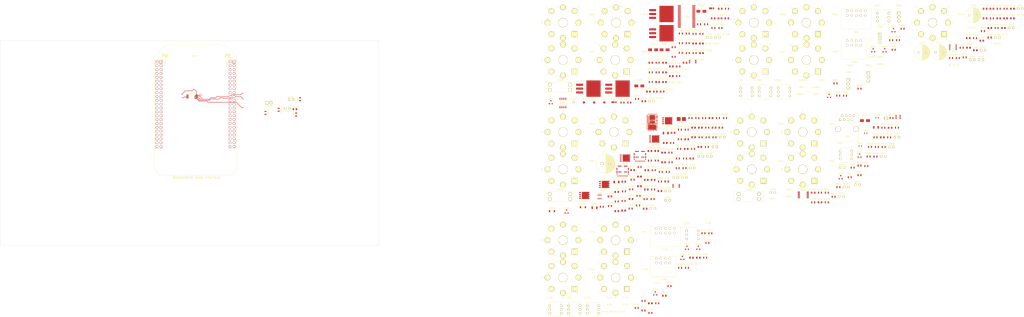
<source format=kicad_pcb>
(kicad_pcb (version 4) (host pcbnew 0.201604152103+6692~44~ubuntu16.04.1-product)
  (title_block (title "Launch Tower Computer III") (date 2016-04-09) (rev A) (company "Portland State Aerospace Society"))
  (layers (0 F.Cu signal) (31 B.Cu signal) (34 B.Paste user) (35 F.Paste user) (36 B.SilkS user) (37 F.SilkS user) (38 B.Mask user) (39 F.Mask user) (44 Edge.Cuts user))
  (net 0 "")
  (net 1 GND)
  (net 2 "Net-(C201-Pad1)")
  (net 3 VBATT)
  (net 4 "Net-(C202-Pad1)")
  (net 5 "/Power In, Battery Charge & PV MPPT/EXTVCC")
  (net 6 "Net-(C209-Pad1)")
  (net 7 "Net-(C215-Pad1)")
  (net 8 +5V)
  (net 9 "Net-(C220-Pad1)")
  (net 10 "Net-(C221-Pad1)")
  (net 11 "/Power In, Battery Charge & PV MPPT/SW1")
  (net 12 "Net-(C223-Pad2)")
  (net 13 "/Power In, Battery Charge & PV MPPT/SW2")
  (net 14 "Net-(C224-Pad2)")
  (net 15 "Net-(C225-Pad1)")
  (net 16 "Net-(C226-Pad1)")
  (net 17 "Net-(C227-Pad1)")
  (net 18 "Net-(C228-Pad1)")
  (net 19 "Net-(C230-Pad1)")
  (net 20 "Net-(C231-Pad1)")
  (net 21 "Net-(C232-Pad1)")
  (net 22 "Net-(C233-Pad1)")
  (net 23 "Net-(C234-Pad1)")
  (net 24 "Net-(C235-Pad1)")
  (net 25 "Net-(C236-Pad1)")
  (net 26 "Net-(C302-Pad1)")
  (net 27 "Net-(C302-Pad2)")
  (net 28 "Net-(C303-Pad2)")
  (net 29 "Net-(C304-Pad1)")
  (net 30 "Net-(C304-Pad2)")
  (net 31 "Net-(C305-Pad1)")
  (net 32 "Net-(C306-Pad1)")
  (net 33 "Net-(C307-Pad1)")
  (net 34 "Net-(C308-Pad1)")
  (net 35 "Net-(C309-Pad1)")
  (net 36 "Net-(C309-Pad2)")
  (net 37 "Net-(C310-Pad1)")
  (net 38 "Net-(C310-Pad2)")
  (net 39 "Net-(C311-Pad2)")
  (net 40 "Net-(C312-Pad2)")
  (net 41 "Net-(C313-Pad1)")
  (net 42 "Net-(C314-Pad1)")
  (net 43 "Net-(C315-Pad2)")
  (net 44 "Net-(C316-Pad1)")
  (net 45 "Net-(C317-Pad2)")
  (net 46 "Net-(C318-Pad2)")
  (net 47 "Net-(C319-Pad2)")
  (net 48 "Net-(C320-Pad1)")
  (net 49 "Net-(C320-Pad2)")
  (net 50 "Net-(C404-Pad1)")
  (net 51 "Net-(C406-Pad1)")
  (net 52 "Net-(C412-Pad1)")
  (net 53 "Net-(C601-Pad1)")
  (net 54 "Net-(C603-Pad1)")
  (net 55 "/External Device Power/EXT_POW_3_OPTO_RELAY_P")
  (net 56 "/External Device Power/EXT_POW_2_LED_CATH")
  (net 57 "/External Device Power/EXT_POW_2_OPTO_RELAY_P")
  (net 58 "/External Device Power/EXT_POW_4_OPTO_RELAY_P")
  (net 59 "/External Device Triggers/EXT_TRIG_1_LED_CATH")
  (net 60 "/External Device Triggers/EXT_TRIG_1_OPTO_RELAY_P")
  (net 61 "/External Device Triggers/EXT_TRIG_3_LED_CATH")
  (net 62 "/External Device Triggers/EXT_TRIG_3_OPTO_RELAY_P")
  (net 63 "/External Device Triggers/EXT_TRIG_2_LED_CATH")
  (net 64 "/External Device Triggers/EXT_TRIG_2_OPTO_RELAY_P")
  (net 65 "/External Device Triggers/EXT_TRIG_4_LED_CATH")
  (net 66 "/External Device Triggers/EXT_TRIG_4_OPTO_RELAY_P")
  (net 67 "Net-(IC701-Pad1)")
  (net 68 "/External Device Power/EXT_POW_1_LED_CATH")
  (net 69 "Net-(C701-Pad1)")
  (net 70 "/External Device Power/EXT_POW_1_OPTO_RELAY_P")
  (net 71 "Net-(JP501-Pad1)")
  (net 72 GND_IGN)
  (net 73 "/External Device Power/EXT_POW_1_FET_D")
  (net 74 "/External Device Power/EXT_POW_2_FET_D")
  (net 75 +12V)
  (net 76 "/External Device Triggers/EXT_TRIG_1_FET_D")
  (net 77 "/External Device Triggers/EXT_TRIG_2_FET_D")
  (net 78 "/External Device Triggers/EXT_TRIG_3_FET_D")
  (net 79 "/External Device Triggers/EXT_TRIG_4_FET_D")
  (net 80 "Net-(P201-Pad2)")
  (net 81 "Net-(P301-Pad2)")
  (net 82 "/Rocket Umbilical & Ignition Control/IGN_BATT_P")
  (net 83 +19V)
  (net 84 "/Rocket Umbilical & Ignition Control/ROCKET_READY_5V")
  (net 85 /GPIO_EXT_PWR_3)
  (net 86 /GPIO_EXT_PWR_2)
  (net 87 /GPIO_EXT_PWR_4)
  (net 88 /GPIO_EXT_TRIG_1)
  (net 89 /GPIO_EXT_TRIG_3)
  (net 90 /GPIO_EXT_TRIG_2)
  (net 91 /GPIO_EXT_TRIG_4)
  (net 92 "/Power In, Battery Charge & PV MPPT/TG2")
  (net 93 "/Power In, Battery Charge & PV MPPT/BG1")
  (net 94 "Net-(Q203-Pad3)")
  (net 95 "Net-(Q205-Pad1)")
  (net 96 "Net-(Q206-Pad1)")
  (net 97 "Net-(D203-Pad2)")
  (net 98 "Net-(Q207-Pad1)")
  (net 99 "Net-(Q207-Pad3)")
  (net 100 "Net-(Q601-Pad1)")
  (net 101 "/BeagleBone Black Cape/ROCKET_IGNITE")
  (net 102 /GPIO_EXT_PWR_1)
  (net 103 "/Rocket Umbilical & Ignition Control/READY_TO_LAUNCH")
  (net 104 "Net-(R206-Pad1)")
  (net 105 "Net-(R226-Pad2)")
  (net 106 "Net-(D204-Pad2)")
  (net 107 "Net-(D205-Pad2)")
  (net 108 "Net-(R301-Pad2)")
  (net 109 "Net-(R309-Pad2)")
  (net 110 "Net-(R310-Pad2)")
  (net 111 "Net-(R312-Pad2)")
  (net 112 "Net-(R313-Pad2)")
  (net 113 "Net-(R316-Pad2)")
  (net 114 "Net-(R319-Pad2)")
  (net 115 "Net-(R320-Pad2)")
  (net 116 "Net-(R402-Pad1)")
  (net 117 "Net-(R407-Pad1)")
  (net 118 "Net-(R502-Pad2)")
  (net 119 "/BeagleBone Black Cape/I2C_CLOCK")
  (net 120 "/BeagleBone Black Cape/I2C_DATA")
  (net 121 "/Rocket Umbilical & Ignition Control//ROCKET_READY_3V3")
  (net 122 "Net-(R603-Pad2)")
  (net 123 "Net-(D602-Pad1)")
  (net 124 "Net-(R610-Pad2)")
  (net 125 "/Battery Management/I2C_DATA")
  (net 126 "/Battery Management/I2C_CLOCK")
  (net 127 "Net-(U302-Pad31)")
  (net 128 "Net-(U302-Pad29)")
  (net 129 "/Rocket Umbilical & Ignition Control/UMB_DISCONN")
  (net 130 "/External Device Power/EXT_POW_3_FET_D")
  (net 131 "/External Device Power/EXT_POW_3_LED_CATH")
  (net 132 "/External Device Power/EXT_POW_4_FET_D")
  (net 133 "/External Device Power/EXT_POW_4_LED_CATH")
  (net 134 "/Rocket Umbilical & Ignition Control/ROCKET_ETH_1")
  (net 135 "/Rocket Umbilical & Ignition Control/ROCKET_ETH_2")
  (net 136 "/Rocket Umbilical & Ignition Control/ROCKET_ETH_3")
  (net 137 "/Rocket Umbilical & Ignition Control/ROCKET_ETH_4")
  (net 138 "Net-(R321-Pad2)")
  (net 139 "Net-(C702-Pad1)")
  (net 140 "Net-(C703-Pad1)")
  (net 141 "Net-(C703-Pad2)")
  (net 142 "Net-(C704-Pad1)")
  (net 143 "Net-(IC601-Pad1)")
  (net 144 "Net-(IC601-Pad6)")
  (net 145 "Net-(IC702-Pad1)")
  (net 146 "Net-(IC703-Pad1)")
  (net 147 "Net-(IC704-Pad1)")
  (net 148 "Net-(IC801-Pad1)")
  (net 149 "Net-(IC801-Pad4)")
  (net 150 "Net-(IC802-Pad1)")
  (net 151 "Net-(IC802-Pad4)")
  (net 152 "Net-(IC803-Pad1)")
  (net 153 "Net-(IC803-Pad4)")
  (net 154 "Net-(IC804-Pad1)")
  (net 155 "Net-(IC804-Pad4)")
  (net 156 "Net-(JP801-Pad2)")
  (net 157 "Net-(JP802-Pad2)")
  (net 158 "Net-(JP803-Pad2)")
  (net 159 "Net-(JP804-Pad2)")
  (net 160 "Net-(Q302-Pad2)")
  (net 161 "Net-(Q306-Pad4)")
  (net 162 "Net-(Q306-Pad5)")
  (net 163 "Net-(R212-Pad1)")
  (net 164 "Net-(F201-Pad2)")
  (net 165 "Net-(R219-Pad2)")
  (net 166 "Net-(R220-Pad2)")
  (net 167 "Net-(R224-Pad2)")
  (net 168 "Net-(R230-Pad1)")
  (net 169 "Net-(R231-Pad1)")
  (net 170 "Net-(R232-Pad1)")
  (net 171 "Net-(R233-Pad2)")
  (net 172 "Net-(R237-Pad1)")
  (net 173 "Net-(R308-Pad2)")
  (net 174 "Net-(R314-Pad2)")
  (net 175 "Net-(R315-Pad1)")
  (net 176 "Net-(R317-Pad2)")
  (net 177 "Net-(R406-Pad1)")
  (net 178 "Net-(R409-Pad1)")
  (net 179 "Net-(R410-Pad1)")
  (net 180 "Net-(R605-Pad1)")
  (net 181 "Net-(R615-Pad1)")
  (net 182 "Net-(U601-Pad11)")
  (net 183 "Net-(D302-Pad1)")
  (net 184 "Net-(D303-Pad1)")
  (net 185 "Net-(D601-Pad2)")
  (net 186 "Net-(D602-Pad2)")
  (net 187 "Net-(D604-Pad2)")
  (net 188 "/Rocket Umbilical & Ignition Control/UMB_CONN_FROM_RKT")
  (net 189 "/Battery Management/BQ_XALERT")
  (net 190 "/BeagleBone Black Cape/BQ_EEPROM")
  (net 191 "/BeagleBone Black Cape/EXT_PWR_EN_4")
  (net 192 "Net-(D201-Pad2)")
  (net 193 "Net-(F201-Pad1)")
  (net 194 "Net-(F301-Pad1)")
  (net 195 "Net-(F301-Pad2)")
  (net 196 "Net-(F601-Pad2)")
  (net 197 "Net-(P306-Pad1)")
  (net 198 "Net-(P602-Pad1)")
  (net 199 "/Power In, Battery Charge & PV MPPT/TG1")
  (net 200 "/Power In, Battery Charge & PV MPPT/BG2")
  (net 201 "Net-(Q205-Pad3)")
  (net 202 "Net-(R207-Pad1)")
  (net 203 "Net-(R208-Pad2)")
  (net 204 "Net-(U302-Pad28)")
  (module Capacitors_SMD:C_0805 (layer F.Cu) (at 515.277571 147.6415)
    (fp_text reference C201 (at 0 -2.1) (layer F.SilkS))
    (fp_text value 470n)
    (pad 1 smd rect (at -1 0) (size 1 1.25) (layers F.Cu F.Paste F.Mask) (net 2 "Net-(C201-Pad1)"))
    (pad 2 smd rect (at 1 0) (size 1 1.25) (layers F.Cu F.Paste F.Mask) (net 3 VBATT))
  )
  (module Capacitors_SMD:C_0805 (layer F.Cu) (at 504.827571 162.0415)
    (fp_text reference C202 (at 0 -2.1) (layer F.SilkS))
    (fp_text value 470n)
    (pad 1 smd rect (at -1 0) (size 1 1.25) (layers F.Cu F.Paste F.Mask) (net 4 "Net-(C202-Pad1)"))
    (pad 2 smd rect (at 1 0) (size 1 1.25) (layers F.Cu F.Paste F.Mask) (net 5 "/Power In, Battery Charge & PV MPPT/EXTVCC"))
  )
  (module Capacitors_SMD:C_1206 (layer F.Cu) (at 490.129001 172.4715)
    (fp_text reference C203 (at 0 -2.3) (layer F.SilkS))
    (fp_text value 33µ)
    (pad 1 smd rect (at -1.5 0) (size 1 1.6) (layers F.Cu F.Paste F.Mask) (net 3 VBATT))
    (pad 2 smd rect (at 1.5 0) (size 1 1.6) (layers F.Cu F.Paste F.Mask) (net 1 GND))
  )
  (module Capacitors_SMD:C_1206 (layer F.Cu) (at 504.609001 155.4915)
    (fp_text reference C204 (at 0 -2.3) (layer F.SilkS))
    (fp_text value 33µ)
    (pad 1 smd rect (at -1.5 0) (size 1 1.6) (layers F.Cu F.Paste F.Mask) (net 3 VBATT))
    (pad 2 smd rect (at 1.5 0) (size 1 1.6) (layers F.Cu F.Paste F.Mask) (net 1 GND))
  )
  (module Capacitors_SMD:C_1206 (layer F.Cu) (at 537.139001 123.2115)
    (fp_text reference C205 (at 0 -2.3) (layer F.SilkS))
    (fp_text value 33µ)
    (pad 1 smd rect (at -1.5 0) (size 1 1.6) (layers F.Cu F.Paste F.Mask) (net 3 VBATT))
    (pad 2 smd rect (at 1.5 0) (size 1 1.6) (layers F.Cu F.Paste F.Mask) (net 1 GND))
  )
  (module Capacitors_SMD:C_0805 (layer F.Cu) (at 536.817571 129.7615)
    (fp_text reference C206 (at 0 -2.1) (layer F.SilkS))
    (fp_text value 2.2µ)
    (pad 1 smd rect (at -1 0) (size 1 1.25) (layers F.Cu F.Paste F.Mask) (net 3 VBATT))
    (pad 2 smd rect (at 1 0) (size 1 1.25) (layers F.Cu F.Paste F.Mask) (net 1 GND))
  )
  (module Capacitors_SMD:C_0805 (layer F.Cu) (at 504.827571 174.7415)
    (fp_text reference C207 (at 0 -2.1) (layer F.SilkS))
    (fp_text value 2.2µ)
    (pad 1 smd rect (at -1 0) (size 1 1.25) (layers F.Cu F.Paste F.Mask) (net 3 VBATT))
    (pad 2 smd rect (at 1 0) (size 1 1.25) (layers F.Cu F.Paste F.Mask) (net 1 GND))
  )
  (module Capacitors_SMD:C_0805 (layer F.Cu) (at 519.787571 158.2615)
    (fp_text reference C208 (at 0 -2.1) (layer F.SilkS))
    (fp_text value 2.2µ)
    (pad 1 smd rect (at -1 0) (size 1 1.25) (layers F.Cu F.Paste F.Mask) (net 3 VBATT))
    (pad 2 smd rect (at 1 0) (size 1 1.25) (layers F.Cu F.Paste F.Mask) (net 1 GND))
  )
  (module Capacitors_SMD:C_0805 (layer F.Cu) (at 550.987571 127.2815)
    (fp_text reference C209 (at 0 -2.1) (layer F.SilkS))
    (fp_text value 2.2µ)
    (pad 1 smd rect (at -1 0) (size 1 1.25) (layers F.Cu F.Paste F.Mask) (net 6 "Net-(C209-Pad1)"))
    (pad 2 smd rect (at 1 0) (size 1 1.25) (layers F.Cu F.Paste F.Mask) (net 1 GND))
  )
  (module Capacitors_SMD:C_0805 (layer F.Cu) (at 524.297571 154.0615)
    (fp_text reference C210 (at 0 -2.1) (layer F.SilkS))
    (fp_text value 2.2µ)
    (pad 1 smd rect (at -1 0) (size 1 1.25) (layers F.Cu F.Paste F.Mask) (net 6 "Net-(C209-Pad1)"))
    (pad 2 smd rect (at 1 0) (size 1 1.25) (layers F.Cu F.Paste F.Mask) (net 1 GND))
  )
  (module Capacitors_SMD:C_0805 (layer F.Cu) (at 535.707571 142.4615)
    (fp_text reference C211 (at 0 -2.1) (layer F.SilkS))
    (fp_text value 4.7µ)
    (pad 1 smd rect (at -1 0) (size 1 1.25) (layers F.Cu F.Paste F.Mask) (net 5 "/Power In, Battery Charge & PV MPPT/EXTVCC"))
    (pad 2 smd rect (at 1 0) (size 1 1.25) (layers F.Cu F.Paste F.Mask) (net 1 GND))
  )
  (module Capacitors_SMD:C_0805 (layer F.Cu) (at 560.007571 119.6315)
    (fp_text reference C212 (at 0 -2.1) (layer F.SilkS))
    (fp_text value 4.7µ)
    (pad 1 smd rect (at -1 0) (size 1 1.25) (layers F.Cu F.Paste F.Mask) (net 5 "/Power In, Battery Charge & PV MPPT/EXTVCC"))
    (pad 2 smd rect (at 1 0) (size 1 1.25) (layers F.Cu F.Paste F.Mask) (net 1 GND))
  )
  (module Capacitors_SMD:C_0805 (layer F.Cu) (at 514.237571 166.6915)
    (fp_text reference C213 (at 0 -2.1) (layer F.SilkS))
    (fp_text value 1μ)
    (pad 1 smd rect (at -1 0) (size 1 1.25) (layers F.Cu F.Paste F.Mask) (net 5 "/Power In, Battery Charge & PV MPPT/EXTVCC"))
    (pad 2 smd rect (at 1 0) (size 1 1.25) (layers F.Cu F.Paste F.Mask) (net 1 GND))
  )
  (module Capacitors_SMD:C_0805 (layer F.Cu) (at 509.437571 155.2915)
    (fp_text reference C214 (at 0 -2.1) (layer F.SilkS))
    (fp_text value 100n)
    (pad 1 smd rect (at -1 0) (size 1 1.25) (layers F.Cu F.Paste F.Mask) (net 5 "/Power In, Battery Charge & PV MPPT/EXTVCC"))
    (pad 2 smd rect (at 1 0) (size 1 1.25) (layers F.Cu F.Paste F.Mask) (net 1 GND))
  )
  (module Capacitors_SMD:C_0805 (layer F.Cu) (at 509.337571 174.3415)
    (fp_text reference C215 (at 0 -2.1) (layer F.SilkS))
    (fp_text value 10μ)
    (pad 1 smd rect (at -1 0) (size 1 1.25) (layers F.Cu F.Paste F.Mask) (net 7 "Net-(C215-Pad1)"))
    (pad 2 smd rect (at 1 0) (size 1 1.25) (layers F.Cu F.Paste F.Mask) (net 1 GND))
  )
  (module Capacitors_SMD:C_0805 (layer F.Cu) (at 555.497571 119.6315)
    (fp_text reference C216 (at 0 -2.1) (layer F.SilkS))
    (fp_text value 10μ)
    (pad 1 smd rect (at -1 0) (size 1 1.25) (layers F.Cu F.Paste F.Mask) (net 7 "Net-(C215-Pad1)"))
    (pad 2 smd rect (at 1 0) (size 1 1.25) (layers F.Cu F.Paste F.Mask) (net 1 GND))
  )
  (module Capacitors_SMD:C_0805 (layer F.Cu) (at 500.317571 164.9915)
    (fp_text reference C218 (at 0 -2.1) (layer F.SilkS))
    (fp_text value 2.2µ)
    (pad 1 smd rect (at -1 0) (size 1 1.25) (layers F.Cu F.Paste F.Mask) (net 3 VBATT))
    (pad 2 smd rect (at 1 0) (size 1 1.25) (layers F.Cu F.Paste F.Mask) (net 1 GND))
  )
  (module Capacitors_SMD:C_0805 (layer F.Cu) (at 531.197571 135.0115)
    (fp_text reference C219 (at 0 -2.1) (layer F.SilkS))
    (fp_text value 0.1μ)
    (pad 1 smd rect (at -1 0) (size 1 1.25) (layers F.Cu F.Paste F.Mask) (net 8 +5V))
    (pad 2 smd rect (at 1 0) (size 1 1.25) (layers F.Cu F.Paste F.Mask) (net 1 GND))
  )
  (module Capacitors_SMD:C_0805 (layer F.Cu) (at 526.687571 135.0115)
    (fp_text reference C220 (at 0 -2.1) (layer F.SilkS))
    (fp_text value 4.7u)
    (pad 1 smd rect (at -1 0) (size 1 1.25) (layers F.Cu F.Paste F.Mask) (net 9 "Net-(C220-Pad1)"))
    (pad 2 smd rect (at 1 0) (size 1 1.25) (layers F.Cu F.Paste F.Mask) (net 1 GND))
  )
  (module Capacitors_SMD:C_0805 (layer F.Cu) (at 541.967571 123.0115)
    (fp_text reference C221 (at 0 -2.1) (layer F.SilkS))
    (fp_text value 1n)
    (pad 1 smd rect (at -1 0) (size 1 1.25) (layers F.Cu F.Paste F.Mask) (net 10 "Net-(C221-Pad1)"))
    (pad 2 smd rect (at 1 0) (size 1 1.25) (layers F.Cu F.Paste F.Mask) (net 1 GND))
  )
  (module Capacitors_SMD:C_0805 (layer F.Cu) (at 519.787571 151.9115)
    (fp_text reference C222 (at 0 -2.1) (layer F.SilkS))
    (fp_text value 4.7u)
    (pad 1 smd rect (at -1 0) (size 1 1.25) (layers F.Cu F.Paste F.Mask) (net 9 "Net-(C220-Pad1)"))
    (pad 2 smd rect (at 1 0) (size 1 1.25) (layers F.Cu F.Paste F.Mask) (net 1 GND))
  )
  (module Capacitors_SMD:C_0805 (layer F.Cu) (at 535.707571 136.1115)
    (fp_text reference C223 (at 0 -2.1) (layer F.SilkS))
    (fp_text value 220n)
    (pad 1 smd rect (at -1 0) (size 1 1.25) (layers F.Cu F.Paste F.Mask) (net 11 "/Power In, Battery Charge & PV MPPT/SW1"))
    (pad 2 smd rect (at 1 0) (size 1 1.25) (layers F.Cu F.Paste F.Mask) (net 12 "Net-(C223-Pad2)"))
  )
  (module Capacitors_SMD:C_0805 (layer F.Cu) (at 566.987571 113.2815)
    (fp_text reference C224 (at 0 -2.1) (layer F.SilkS))
    (fp_text value 220n)
    (pad 1 smd rect (at -1 0) (size 1 1.25) (layers F.Cu F.Paste F.Mask) (net 13 "/Power In, Battery Charge & PV MPPT/SW2"))
    (pad 2 smd rect (at 1 0) (size 1 1.25) (layers F.Cu F.Paste F.Mask) (net 14 "Net-(C224-Pad2)"))
  )
  (module Capacitors_SMD:C_0805 (layer F.Cu) (at 524.587571 147.7115)
    (fp_text reference C225 (at 0 -2.1) (layer F.SilkS))
    (fp_text value 1n)
    (pad 1 smd rect (at -1 0) (size 1 1.25) (layers F.Cu F.Paste F.Mask) (net 15 "Net-(C225-Pad1)"))
    (pad 2 smd rect (at 1 0) (size 1 1.25) (layers F.Cu F.Paste F.Mask) (net 1 GND))
  )
  (module Capacitors_SMD:C_0805 (layer F.Cu) (at 559.657571 132.3315)
    (fp_text reference C226 (at 0 -2.1) (layer F.SilkS))
    (fp_text value .18µ)
    (pad 1 smd rect (at -1 0) (size 1 1.25) (layers F.Cu F.Paste F.Mask) (net 16 "Net-(C226-Pad1)"))
    (pad 2 smd rect (at 1 0) (size 1 1.25) (layers F.Cu F.Paste F.Mask) (net 1 GND))
  )
  (module Capacitors_SMD:C_0805 (layer F.Cu) (at 573.537571 119.6315)
    (fp_text reference C227 (at 0 -2.1) (layer F.SilkS))
    (fp_text value 1µ)
    (pad 1 smd rect (at -1 0) (size 1 1.25) (layers F.Cu F.Paste F.Mask) (net 17 "Net-(C227-Pad1)"))
    (pad 2 smd rect (at 1 0) (size 1 1.25) (layers F.Cu F.Paste F.Mask) (net 1 GND))
  )
  (module Capacitors_SMD:C_0805 (layer F.Cu) (at 537.827571 155.1615)
    (fp_text reference C228 (at 0 -2.1) (layer F.SilkS))
    (fp_text value 100n)
    (pad 1 smd rect (at -1 0) (size 1 1.25) (layers F.Cu F.Paste F.Mask) (net 18 "Net-(C228-Pad1)"))
    (pad 2 smd rect (at 1 0) (size 1 1.25) (layers F.Cu F.Paste F.Mask) (net 1 GND))
  )
  (module Capacitors_SMD:C_0805 (layer F.Cu) (at 523.547571 173.1115)
    (fp_text reference C229 (at 0 -2.1) (layer F.SilkS))
    (fp_text value 4.7µ)
    (pad 1 smd rect (at -1 0) (size 1 1.25) (layers F.Cu F.Paste F.Mask) (net 17 "Net-(C227-Pad1)"))
    (pad 2 smd rect (at 1 0) (size 1 1.25) (layers F.Cu F.Paste F.Mask) (net 1 GND))
  )
  (module Capacitors_SMD:C_0805 (layer F.Cu) (at 533.317571 161.5115)
    (fp_text reference C230 (at 0 -2.1) (layer F.SilkS))
    (fp_text value 100n)
    (pad 1 smd rect (at -1 0) (size 1 1.25) (layers F.Cu F.Paste F.Mask) (net 19 "Net-(C230-Pad1)"))
    (pad 2 smd rect (at 1 0) (size 1 1.25) (layers F.Cu F.Paste F.Mask) (net 1 GND))
  )
  (module Capacitors_SMD:C_0805 (layer F.Cu) (at 554.327571 139.9815)
    (fp_text reference C231 (at 0 -2.1) (layer F.SilkS))
    (fp_text value 10n)
    (pad 1 smd rect (at -1 0) (size 1 1.25) (layers F.Cu F.Paste F.Mask) (net 20 "Net-(C231-Pad1)"))
    (pad 2 smd rect (at 1 0) (size 1 1.25) (layers F.Cu F.Paste F.Mask) (net 1 GND))
  )
  (module Capacitors_SMD:C_0805 (layer F.Cu) (at 569.027571 119.6315)
    (fp_text reference C232 (at 0 -2.1) (layer F.SilkS))
    (fp_text value .33µ)
    (pad 1 smd rect (at -1 0) (size 1 1.25) (layers F.Cu F.Paste F.Mask) (net 21 "Net-(C232-Pad1)"))
    (pad 2 smd rect (at 1 0) (size 1 1.25) (layers F.Cu F.Paste F.Mask) (net 1 GND))
  )
  (module Capacitors_SMD:C_0805 (layer F.Cu) (at 528.807571 154.0615)
    (fp_text reference C233 (at 0 -2.1) (layer F.SilkS))
    (fp_text value 10n)
    (pad 1 smd rect (at -1 0) (size 1 1.25) (layers F.Cu F.Paste F.Mask) (net 22 "Net-(C233-Pad1)"))
    (pad 2 smd rect (at 1 0) (size 1 1.25) (layers F.Cu F.Paste F.Mask) (net 1 GND))
  )
  (module Capacitors_SMD:C_0805 (layer F.Cu) (at 555.497571 125.9815)
    (fp_text reference C234 (at 0 -2.1) (layer F.SilkS))
    (fp_text value 8.2n)
    (pad 1 smd rect (at -1 0) (size 1 1.25) (layers F.Cu F.Paste F.Mask) (net 23 "Net-(C234-Pad1)"))
    (pad 2 smd rect (at 1 0) (size 1 1.25) (layers F.Cu F.Paste F.Mask) (net 1 GND))
  )
  (module Capacitors_SMD:C_0805 (layer F.Cu) (at 550.637571 133.6315)
    (fp_text reference C235 (at 0 -2.1) (layer F.SilkS))
    (fp_text value 220p)
    (pad 1 smd rect (at -1 0) (size 1 1.25) (layers F.Cu F.Paste F.Mask) (net 24 "Net-(C235-Pad1)"))
    (pad 2 smd rect (at 1 0) (size 1 1.25) (layers F.Cu F.Paste F.Mask) (net 1 GND))
  )
  (module Capacitors_SMD:C_0805 (layer F.Cu) (at 524.297571 160.4115)
    (fp_text reference C236 (at 0 -2.1) (layer F.SilkS))
    (fp_text value 68n)
    (pad 1 smd rect (at -1 0) (size 1 1.25) (layers F.Cu F.Paste F.Mask) (net 25 "Net-(C236-Pad1)"))
    (pad 2 smd rect (at 1 0) (size 1 1.25) (layers F.Cu F.Paste F.Mask) (net 1 GND))
  )
  (module Capacitors_SMD:C_0805 (layer F.Cu) (at 556.157571 64.0715)
    (fp_text reference C301 (at 0 -2.1) (layer F.SilkS))
    (fp_text value 0.1μ)
    (pad 1 smd rect (at -1 0) (size 1 1.25) (layers F.Cu F.Paste F.Mask) (net 8 +5V))
    (pad 2 smd rect (at 1 0) (size 1 1.25) (layers F.Cu F.Paste F.Mask) (net 1 GND))
  )
  (module Capacitors_SMD:C_0805 (layer F.Cu) (at 536.317571 83.1215)
    (fp_text reference C302 (at 0 -2.1) (layer F.SilkS))
    (fp_text value 470p)
    (pad 1 smd rect (at -1 0) (size 1 1.25) (layers F.Cu F.Paste F.Mask) (net 26 "Net-(C302-Pad1)"))
    (pad 2 smd rect (at 1 0) (size 1 1.25) (layers F.Cu F.Paste F.Mask) (net 27 "Net-(C302-Pad2)"))
  )
  (module Capacitors_SMD:C_0805 (layer F.Cu) (at 540.827571 79.2115)
    (fp_text reference C303 (at 0 -2.1) (layer F.SilkS))
    (fp_text value 4.7n)
    (pad 1 smd rect (at -1 0) (size 1 1.25) (layers F.Cu F.Paste F.Mask) (net 3 VBATT))
    (pad 2 smd rect (at 1 0) (size 1 1.25) (layers F.Cu F.Paste F.Mask) (net 28 "Net-(C303-Pad2)"))
  )
  (module Capacitors_SMD:C_0805 (layer F.Cu) (at 545.337571 79.2115)
    (fp_text reference C304 (at 0 -2.1) (layer F.SilkS))
    (fp_text value 4.7n)
    (pad 1 smd rect (at -1 0) (size 1 1.25) (layers F.Cu F.Paste F.Mask) (net 29 "Net-(C304-Pad1)"))
    (pad 2 smd rect (at 1 0) (size 1 1.25) (layers F.Cu F.Paste F.Mask) (net 30 "Net-(C304-Pad2)"))
  )
  (module Capacitors_SMD:C_0805 (layer F.Cu) (at 531.807571 89.4715)
    (fp_text reference C305 (at 0 -2.1) (layer F.SilkS))
    (fp_text value 2.2μ)
    (pad 1 smd rect (at -1 0) (size 1 1.25) (layers F.Cu F.Paste F.Mask) (net 31 "Net-(C305-Pad1)"))
    (pad 2 smd rect (at 1 0) (size 1 1.25) (layers F.Cu F.Paste F.Mask) (net 1 GND))
  )
  (module Capacitors_SMD:C_0805 (layer F.Cu) (at 525.717571 95.8215)
    (fp_text reference C306 (at 0 -2.1) (layer F.SilkS))
    (fp_text value 2.2μ)
    (pad 1 smd rect (at -1 0) (size 1 1.25) (layers F.Cu F.Paste F.Mask) (net 32 "Net-(C306-Pad1)"))
    (pad 2 smd rect (at 1 0) (size 1 1.25) (layers F.Cu F.Paste F.Mask) (net 1 GND))
  )
  (module Capacitors_SMD:C_0805 (layer F.Cu) (at 530.227571 95.8215)
    (fp_text reference C307 (at 0 -2.1) (layer F.SilkS))
    (fp_text value 4.7μ)
    (pad 1 smd rect (at -1 0) (size 1 1.25) (layers F.Cu F.Paste F.Mask) (net 33 "Net-(C307-Pad1)"))
    (pad 2 smd rect (at 1 0) (size 1 1.25) (layers F.Cu F.Paste F.Mask) (net 1 GND))
  )
  (module Capacitors_SMD:C_0805 (layer F.Cu) (at 536.317571 89.4715)
    (fp_text reference C308 (at 0 -2.1) (layer F.SilkS))
    (fp_text value 1μ)
    (pad 1 smd rect (at -1 0) (size 1 1.25) (layers F.Cu F.Paste F.Mask) (net 34 "Net-(C308-Pad1)"))
    (pad 2 smd rect (at 1 0) (size 1 1.25) (layers F.Cu F.Paste F.Mask) (net 1 GND))
  )
  (module Capacitors_SMD:C_0805 (layer F.Cu) (at 540.827571 85.5615)
    (fp_text reference C309 (at 0 -2.1) (layer F.SilkS))
    (fp_text value 1μ)
    (pad 1 smd rect (at -1 0) (size 1 1.25) (layers F.Cu F.Paste F.Mask) (net 35 "Net-(C309-Pad1)"))
    (pad 2 smd rect (at 1 0) (size 1 1.25) (layers F.Cu F.Paste F.Mask) (net 36 "Net-(C309-Pad2)"))
  )
  (module Capacitors_SMD:C_0805 (layer F.Cu) (at 560.667571 64.0715)
    (fp_text reference C310 (at 0 -2.1) (layer F.SilkS))
    (fp_text value 0.1μ)
    (pad 1 smd rect (at -1 0) (size 1 1.25) (layers F.Cu F.Paste F.Mask) (net 37 "Net-(C310-Pad1)"))
    (pad 2 smd rect (at 1 0) (size 1 1.25) (layers F.Cu F.Paste F.Mask) (net 38 "Net-(C310-Pad2)"))
  )
  (module Capacitors_SMD:C_0805 (layer F.Cu) (at 573.057571 41.1115)
    (fp_text reference C311 (at 0 -2.1) (layer F.SilkS))
    (fp_text value 0.1μ)
    (pad 1 smd rect (at -1 0) (size 1 1.25) (layers F.Cu F.Paste F.Mask) (net 38 "Net-(C310-Pad2)"))
    (pad 2 smd rect (at 1 0) (size 1 1.25) (layers F.Cu F.Paste F.Mask) (net 39 "Net-(C311-Pad2)"))
  )
  (module Capacitors_SMD:C_0805 (layer F.Cu) (at 568.447571 47.4615)
    (fp_text reference C312 (at 0 -2.1) (layer F.SilkS))
    (fp_text value 0.1μ)
    (pad 1 smd rect (at -1 0) (size 1 1.25) (layers F.Cu F.Paste F.Mask) (net 39 "Net-(C311-Pad2)"))
    (pad 2 smd rect (at 1 0) (size 1 1.25) (layers F.Cu F.Paste F.Mask) (net 40 "Net-(C312-Pad2)"))
  )
  (module Capacitors_SMD:C_0805 (layer F.Cu) (at 572.957571 47.4615)
    (fp_text reference C313 (at 0 -2.1) (layer F.SilkS))
    (fp_text value 2.2μ)
    (pad 1 smd rect (at -1 0) (size 1 1.25) (layers F.Cu F.Paste F.Mask) (net 41 "Net-(C313-Pad1)"))
    (pad 2 smd rect (at 1 0) (size 1 1.25) (layers F.Cu F.Paste F.Mask) (net 1 GND))
  )
  (module Capacitors_SMD:C_0805 (layer F.Cu) (at 536.317571 76.7715)
    (fp_text reference C314 (at 0 -2.1) (layer F.SilkS))
    (fp_text value 2.2μ)
    (pad 1 smd rect (at -1 0) (size 1 1.25) (layers F.Cu F.Paste F.Mask) (net 42 "Net-(C314-Pad1)"))
    (pad 2 smd rect (at 1 0) (size 1 1.25) (layers F.Cu F.Paste F.Mask) (net 1 GND))
  )
  (module Capacitors_SMD:C_0805 (layer F.Cu) (at 527.297571 76.7715)
    (fp_text reference C315 (at 0 -2.1) (layer F.SilkS))
    (fp_text value 0.1μ)
    (pad 1 smd rect (at -1 0) (size 1 1.25) (layers F.Cu F.Paste F.Mask) (net 40 "Net-(C312-Pad2)"))
    (pad 2 smd rect (at 1 0) (size 1 1.25) (layers F.Cu F.Paste F.Mask) (net 43 "Net-(C315-Pad2)"))
  )
  (module Capacitors_SMD:C_0805 (layer F.Cu) (at 577.467571 47.4615)
    (fp_text reference C316 (at 0 -2.1) (layer F.SilkS))
    (fp_text value 10n)
    (pad 1 smd rect (at -1 0) (size 1 1.25) (layers F.Cu F.Paste F.Mask) (net 44 "Net-(C316-Pad1)"))
    (pad 2 smd rect (at 1 0) (size 1 1.25) (layers F.Cu F.Paste F.Mask) (net 1 GND))
  )
  (module Capacitors_SMD:C_0805 (layer F.Cu) (at 549.847571 76.7715)
    (fp_text reference C317 (at 0 -2.1) (layer F.SilkS))
    (fp_text value 0.1μ)
    (pad 1 smd rect (at -1 0) (size 1 1.25) (layers F.Cu F.Paste F.Mask) (net 43 "Net-(C315-Pad2)"))
    (pad 2 smd rect (at 1 0) (size 1 1.25) (layers F.Cu F.Paste F.Mask) (net 45 "Net-(C317-Pad2)"))
  )
  (module Capacitors_SMD:C_0805 (layer F.Cu) (at 560.727571 70.4215)
    (fp_text reference C318 (at 0 -2.1) (layer F.SilkS))
    (fp_text value 0.1μ)
    (pad 1 smd rect (at -1 0) (size 1 1.25) (layers F.Cu F.Paste F.Mask) (net 45 "Net-(C317-Pad2)"))
    (pad 2 smd rect (at 1 0) (size 1 1.25) (layers F.Cu F.Paste F.Mask) (net 46 "Net-(C318-Pad2)"))
  )
  (module Capacitors_SMD:C_0805 (layer F.Cu) (at 534.737571 95.8215)
    (fp_text reference C319 (at 0 -2.1) (layer F.SilkS))
    (fp_text value 0.1μ)
    (pad 1 smd rect (at -1 0) (size 1 1.25) (layers F.Cu F.Paste F.Mask) (net 46 "Net-(C318-Pad2)"))
    (pad 2 smd rect (at 1 0) (size 1 1.25) (layers F.Cu F.Paste F.Mask) (net 47 "Net-(C319-Pad2)"))
  )
  (module Capacitors_SMD:C_0805 (layer F.Cu) (at 522.677571 102.1715)
    (fp_text reference C320 (at 0 -2.1) (layer F.SilkS))
    (fp_text value 0.1μ)
    (pad 1 smd rect (at -1 0) (size 1 1.25) (layers F.Cu F.Paste F.Mask) (net 48 "Net-(C320-Pad1)"))
    (pad 2 smd rect (at 1 0) (size 1 1.25) (layers F.Cu F.Paste F.Mask) (net 49 "Net-(C320-Pad2)"))
  )
  (module Capacitors_SMD:C_0805 (layer F.Cu) (at 751.037571 60.1615)
    (fp_text reference C401 (at 0 -2.1) (layer F.SilkS))
    (fp_text value 0.1μ)
    (pad 1 smd rect (at -1 0) (size 1 1.25) (layers F.Cu F.Paste F.Mask) (net 8 +5V))
    (pad 2 smd rect (at 1 0) (size 1 1.25) (layers F.Cu F.Paste F.Mask) (net 1 GND))
  )
  (module Capacitors_SMD:C_0805 (layer F.Cu) (at 760.057571 53.8115)
    (fp_text reference C402 (at 0 -2.1) (layer F.SilkS))
    (fp_text value 1μ)
    (pad 1 smd rect (at -1 0) (size 1 1.25) (layers F.Cu F.Paste F.Mask) (net 3 VBATT))
    (pad 2 smd rect (at 1 0) (size 1 1.25) (layers F.Cu F.Paste F.Mask) (net 1 GND))
  )
  (module Capacitors_SMD:C_0805 (layer F.Cu) (at 765.967571 47.4615)
    (fp_text reference C403 (at 0 -2.1) (layer F.SilkS))
    (fp_text value 2μ2)
    (pad 1 smd rect (at -1 0) (size 1 1.25) (layers F.Cu F.Paste F.Mask) (net 3 VBATT))
    (pad 2 smd rect (at 1 0) (size 1 1.25) (layers F.Cu F.Paste F.Mask) (net 1 GND))
  )
  (module Capacitors_SMD:C_0805 (layer F.Cu) (at 741.507571 68.5615)
    (fp_text reference C405 (at 0 -2.1) (layer F.SilkS))
    (fp_text value 1μ)
    (pad 1 smd rect (at -1 0) (size 1 1.25) (layers F.Cu F.Paste F.Mask) (net 50 "Net-(C404-Pad1)"))
    (pad 2 smd rect (at 1 0) (size 1 1.25) (layers F.Cu F.Paste F.Mask) (net 1 GND))
  )
  (module Capacitors_SMD:C_0805 (layer F.Cu) (at 751.037571 53.8115)
    (fp_text reference C407 (at 0 -2.1) (layer F.SilkS))
    (fp_text value 1μ)
    (pad 1 smd rect (at -1 0) (size 1 1.25) (layers F.Cu F.Paste F.Mask) (net 51 "Net-(C406-Pad1)"))
    (pad 2 smd rect (at 1 0) (size 1 1.25) (layers F.Cu F.Paste F.Mask) (net 1 GND))
  )
  (module Capacitors_SMD:C_0805 (layer F.Cu) (at 756.947571 47.4615)
    (fp_text reference C408 (at 0 -2.1) (layer F.SilkS))
    (fp_text value 4μ7)
    (pad 1 smd rect (at -1 0) (size 1 1.25) (layers F.Cu F.Paste F.Mask) (net 3 VBATT))
    (pad 2 smd rect (at 1 0) (size 1 1.25) (layers F.Cu F.Paste F.Mask) (net 1 GND))
  )
  (module Capacitors_SMD:C_0805 (layer F.Cu) (at 736.997571 66.8615)
    (fp_text reference C409 (at 0 -2.1) (layer F.SilkS))
    (fp_text value 4μ7)
    (pad 1 smd rect (at -1 0) (size 1 1.25) (layers F.Cu F.Paste F.Mask) (net 3 VBATT))
    (pad 2 smd rect (at 1 0) (size 1 1.25) (layers F.Cu F.Paste F.Mask) (net 1 GND))
  )
  (module Capacitors_SMD:C_0805 (layer F.Cu) (at 752.437571 41.1115)
    (fp_text reference C410 (at 0 -2.1) (layer F.SilkS))
    (fp_text value 4μ7)
    (pad 1 smd rect (at -1 0) (size 1 1.25) (layers F.Cu F.Paste F.Mask) (net 3 VBATT))
    (pad 2 smd rect (at 1 0) (size 1 1.25) (layers F.Cu F.Paste F.Mask) (net 1 GND))
  )
  (module Capacitors_SMD:C_0805 (layer F.Cu) (at 765.967571 41.1115)
    (fp_text reference C411 (at 0 -2.1) (layer F.SilkS))
    (fp_text value 4μ7)
    (pad 1 smd rect (at -1 0) (size 1 1.25) (layers F.Cu F.Paste F.Mask) (net 3 VBATT))
    (pad 2 smd rect (at 1 0) (size 1 1.25) (layers F.Cu F.Paste F.Mask) (net 1 GND))
  )
  (module Capacitors_SMD:C_0805 (layer F.Cu) (at 745.797571 62.2115)
    (fp_text reference C413 (at 0 -2.1) (layer F.SilkS))
    (fp_text value 1μ)
    (pad 1 smd rect (at -1 0) (size 1 1.25) (layers F.Cu F.Paste F.Mask) (net 52 "Net-(C412-Pad1)"))
    (pad 2 smd rect (at 1 0) (size 1 1.25) (layers F.Cu F.Paste F.Mask) (net 1 GND))
  )
  (module Capacitors_SMD:C_0805 (layer F.Cu) (at 761.457571 47.4615)
    (fp_text reference C414 (at 0 -2.1) (layer F.SilkS))
    (fp_text value 4μ7)
    (pad 1 smd rect (at -1 0) (size 1 1.25) (layers F.Cu F.Paste F.Mask) (net 3 VBATT))
    (pad 2 smd rect (at 1 0) (size 1 1.25) (layers F.Cu F.Paste F.Mask) (net 1 GND))
  )
  (module Capacitors_SMD:C_0805 (layer F.Cu) (at 747.927571 41.1115)
    (fp_text reference C415 (at 0 -2.1) (layer F.SilkS))
    (fp_text value 4μ7)
    (pad 1 smd rect (at -1 0) (size 1 1.25) (layers F.Cu F.Paste F.Mask) (net 3 VBATT))
    (pad 2 smd rect (at 1 0) (size 1 1.25) (layers F.Cu F.Paste F.Mask) (net 1 GND))
  )
  (module Capacitors_SMD:C_0805 (layer F.Cu) (at 736.777571 60.5115)
    (fp_text reference C416 (at 0 -2.1) (layer F.SilkS))
    (fp_text value 4μ7)
    (pad 1 smd rect (at -1 0) (size 1 1.25) (layers F.Cu F.Paste F.Mask) (net 3 VBATT))
    (pad 2 smd rect (at 1 0) (size 1 1.25) (layers F.Cu F.Paste F.Mask) (net 1 GND))
  )
  (module Capacitors_SMD:C_0805 (layer F.Cu) (at 747.927571 47.4615)
    (fp_text reference C417 (at 0 -2.1) (layer F.SilkS))
    (fp_text value 4μ7)
    (pad 1 smd rect (at -1 0) (size 1 1.25) (layers F.Cu F.Paste F.Mask) (net 3 VBATT))
    (pad 2 smd rect (at 1 0) (size 1 1.25) (layers F.Cu F.Paste F.Mask) (net 1 GND))
  )
  (module Capacitors_SMD:C_0805 (layer F.Cu) (at 292.337571 107.4415 180)
    (fp_text reference C501 (at 0 1.5 180) (layer F.SilkS))
    (fp_text value 0.1μ)
    (pad 1 smd rect (at -1 0 180) (size 1 1.25) (layers F.Cu F.Paste F.Mask) (net 8 +5V))
    (pad 2 smd rect (at 1 0 180) (size 1 1.25) (layers F.Cu F.Paste F.Mask) (net 1 GND))
  )
  (module Capacitors_SMD:C_1206 (layer F.Cu) (at 675.909001 119.4315)
    (fp_text reference C601 (at 0 -2.3) (layer F.SilkS))
    (fp_text value 10μ)
    (pad 1 smd rect (at -1.5 0) (size 1 1.6) (layers F.Cu F.Paste F.Mask) (net 53 "Net-(C601-Pad1)"))
    (pad 2 smd rect (at 1.5 0) (size 1 1.6) (layers F.Cu F.Paste F.Mask) (net 1 GND))
  )
  (module Capacitors_SMD:C_0805 (layer F.Cu) (at 638.947571 168.8915)
    (fp_text reference C603 (at 0 -2.1) (layer F.SilkS))
    (fp_text value 0.1μ)
    (pad 1 smd rect (at -1 0) (size 1 1.25) (layers F.Cu F.Paste F.Mask) (net 54 "Net-(C603-Pad1)"))
    (pad 2 smd rect (at 1 0) (size 1 1.25) (layers F.Cu F.Paste F.Mask) (net 1 GND))
  )
  (module Capacitors_SMD:C_0805 (layer F.Cu) (at 680.097571 126.0415)
    (fp_text reference C604 (at 0 -2.1) (layer F.SilkS))
    (fp_text value 1μ)
    (pad 1 smd rect (at -1 0) (size 1 1.25) (layers F.Cu F.Paste F.Mask) (net 129 "/Rocket Umbilical & Ignition Control/UMB_DISCONN"))
    (pad 2 smd rect (at 1 0) (size 1 1.25) (layers F.Cu F.Paste F.Mask) (net 1 GND))
  )
  (module Capacitors_SMD:C_0805 (layer F.Cu) (at 685.247571 119.6915)
    (fp_text reference C605 (at 0 -2.1) (layer F.SilkS))
    (fp_text value 0.1μ)
    (pad 1 smd rect (at -1 0) (size 1 1.25) (layers F.Cu F.Paste F.Mask) (net 8 +5V))
    (pad 2 smd rect (at 1 0) (size 1 1.25) (layers F.Cu F.Paste F.Mask) (net 1 GND))
  )
  (module Housings_DIP:DIP-6_W7.62mm (layer F.Cu) (at 460.519476 237.0715)
    (fp_text reference IC701 (at 0 -5.22) (layer F.SilkS))
    (fp_text value TLP3542)
    (pad 1 thru_hole oval (at 0 0) (size 1.6 1.6) (drill 0.8) (layers *.Cu *.Mask F.SilkS) (net 67 "Net-(IC701-Pad1)"))
    (pad 2 thru_hole oval (at 0 2.54) (size 1.6 1.6) (drill 0.8) (layers *.Cu *.Mask F.SilkS) (net 68 "/External Device Power/EXT_POW_1_LED_CATH"))
    (pad 3 thru_hole oval (at 0 5.08) (size 1.6 1.6) (drill 0.8) (layers *.Cu *.Mask F.SilkS))
    (pad 4 thru_hole oval (at 7.62 5.08) (size 1.6 1.6) (drill 0.8) (layers *.Cu *.Mask F.SilkS) (net 69 "Net-(C701-Pad1)"))
    (pad 5 thru_hole oval (at 7.62 2.54) (size 1.6 1.6) (drill 0.8) (layers *.Cu *.Mask F.SilkS))
    (pad 6 thru_hole oval (at 7.62 0) (size 1.6 1.6) (drill 0.8) (layers *.Cu *.Mask F.SilkS) (net 70 "/External Device Power/EXT_POW_1_OPTO_RELAY_P"))
  )
  (module Pin_Headers:Pin_Header_Straight_1x02 (layer F.Cu) (at 273.9515 103.123286 90)
    (fp_text reference JP501 (at -2.4 1.5 180) (layer F.SilkS))
    (fp_text value WR_ENABLE)
    (pad 1 thru_hole rect (at 0 0 90) (size 2.032 2.032) (drill 1.016) (layers *.Cu *.Mask F.SilkS) (net 71 "Net-(JP501-Pad1)"))
    (pad 2 thru_hole oval (at 0 2.54 90) (size 2.032 2.032) (drill 1.016) (layers *.Cu *.Mask F.SilkS) (net 1 GND))
  )
  (module Inductors:Inductor_1212 (layer F.Cu) (at 547.429001 113.9315)
    (fp_text reference L201 (at 0 2.75) (layer F.SilkS))
    (fp_text value 10µH)
    (pad 1 smd rect (at -1.75 0) (size 2.5 2.5) (layers F.Cu F.Paste F.Mask) (net 11 "/Power In, Battery Charge & PV MPPT/SW1"))
    (pad 2 smd rect (at 1.75 0) (size 2.5 2.5) (layers F.Cu F.Paste F.Mask) (net 13 "/Power In, Battery Charge & PV MPPT/SW2"))
  )
  (module Oddities:Dummy_Empty (layer F.Cu) (at 546.026451 92.31086)
    (fp_text reference P304 (at 0.07112 -2.49936) (layer F.SilkS))
    (fp_text value ~)
  )
  (module Oddities:Dummy_Empty (layer F.Cu) (at 761.126451 60.56086)
    (fp_text reference P401 (at 0.07112 -2.49936) (layer F.SilkS))
    (fp_text value ~)
  )
  (module LTC3:PG-TDSON-8 (layer F.Cu) (at 483.404952 164.3665)
    (fp_text reference Q201 (at 0.1 3.65) (layer F.SilkS))
    (fp_text value BSC028N06NS)
    (pad 1 smd rect (at -2.825 -1.905) (size 1.2 0.65) (layers F.Cu F.Paste F.Mask) (net 6 "Net-(C209-Pad1)"))
    (pad 2 smd rect (at -2.825 -0.635) (size 1.2 0.65) (layers F.Cu F.Paste F.Mask) (net 199 "/Power In, Battery Charge & PV MPPT/TG1"))
    (pad 3 smd rect (at -2.825 0.635) (size 1.2 0.65) (layers F.Cu F.Paste F.Mask) (net 11 "/Power In, Battery Charge & PV MPPT/SW1"))
    (pad 4 smd rect (at -2.825 1.905) (size 1.2 0.65) (layers F.Cu F.Paste F.Mask))
    (pad 8 smd rect (at 3.12 -2) (size 0.6 0.7) (layers F.Cu F.Paste F.Mask))
    (pad 7 smd rect (at 3.12 -0.665) (size 0.6 0.7) (layers F.Cu F.Paste F.Mask))
    (pad 6 smd rect (at 3.12 0.665) (size 0.6 0.7) (layers F.Cu F.Paste F.Mask))
    (pad 5 smd rect (at 3.12 2) (size 0.6 0.7) (layers F.Cu F.Paste F.Mask))
    (pad "" smd rect (at 0.67 0) (size 4.5 4.7) (layers F.Cu F.Paste F.Mask))
  )
  (module LTC3:PG-TDSON-8 (layer F.Cu) (at 510.304952 139.7365)
    (fp_text reference Q202 (at 0.1 3.65) (layer F.SilkS))
    (fp_text value BSC028N06NS)
    (pad 1 smd rect (at -2.825 -1.905) (size 1.2 0.65) (layers F.Cu F.Paste F.Mask) (net 5 "/Power In, Battery Charge & PV MPPT/EXTVCC"))
    (pad 2 smd rect (at -2.825 -0.635) (size 1.2 0.65) (layers F.Cu F.Paste F.Mask) (net 92 "/Power In, Battery Charge & PV MPPT/TG2"))
    (pad 3 smd rect (at -2.825 0.635) (size 1.2 0.65) (layers F.Cu F.Paste F.Mask) (net 13 "/Power In, Battery Charge & PV MPPT/SW2"))
    (pad 4 smd rect (at -2.825 1.905) (size 1.2 0.65) (layers F.Cu F.Paste F.Mask))
    (pad 8 smd rect (at 3.12 -2) (size 0.6 0.7) (layers F.Cu F.Paste F.Mask))
    (pad 7 smd rect (at 3.12 -0.665) (size 0.6 0.7) (layers F.Cu F.Paste F.Mask))
    (pad 6 smd rect (at 3.12 0.665) (size 0.6 0.7) (layers F.Cu F.Paste F.Mask))
    (pad 5 smd rect (at 3.12 2) (size 0.6 0.7) (layers F.Cu F.Paste F.Mask))
    (pad "" smd rect (at 0.67 0) (size 4.5 4.7) (layers F.Cu F.Paste F.Mask))
  )
  (module LTC3:PG-TDSON-8 (layer F.Cu) (at 538.174952 115.1065)
    (fp_text reference Q203 (at 0.1 3.65) (layer F.SilkS))
    (fp_text value BSC028N06NS)
    (pad 1 smd rect (at -2.825 -1.905) (size 1.2 0.65) (layers F.Cu F.Paste F.Mask) (net 11 "/Power In, Battery Charge & PV MPPT/SW1"))
    (pad 2 smd rect (at -2.825 -0.635) (size 1.2 0.65) (layers F.Cu F.Paste F.Mask) (net 93 "/Power In, Battery Charge & PV MPPT/BG1"))
    (pad 3 smd rect (at -2.825 0.635) (size 1.2 0.65) (layers F.Cu F.Paste F.Mask) (net 94 "Net-(Q203-Pad3)"))
    (pad 4 smd rect (at -2.825 1.905) (size 1.2 0.65) (layers F.Cu F.Paste F.Mask))
    (pad 8 smd rect (at 3.12 -2) (size 0.6 0.7) (layers F.Cu F.Paste F.Mask))
    (pad 7 smd rect (at 3.12 -0.665) (size 0.6 0.7) (layers F.Cu F.Paste F.Mask))
    (pad 6 smd rect (at 3.12 0.665) (size 0.6 0.7) (layers F.Cu F.Paste F.Mask))
    (pad 5 smd rect (at 3.12 2) (size 0.6 0.7) (layers F.Cu F.Paste F.Mask))
    (pad "" smd rect (at 0.67 0) (size 4.5 4.7) (layers F.Cu F.Paste F.Mask))
  )
  (module LTC3:PG-TDSON-8 (layer F.Cu) (at 496.554952 157.0865)
    (fp_text reference Q204 (at 0.1 3.65) (layer F.SilkS))
    (fp_text value BSC028N06NS)
    (pad 1 smd rect (at -2.825 -1.905) (size 1.2 0.65) (layers F.Cu F.Paste F.Mask) (net 13 "/Power In, Battery Charge & PV MPPT/SW2"))
    (pad 2 smd rect (at -2.825 -0.635) (size 1.2 0.65) (layers F.Cu F.Paste F.Mask) (net 200 "/Power In, Battery Charge & PV MPPT/BG2"))
    (pad 3 smd rect (at -2.825 0.635) (size 1.2 0.65) (layers F.Cu F.Paste F.Mask) (net 94 "Net-(Q203-Pad3)"))
    (pad 4 smd rect (at -2.825 1.905) (size 1.2 0.65) (layers F.Cu F.Paste F.Mask))
    (pad 8 smd rect (at 3.12 -2) (size 0.6 0.7) (layers F.Cu F.Paste F.Mask))
    (pad 7 smd rect (at 3.12 -0.665) (size 0.6 0.7) (layers F.Cu F.Paste F.Mask))
    (pad 6 smd rect (at 3.12 0.665) (size 0.6 0.7) (layers F.Cu F.Paste F.Mask))
    (pad 5 smd rect (at 3.12 2) (size 0.6 0.7) (layers F.Cu F.Paste F.Mask))
    (pad "" smd rect (at 0.67 0) (size 4.5 4.7) (layers F.Cu F.Paste F.Mask))
  )
  (module LTC3:PG-TDSON-8 (layer F.Cu) (at 529.627333 127.1065)
    (fp_text reference Q206 (at 0.1 3.65) (layer F.SilkS))
    (fp_text value Q_PMOS_DGS)
    (pad 1 smd rect (at -2.825 -1.905) (size 1.2 0.65) (layers F.Cu F.Paste F.Mask) (net 96 "Net-(Q206-Pad1)"))
    (pad 2 smd rect (at -2.825 -0.635) (size 1.2 0.65) (layers F.Cu F.Paste F.Mask) (net 97 "Net-(D203-Pad2)"))
    (pad 3 smd rect (at -2.825 0.635) (size 1.2 0.65) (layers F.Cu F.Paste F.Mask) (net 3 VBATT))
    (pad 4 smd rect (at -2.825 1.905) (size 1.2 0.65) (layers F.Cu F.Paste F.Mask))
    (pad 8 smd rect (at 3.12 -2) (size 0.6 0.7) (layers F.Cu F.Paste F.Mask))
    (pad 7 smd rect (at 3.12 -0.665) (size 0.6 0.7) (layers F.Cu F.Paste F.Mask))
    (pad 6 smd rect (at 3.12 0.665) (size 0.6 0.7) (layers F.Cu F.Paste F.Mask))
    (pad 5 smd rect (at 3.12 2) (size 0.6 0.7) (layers F.Cu F.Paste F.Mask))
    (pad "" smd rect (at 0.67 0) (size 4.5 4.7) (layers F.Cu F.Paste F.Mask))
  )
  (module TO_SOT_Packages_SMD:SOT-23 (layer F.Cu) (at 471.694714 175.0015)
    (fp_text reference Q207 (at 0 -2.25) (layer F.SilkS))
    (fp_text value Q_NPN_BCE)
    (pad 1 smd rect (at -0.95 1.00076) (size 0.8001 0.8001) (layers F.Cu F.Paste F.Mask) (net 98 "Net-(Q207-Pad1)"))
    (pad 2 smd rect (at 0.95 1.00076) (size 0.8001 0.8001) (layers F.Cu F.Paste F.Mask) (net 97 "Net-(D203-Pad2)"))
    (pad 3 smd rect (at 0 -0.99822) (size 0.8001 0.8001) (layers F.Cu F.Paste F.Mask) (net 99 "Net-(Q207-Pad3)"))
  )
  (module TO_SOT_Packages_SMD:TO-263-3Lead (layer F.Cu) (at 499.519001 93.86281)
    (fp_text reference Q303 (at 3.5 0 90) (layer F.SilkS))
    (fp_text value SUM110P08-11)
    (pad 2 smd rect (at 0 0) (size 4.6 1.39) (layers F.Cu F.Paste F.Mask) (net 160 "Net-(Q302-Pad2)"))
    (pad 4 smd rect (at 9.15 0) (size 9.4 10.8) (layers F.Cu F.Paste F.Mask))
    (pad 3 smd rect (at 0 2.54) (size 4.6 1.39) (layers F.Cu F.Paste F.Mask) (net 29 "Net-(C304-Pad1)"))
    (pad 1 smd rect (at 0 -2.54) (size 4.6 1.39) (layers F.Cu F.Paste F.Mask) (net 30 "Net-(C304-Pad2)"))
  )
  (module TO_SOT_Packages_SMD:TO-263-3Lead (layer F.Cu) (at 528.489001 57.30281)
    (fp_text reference Q304 (at 3.5 0 90) (layer F.SilkS))
    (fp_text value SUM110P08-11)
    (pad 2 smd rect (at 0 0) (size 4.6 1.39) (layers F.Cu F.Paste F.Mask) (net 160 "Net-(Q302-Pad2)"))
    (pad 4 smd rect (at 9.15 0) (size 9.4 10.8) (layers F.Cu F.Paste F.Mask))
    (pad 3 smd rect (at 0 2.54) (size 4.6 1.39) (layers F.Cu F.Paste F.Mask) (net 3 VBATT))
    (pad 1 smd rect (at 0 -2.54) (size 4.6 1.39) (layers F.Cu F.Paste F.Mask) (net 28 "Net-(C303-Pad2)"))
  )
  (module TO_SOT_Packages_SMD:TO-263-3Lead (layer F.Cu) (at 480.299001 93.86281)
    (fp_text reference Q305 (at 3.5 0 90) (layer F.SilkS))
    (fp_text value SUM110P08-11)
    (pad 2 smd rect (at 0 0) (size 4.6 1.39) (layers F.Cu F.Paste F.Mask) (net 160 "Net-(Q302-Pad2)"))
    (pad 4 smd rect (at 9.15 0) (size 9.4 10.8) (layers F.Cu F.Paste F.Mask))
    (pad 3 smd rect (at 0 2.54) (size 4.6 1.39) (layers F.Cu F.Paste F.Mask) (net 29 "Net-(C304-Pad1)"))
    (pad 1 smd rect (at 0 -2.54) (size 4.6 1.39) (layers F.Cu F.Paste F.Mask) (net 30 "Net-(C304-Pad2)"))
  )
  (module TO_SOT_Packages_SMD:SOT-23 (layer F.Cu) (at 665.047571 138.0715)
    (fp_text reference Q601 (at 0 -2.25) (layer F.SilkS))
    (fp_text value PMV45EN)
    (pad 1 smd rect (at -0.95 1.00076) (size 0.8001 0.8001) (layers F.Cu F.Paste F.Mask) (net 100 "Net-(Q601-Pad1)"))
    (pad 2 smd rect (at 0.95 1.00076) (size 0.8001 0.8001) (layers F.Cu F.Paste F.Mask) (net 1 GND))
    (pad 3 smd rect (at 0 -0.99822) (size 0.8001 0.8001) (layers F.Cu F.Paste F.Mask) (net 185 "Net-(D601-Pad2)"))
  )
  (module TO_SOT_Packages_SMD:SOT-23 (layer F.Cu) (at 652.607571 152.3315)
    (fp_text reference Q602 (at 0 -2.25) (layer F.SilkS))
    (fp_text value PMV45EN)
    (pad 1 smd rect (at -0.95 1.00076) (size 0.8001 0.8001) (layers F.Cu F.Paste F.Mask) (net 101 "/BeagleBone Black Cape/ROCKET_IGNITE"))
    (pad 2 smd rect (at 0.95 1.00076) (size 0.8001 0.8001) (layers F.Cu F.Paste F.Mask) (net 1 GND))
    (pad 3 smd rect (at 0 -0.99822) (size 0.8001 0.8001) (layers F.Cu F.Paste F.Mask) (net 187 "Net-(D604-Pad2)"))
  )
  (module TO_SOT_Packages_SMD:SOT-23 (layer F.Cu) (at 551.127571 198.9015)
    (fp_text reference Q701 (at 0 -2.25) (layer F.SilkS))
    (fp_text value PMV45EN)
    (pad 1 smd rect (at -0.95 1.00076) (size 0.8001 0.8001) (layers F.Cu F.Paste F.Mask) (net 102 /GPIO_EXT_PWR_1))
    (pad 2 smd rect (at 0.95 1.00076) (size 0.8001 0.8001) (layers F.Cu F.Paste F.Mask) (net 1 GND))
    (pad 3 smd rect (at 0 -0.99822) (size 0.8001 0.8001) (layers F.Cu F.Paste F.Mask) (net 73 "/External Device Power/EXT_POW_1_FET_D"))
  )
  (module Resistors_SMD:R_0805 (layer F.Cu) (at 564.807571 125.9815)
    (fp_text reference R201 (at 0 -2.1) (layer F.SilkS))
    (fp_text value 10)
    (pad 1 smd rect (at -0.95 0) (size 0.7 1.3) (layers F.Cu F.Paste F.Mask) (net 6 "Net-(C209-Pad1)"))
    (pad 2 smd rect (at 0.95 0) (size 0.7 1.3) (layers F.Cu F.Paste F.Mask) (net 2 "Net-(C201-Pad1)"))
  )
  (module Resistors_SMD:R_0805 (layer F.Cu) (at 523.837571 166.7615)
    (fp_text reference R202 (at 0 -2.1) (layer F.SilkS))
    (fp_text value 10)
    (pad 1 smd rect (at -0.95 0) (size 0.7 1.3) (layers F.Cu F.Paste F.Mask) (net 7 "Net-(C215-Pad1)"))
    (pad 2 smd rect (at 0.95 0) (size 0.7 1.3) (layers F.Cu F.Paste F.Mask) (net 4 "Net-(C202-Pad1)"))
  )
  (module Resistors_SMD:R_0805 (layer F.Cu) (at 555.147571 133.6315)
    (fp_text reference R203 (at 0 -2.1) (layer F.SilkS))
    (fp_text value 5m)
    (pad 1 smd rect (at -0.95 0) (size 0.7 1.3) (layers F.Cu F.Paste F.Mask) (net 6 "Net-(C209-Pad1)"))
    (pad 2 smd rect (at 0.95 0) (size 0.7 1.3) (layers F.Cu F.Paste F.Mask) (net 3 VBATT))
  )
  (module Resistors_SMD:R_0805 (layer F.Cu) (at 545.017571 146.3315)
    (fp_text reference R204 (at 0 -2.1) (layer F.SilkS))
    (fp_text value 5m)
    (pad 1 smd rect (at -0.95 0) (size 0.7 1.3) (layers F.Cu F.Paste F.Mask) (net 7 "Net-(C215-Pad1)"))
    (pad 2 smd rect (at 0.95 0) (size 0.7 1.3) (layers F.Cu F.Paste F.Mask) (net 5 "/Power In, Battery Charge & PV MPPT/EXTVCC"))
  )
  (module Resistors_SMD:R_0805 (layer F.Cu) (at 533.897571 148.8115)
    (fp_text reference R205 (at 0 -2.1) (layer F.SilkS))
    (fp_text value 30m)
    (pad 1 smd rect (at -0.95 0) (size 0.7 1.3) (layers F.Cu F.Paste F.Mask) (net 3 VBATT))
    (pad 2 smd rect (at 0.95 0) (size 0.7 1.3) (layers F.Cu F.Paste F.Mask) (net 7 "Net-(C215-Pad1)"))
  )
  (module Resistors_SMD:R_0805 (layer F.Cu) (at 546.477571 120.9315)
    (fp_text reference R206 (at 0 -2.1) (layer F.SilkS))
    (fp_text value 600)
    (pad 1 smd rect (at -0.95 0) (size 0.7 1.3) (layers F.Cu F.Paste F.Mask) (net 104 "Net-(R206-Pad1)"))
    (pad 2 smd rect (at 0.95 0) (size 0.7 1.3) (layers F.Cu F.Paste F.Mask) (net 1 GND))
  )
  (module Resistors_SMD:R_0805 (layer F.Cu) (at 541.327571 129.7615)
    (fp_text reference R211 (at 0 -2.1) (layer F.SilkS))
    (fp_text value 5m)
    (pad 1 smd rect (at -0.95 0) (size 0.7 1.3) (layers F.Cu F.Paste F.Mask) (net 94 "Net-(Q203-Pad3)"))
    (pad 2 smd rect (at 0.95 0) (size 0.7 1.3) (layers F.Cu F.Paste F.Mask) (net 1 GND))
  )
  (module Resistors_SMD:R_0805 (layer F.Cu) (at 557.967571 113.2815)
    (fp_text reference R212 (at 0 -2.1) (layer F.SilkS))
    (fp_text value 600)
    (pad 1 smd rect (at -0.95 0) (size 0.7 1.3) (layers F.Cu F.Paste F.Mask) (net 163 "Net-(R212-Pad1)"))
    (pad 2 smd rect (at 0.95 0) (size 0.7 1.3) (layers F.Cu F.Paste F.Mask) (net 1 GND))
  )
  (module Resistors_SMD:R_0805 (layer F.Cu) (at 500.317571 171.3415)
    (fp_text reference R213 (at 0 -2.1) (layer F.SilkS))
    (fp_text value 10)
    (pad 1 smd rect (at -0.95 0) (size 0.7 1.3) (layers F.Cu F.Paste F.Mask) (net 15 "Net-(C225-Pad1)"))
    (pad 2 smd rect (at 0.95 0) (size 0.7 1.3) (layers F.Cu F.Paste F.Mask) (net 1 GND))
  )
  (module Resistors_SMD:R_0805 (layer F.Cu) (at 515.277571 153.9915)
    (fp_text reference R214 (at 0 -2.1) (layer F.SilkS))
    (fp_text value 196k)
    (pad 1 smd rect (at -0.95 0) (size 0.7 1.3) (layers F.Cu F.Paste F.Mask) (net 3 VBATT))
    (pad 2 smd rect (at 0.95 0) (size 0.7 1.3) (layers F.Cu F.Paste F.Mask) (net 95 "Net-(Q205-Pad1)"))
  )
  (module Resistors_SMD:R_0805 (layer F.Cu) (at 494.957571 171.8415)
    (fp_text reference R215 (at 0 -2.1) (layer F.SilkS))
    (fp_text value 10k)
    (pad 1 smd rect (at -0.95 0) (size 0.7 1.3) (layers F.Cu F.Paste F.Mask) (net 164 "Net-(F201-Pad2)"))
    (pad 2 smd rect (at 0.95 0) (size 0.7 1.3) (layers F.Cu F.Paste F.Mask) (net 201 "Net-(Q205-Pad3)"))
  )
  (module Resistors_SMD:R_0805 (layer F.Cu) (at 519.930428 145.5615)
    (fp_text reference R216 (at 0 -2.1) (layer F.SilkS))
    (fp_text value 8.06k)
    (pad 1 smd rect (at -0.95 0) (size 0.7 1.3) (layers F.Cu F.Paste F.Mask) (net 95 "Net-(Q205-Pad1)"))
    (pad 2 smd rect (at 0.95 0) (size 0.7 1.3) (layers F.Cu F.Paste F.Mask) (net 1 GND))
  )
  (module Resistors_SMD:R_0805 (layer F.Cu) (at 526.687571 141.3615)
    (fp_text reference R217 (at 0 -2.1) (layer F.SilkS))
    (fp_text value 10k)
    (pad 1 smd rect (at -0.95 0) (size 0.7 1.3) (layers F.Cu F.Paste F.Mask) (net 201 "Net-(Q205-Pad3)"))
    (pad 2 smd rect (at 0.95 0) (size 0.7 1.3) (layers F.Cu F.Paste F.Mask) (net 1 GND))
  )
  (module Resistors_SMD:R_0805 (layer F.Cu) (at 553.457571 113.2815)
    (fp_text reference R218 (at 0 -2.1) (layer F.SilkS))
    (fp_text value 100k)
    (pad 1 smd rect (at -0.95 0) (size 0.7 1.3) (layers F.Cu F.Paste F.Mask) (net 3 VBATT))
    (pad 2 smd rect (at 0.95 0) (size 0.7 1.3) (layers F.Cu F.Paste F.Mask) (net 97 "Net-(D203-Pad2)"))
  )
  (module Resistors_SMD:R_0805 (layer F.Cu) (at 549.527571 146.3315)
    (fp_text reference R219 (at 0 -2.1) (layer F.SilkS))
    (fp_text value 294k)
    (pad 1 smd rect (at -0.95 0) (size 0.7 1.3) (layers F.Cu F.Paste F.Mask) (net 96 "Net-(Q206-Pad1)"))
    (pad 2 smd rect (at 0.95 0) (size 0.7 1.3) (layers F.Cu F.Paste F.Mask) (net 165 "Net-(R219-Pad2)"))
  )
  (module Resistors_SMD:R_0805 (layer F.Cu) (at 513.990428 173.0415)
    (fp_text reference R220 (at 0 -2.1) (layer F.SilkS))
    (fp_text value 11.5k)
    (pad 1 smd rect (at -0.95 0) (size 0.7 1.3) (layers F.Cu F.Paste F.Mask) (net 16 "Net-(C226-Pad1)"))
    (pad 2 smd rect (at 0.95 0) (size 0.7 1.3) (layers F.Cu F.Paste F.Mask) (net 166 "Net-(R220-Pad2)"))
  )
  (module Resistors_SMD:R_0805 (layer F.Cu) (at 560.150428 125.9815)
    (fp_text reference R221 (at 0 -2.1) (layer F.SilkS))
    (fp_text value 57.6k)
    (pad 1 smd rect (at -0.95 0) (size 0.7 1.3) (layers F.Cu F.Paste F.Mask) (net 165 "Net-(R219-Pad2)"))
    (pad 2 smd rect (at 0.95 0) (size 0.7 1.3) (layers F.Cu F.Paste F.Mask) (net 16 "Net-(C226-Pad1)"))
  )
  (module Resistors_SMD:R_0805 (layer F.Cu) (at 540.360428 142.4615)
    (fp_text reference R222 (at 0 -2.1) (layer F.SilkS))
    (fp_text value 10.2k)
    (pad 1 smd rect (at -0.95 0) (size 0.7 1.3) (layers F.Cu F.Paste F.Mask) (net 165 "Net-(R219-Pad2)"))
    (pad 2 smd rect (at 0.95 0) (size 0.7 1.3) (layers F.Cu F.Paste F.Mask) (net 1 GND))
  )
  (module Resistors_SMD:R_0805 (layer F.Cu) (at 571.640428 113.2815)
    (fp_text reference R223 (at 0 -2.1) (layer F.SilkS))
    (fp_text value 11.5k)
    (pad 1 smd rect (at -0.95 0) (size 0.7 1.3) (layers F.Cu F.Paste F.Mask) (net 17 "Net-(C227-Pad1)"))
    (pad 2 smd rect (at 0.95 0) (size 0.7 1.3) (layers F.Cu F.Paste F.Mask) (net 19 "Net-(C230-Pad1)"))
  )
  (module Resistors_SMD:R_0805 (layer F.Cu) (at 545.160428 139.9815)
    (fp_text reference R224 (at 0 -2.1) (layer F.SilkS))
    (fp_text value 93.1k)
    (pad 1 smd rect (at -0.95 0) (size 0.7 1.3) (layers F.Cu F.Paste F.Mask) (net 3 VBATT))
    (pad 2 smd rect (at 0.95 0) (size 0.7 1.3) (layers F.Cu F.Paste F.Mask) (net 167 "Net-(R224-Pad2)"))
  )
  (module Resistors_SMD:R_0805 (layer F.Cu) (at 519.180428 164.6115)
    (fp_text reference R225 (at 0 -2.1) (layer F.SilkS))
    (fp_text value 26.1k)
    (pad 1 smd rect (at -0.95 0) (size 0.7 1.3) (layers F.Cu F.Paste F.Mask) (net 99 "Net-(Q207-Pad3)"))
    (pad 2 smd rect (at 0.95 0) (size 0.7 1.3) (layers F.Cu F.Paste F.Mask) (net 1 GND))
  )
  (module Resistors_SMD:R_0805 (layer F.Cu) (at 564.517571 119.6315)
    (fp_text reference R226 (at 0 -2.1) (layer F.SilkS))
    (fp_text value 215k)
    (pad 1 smd rect (at -0.95 0) (size 0.7 1.3) (layers F.Cu F.Paste F.Mask) (net 1 GND))
    (pad 2 smd rect (at 0.95 0) (size 0.7 1.3) (layers F.Cu F.Paste F.Mask) (net 105 "Net-(R226-Pad2)"))
  )
  (module Resistors_SMD:R_0805 (layer F.Cu) (at 538.550428 148.8115)
    (fp_text reference R227 (at 0 -2.1) (layer F.SilkS))
    (fp_text value 7.68k)
    (pad 1 smd rect (at -0.95 0) (size 0.7 1.3) (layers F.Cu F.Paste F.Mask) (net 167 "Net-(R224-Pad2)"))
    (pad 2 smd rect (at 0.95 0) (size 0.7 1.3) (layers F.Cu F.Paste F.Mask) (net 1 GND))
  )
  (module Resistors_SMD:R_0805 (layer F.Cu) (at 518.890428 170.9615)
    (fp_text reference R228 (at 0 -2.1) (layer F.SilkS))
    (fp_text value 16.5k)
    (pad 1 smd rect (at -0.95 0) (size 0.7 1.3) (layers F.Cu F.Paste F.Mask) (net 167 "Net-(R224-Pad2)"))
    (pad 2 smd rect (at 0.95 0) (size 0.7 1.3) (layers F.Cu F.Paste F.Mask) (net 21 "Net-(C232-Pad1)"))
  )
  (module Resistors_SMD:R_0805 (layer F.Cu) (at 569.317571 125.9815)
    (fp_text reference R229 (at 0 -2.1) (layer F.SilkS))
    (fp_text value 21k)
    (pad 1 smd rect (at -0.95 0) (size 0.7 1.3) (layers F.Cu F.Paste F.Mask) (net 20 "Net-(C231-Pad1)"))
    (pad 2 smd rect (at 0.95 0) (size 0.7 1.3) (layers F.Cu F.Paste F.Mask) (net 1 GND))
  )
  (module Resistors_SMD:R_0805 (layer F.Cu) (at 528.490428 166.7615)
    (fp_text reference R230 (at 0 -2.1) (layer F.SilkS))
    (fp_text value 3.32k)
    (pad 1 smd rect (at -0.95 0) (size 0.7 1.3) (layers F.Cu F.Paste F.Mask) (net 168 "Net-(R230-Pad1)"))
    (pad 2 smd rect (at 0.95 0) (size 0.7 1.3) (layers F.Cu F.Paste F.Mask) (net 21 "Net-(C232-Pad1)"))
  )
  (module Resistors_SMD:R_0805 (layer F.Cu) (at 564.310428 132.3315)
    (fp_text reference R231 (at 0 -2.1) (layer F.SilkS))
    (fp_text value 27.1k)
    (pad 1 smd rect (at -0.95 0) (size 0.7 1.3) (layers F.Cu F.Paste F.Mask) (net 169 "Net-(R231-Pad1)"))
    (pad 2 smd rect (at 0.95 0) (size 0.7 1.3) (layers F.Cu F.Paste F.Mask) (net 22 "Net-(C233-Pad1)"))
  )
  (module Resistors_SMD:R_0805 (layer F.Cu) (at 545.980428 133.6315)
    (fp_text reference R232 (at 0 -2.1) (layer F.SilkS))
    (fp_text value 3.01k)
    (pad 1 smd rect (at -0.95 0) (size 0.7 1.3) (layers F.Cu F.Paste F.Mask) (net 170 "Net-(R232-Pad1)"))
    (pad 2 smd rect (at 0.95 0) (size 0.7 1.3) (layers F.Cu F.Paste F.Mask) (net 22 "Net-(C233-Pad1)"))
  )
  (module Resistors_SMD:R_0805 (layer F.Cu) (at 531.197571 141.3615)
    (fp_text reference R233 (at 0 -2.1) (layer F.SilkS))
    (fp_text value 110k)
    (pad 1 smd rect (at -0.95 0) (size 0.7 1.3) (layers F.Cu F.Paste F.Mask) (net 3 VBATT))
    (pad 2 smd rect (at 0.95 0) (size 0.7 1.3) (layers F.Cu F.Paste F.Mask) (net 171 "Net-(R233-Pad2)"))
  )
  (module Resistors_SMD:R_0805 (layer F.Cu) (at 550.987571 120.9315)
    (fp_text reference R234 (at 0 -2.1) (layer F.SilkS))
    (fp_text value 1.3k)
    (pad 1 smd rect (at -0.95 0) (size 0.7 1.3) (layers F.Cu F.Paste F.Mask) (net 17 "Net-(C227-Pad1)"))
    (pad 2 smd rect (at 0.95 0) (size 0.7 1.3) (layers F.Cu F.Paste F.Mask) (net 106 "Net-(D204-Pad2)"))
  )
  (module Resistors_SMD:R_0805 (layer F.Cu) (at 509.337571 167.9915)
    (fp_text reference R235 (at 0 -2.1) (layer F.SilkS))
    (fp_text value 243k)
    (pad 1 smd rect (at -0.95 0) (size 0.7 1.3) (layers F.Cu F.Paste F.Mask) (net 22 "Net-(C233-Pad1)"))
    (pad 2 smd rect (at 0.95 0) (size 0.7 1.3) (layers F.Cu F.Paste F.Mask) (net 1 GND))
  )
  (module Resistors_SMD:R_0805 (layer F.Cu) (at 540.217571 136.1115)
    (fp_text reference R236 (at 0 -2.1) (layer F.SilkS))
    (fp_text value 10k)
    (pad 1 smd rect (at -0.95 0) (size 0.7 1.3) (layers F.Cu F.Paste F.Mask) (net 24 "Net-(C235-Pad1)"))
    (pad 2 smd rect (at 0.95 0) (size 0.7 1.3) (layers F.Cu F.Paste F.Mask) (net 23 "Net-(C234-Pad1)"))
  )
  (module Resistors_SMD:R_0805 (layer F.Cu) (at 509.580428 161.6415)
    (fp_text reference R237 (at 0 -2.1) (layer F.SilkS))
    (fp_text value 53.6k)
    (pad 1 smd rect (at -0.95 0) (size 0.7 1.3) (layers F.Cu F.Paste F.Mask) (net 172 "Net-(R237-Pad1)"))
    (pad 2 smd rect (at 0.95 0) (size 0.7 1.3) (layers F.Cu F.Paste F.Mask) (net 25 "Net-(C236-Pad1)"))
  )
  (module Resistors_SMD:R_0805 (layer F.Cu) (at 529.240428 147.7115)
    (fp_text reference R238 (at 0 -2.1) (layer F.SilkS))
    (fp_text value 3.32k)
    (pad 1 smd rect (at -0.95 0) (size 0.7 1.3) (layers F.Cu F.Paste F.Mask) (net 17 "Net-(C227-Pad1)"))
    (pad 2 smd rect (at 0.95 0) (size 0.7 1.3) (layers F.Cu F.Paste F.Mask) (net 107 "Net-(D205-Pad2)"))
  )
  (module Resistors_SMD:R_0805 (layer F.Cu) (at 514.380428 160.3415)
    (fp_text reference R239 (at 0 -2.1) (layer F.SilkS))
    (fp_text value 35.7k)
    (pad 1 smd rect (at -0.95 0) (size 0.7 1.3) (layers F.Cu F.Paste F.Mask) (net 171 "Net-(R233-Pad2)"))
    (pad 2 smd rect (at 0.95 0) (size 0.7 1.3) (layers F.Cu F.Paste F.Mask) (net 1 GND))
  )
  (module Resistors_SMD:R_0805 (layer F.Cu) (at 546.477571 127.2815)
    (fp_text reference R240 (at 0 -2.1) (layer F.SilkS))
    (fp_text value 549)
    (pad 1 smd rect (at -0.95 0) (size 0.7 1.3) (layers F.Cu F.Paste F.Mask))
    (pad 2 smd rect (at 0.95 0) (size 0.7 1.3) (layers F.Cu F.Paste F.Mask) (net 1 GND))
  )
  (module Resistors_SMD:R_0805 (layer F.Cu) (at 504.827571 168.3915)
    (fp_text reference R241 (at 0 -2.1) (layer F.SilkS))
    (fp_text value 549)
    (pad 1 smd rect (at -0.95 0) (size 0.7 1.3) (layers F.Cu F.Paste F.Mask))
    (pad 2 smd rect (at 0.95 0) (size 0.7 1.3) (layers F.Cu F.Paste F.Mask) (net 1 GND))
  )
  (module Resistors_SMD:R_0805 (layer F.Cu) (at 562.477571 113.2815)
    (fp_text reference R242 (at 0 -2.1) (layer F.SilkS))
    (fp_text value 200k)
    (pad 1 smd rect (at -0.95 0) (size 0.7 1.3) (layers F.Cu F.Paste F.Mask) (net 98 "Net-(Q207-Pad1)"))
    (pad 2 smd rect (at 0.95 0) (size 0.7 1.3) (layers F.Cu F.Paste F.Mask) (net 1 GND))
  )
  (module Resistors_SMD:R_0805 (layer F.Cu) (at 531.807571 76.7715)
    (fp_text reference R301 (at 0 -2.1) (layer F.SilkS))
    (fp_text value 5k6)
    (pad 1 smd rect (at -0.95 0) (size 0.7 1.3) (layers F.Cu F.Paste F.Mask) (net 8 +5V))
    (pad 2 smd rect (at 0.95 0) (size 0.7 1.3) (layers F.Cu F.Paste F.Mask) (net 108 "Net-(R301-Pad2)"))
  )
  (module Resistors_SMD:R_0805 (layer F.Cu) (at 551.647571 57.5115)
    (fp_text reference R302 (at 0 -2.1) (layer F.SilkS))
    (fp_text value 30m)
    (pad 1 smd rect (at -0.95 0) (size 0.7 1.3) (layers F.Cu F.Paste F.Mask) (net 194 "Net-(F301-Pad1)"))
    (pad 2 smd rect (at 0.95 0) (size 0.7 1.3) (layers F.Cu F.Paste F.Mask) (net 29 "Net-(C304-Pad1)"))
  )
  (module Resistors_SMD:R_0805 (layer F.Cu) (at 559.137571 51.3715)
    (fp_text reference R303 (at 0 -2.1) (layer F.SilkS))
    (fp_text value 10k)
    (pad 1 smd rect (at -0.95 0) (size 0.7 1.3) (layers F.Cu F.Paste F.Mask) (net 3 VBATT))
    (pad 2 smd rect (at 0.95 0) (size 0.7 1.3) (layers F.Cu F.Paste F.Mask) (net 31 "Net-(C305-Pad1)"))
  )
  (module Resistors_SMD:R_0805 (layer F.Cu) (at 551.707571 70.4215)
    (fp_text reference R304 (at 0 -2.1) (layer F.SilkS))
    (fp_text value 1M)
    (pad 1 smd rect (at -0.95 0) (size 0.7 1.3) (layers F.Cu F.Paste F.Mask) (net 3 VBATT))
    (pad 2 smd rect (at 0.95 0) (size 0.7 1.3) (layers F.Cu F.Paste F.Mask) (net 28 "Net-(C303-Pad2)"))
  )
  (module Resistors_SMD:R_0805 (layer F.Cu) (at 547.137571 57.5115)
    (fp_text reference R305 (at 0 -2.1) (layer F.SilkS))
    (fp_text value 1M)
    (pad 1 smd rect (at -0.95 0) (size 0.7 1.3) (layers F.Cu F.Paste F.Mask) (net 29 "Net-(C304-Pad1)"))
    (pad 2 smd rect (at 0.95 0) (size 0.7 1.3) (layers F.Cu F.Paste F.Mask) (net 30 "Net-(C304-Pad2)"))
  )
  (module Resistors_SMD:R_0805 (layer F.Cu) (at 556.217571 70.4215)
    (fp_text reference R306 (at 0 -2.1) (layer F.SilkS))
    (fp_text value 100k)
    (pad 1 smd rect (at -0.95 0) (size 0.7 1.3) (layers F.Cu F.Paste F.Mask) (net 29 "Net-(C304-Pad1)"))
    (pad 2 smd rect (at 0.95 0) (size 0.7 1.3) (layers F.Cu F.Paste F.Mask) (net 32 "Net-(C306-Pad1)"))
  )
  (module Resistors_SMD:R_0805 (layer F.Cu) (at 545.337571 85.5615)
    (fp_text reference R307 (at 0 -2.1) (layer F.SilkS))
    (fp_text value 390k)
    (pad 1 smd rect (at -0.95 0) (size 0.7 1.3) (layers F.Cu F.Paste F.Mask) (net 29 "Net-(C304-Pad1)"))
    (pad 2 smd rect (at 0.95 0) (size 0.7 1.3) (layers F.Cu F.Paste F.Mask) (net 161 "Net-(Q306-Pad4)"))
  )
  (module Resistors_SMD:R_0805 (layer F.Cu) (at 573.247571 53.8115)
    (fp_text reference R308 (at 0 -2.1) (layer F.SilkS))
    (fp_text value 820k)
    (pad 1 smd rect (at -0.95 0) (size 0.7 1.3) (layers F.Cu F.Paste F.Mask) (net 161 "Net-(Q306-Pad4)"))
    (pad 2 smd rect (at 0.95 0) (size 0.7 1.3) (layers F.Cu F.Paste F.Mask) (net 173 "Net-(R308-Pad2)"))
  )
  (module Resistors_SMD:R_0805 (layer F.Cu) (at 513.107571 103.0715)
    (fp_text reference R309 (at 0 -2.1) (layer F.SilkS))
    (fp_text value 1k)
    (pad 1 smd rect (at -0.95 0) (size 0.7 1.3) (layers F.Cu F.Paste F.Mask) (net 28 "Net-(C303-Pad2)"))
    (pad 2 smd rect (at 0.95 0) (size 0.7 1.3) (layers F.Cu F.Paste F.Mask) (net 109 "Net-(R309-Pad2)"))
  )
  (module Resistors_SMD:R_0805 (layer F.Cu) (at 527.297571 89.4715)
    (fp_text reference R310 (at 0 -2.1) (layer F.SilkS))
    (fp_text value 1k)
    (pad 1 smd rect (at -0.95 0) (size 0.7 1.3) (layers F.Cu F.Paste F.Mask) (net 30 "Net-(C304-Pad2)"))
    (pad 2 smd rect (at 0.95 0) (size 0.7 1.3) (layers F.Cu F.Paste F.Mask) (net 110 "Net-(R310-Pad2)"))
  )
  (module Resistors_SMD:R_0805 (layer F.Cu) (at 568.590428 53.8115)
    (fp_text reference R311 (at 0 -2.1) (layer F.SilkS))
    (fp_text value 1.78k)
    (pad 1 smd rect (at -0.95 0) (size 0.7 1.3) (layers F.Cu F.Paste F.Mask) (net 160 "Net-(Q302-Pad2)"))
    (pad 2 smd rect (at 0.95 0) (size 0.7 1.3) (layers F.Cu F.Paste F.Mask) (net 162 "Net-(Q306-Pad5)"))
  )
  (module Resistors_SMD:R_0805 (layer F.Cu) (at 508.597571 103.0715)
    (fp_text reference R312 (at 0 -2.1) (layer F.SilkS))
    (fp_text value 500)
    (pad 1 smd rect (at -0.95 0) (size 0.7 1.3) (layers F.Cu F.Paste F.Mask) (net 37 "Net-(C310-Pad1)"))
    (pad 2 smd rect (at 0.95 0) (size 0.7 1.3) (layers F.Cu F.Paste F.Mask) (net 111 "Net-(R312-Pad2)"))
  )
  (module Resistors_SMD:R_0805 (layer F.Cu) (at 527.297571 83.1215)
    (fp_text reference R313 (at 0 -2.1) (layer F.SilkS))
    (fp_text value 500)
    (pad 1 smd rect (at -0.95 0) (size 0.7 1.3) (layers F.Cu F.Paste F.Mask) (net 38 "Net-(C310-Pad2)"))
    (pad 2 smd rect (at 0.95 0) (size 0.7 1.3) (layers F.Cu F.Paste F.Mask) (net 112 "Net-(R313-Pad2)"))
  )
  (module Resistors_SMD:R_0805 (layer F.Cu) (at 556.157571 57.7215)
    (fp_text reference R314 (at 0 -2.1) (layer F.SilkS))
    (fp_text value 500)
    (pad 1 smd rect (at -0.95 0) (size 0.7 1.3) (layers F.Cu F.Paste F.Mask) (net 39 "Net-(C311-Pad2)"))
    (pad 2 smd rect (at 0.95 0) (size 0.7 1.3) (layers F.Cu F.Paste F.Mask) (net 174 "Net-(R314-Pad2)"))
  )
  (module Resistors_SMD:R_0805 (layer F.Cu) (at 563.790428 51.3715)
    (fp_text reference R315 (at 0 -2.1) (layer F.SilkS))
    (fp_text value 6.89k)
    (pad 1 smd rect (at -0.95 0) (size 0.7 1.3) (layers F.Cu F.Paste F.Mask) (net 175 "Net-(R315-Pad1)"))
    (pad 2 smd rect (at 0.95 0) (size 0.7 1.3) (layers F.Cu F.Paste F.Mask) (net 44 "Net-(C316-Pad1)"))
  )
  (module Resistors_SMD:R_0805 (layer F.Cu) (at 531.807571 83.1215)
    (fp_text reference R316 (at 0 -2.1) (layer F.SilkS))
    (fp_text value 500)
    (pad 1 smd rect (at -0.95 0) (size 0.7 1.3) (layers F.Cu F.Paste F.Mask) (net 40 "Net-(C312-Pad2)"))
    (pad 2 smd rect (at 0.95 0) (size 0.7 1.3) (layers F.Cu F.Paste F.Mask) (net 113 "Net-(R316-Pad2)"))
  )
  (module Resistors_SMD:R_0805 (layer F.Cu) (at 542.397571 72.8615)
    (fp_text reference R317 (at 0 -2.1) (layer F.SilkS))
    (fp_text value 500)
    (pad 1 smd rect (at -0.95 0) (size 0.7 1.3) (layers F.Cu F.Paste F.Mask) (net 43 "Net-(C315-Pad2)"))
    (pad 2 smd rect (at 0.95 0) (size 0.7 1.3) (layers F.Cu F.Paste F.Mask) (net 176 "Net-(R317-Pad2)"))
  )
  (module Resistors_SMD:R_0805 (layer F.Cu) (at 547.050428 70.2115)
    (fp_text reference R318 (at 0 -2.1) (layer F.SilkS))
    (fp_text value 61.9k)
    (pad 1 smd rect (at -0.95 0) (size 0.7 1.3) (layers F.Cu F.Paste F.Mask) (net 44 "Net-(C316-Pad1)"))
    (pad 2 smd rect (at 0.95 0) (size 0.7 1.3) (layers F.Cu F.Paste F.Mask) (net 1 GND))
  )
  (module Resistors_SMD:R_0805 (layer F.Cu) (at 551.647571 63.8615)
    (fp_text reference R319 (at 0 -2.1) (layer F.SilkS))
    (fp_text value 500)
    (pad 1 smd rect (at -0.95 0) (size 0.7 1.3) (layers F.Cu F.Paste F.Mask) (net 45 "Net-(C317-Pad2)"))
    (pad 2 smd rect (at 0.95 0) (size 0.7 1.3) (layers F.Cu F.Paste F.Mask) (net 114 "Net-(R319-Pad2)"))
  )
  (module Resistors_SMD:R_0805 (layer F.Cu) (at 518.167571 100.6315)
    (fp_text reference R320 (at 0 -2.1) (layer F.SilkS))
    (fp_text value 500)
    (pad 1 smd rect (at -0.95 0) (size 0.7 1.3) (layers F.Cu F.Paste F.Mask) (net 46 "Net-(C318-Pad2)"))
    (pad 2 smd rect (at 0.95 0) (size 0.7 1.3) (layers F.Cu F.Paste F.Mask) (net 115 "Net-(R320-Pad2)"))
  )
  (module Resistors_SMD:R_0805 (layer F.Cu) (at 547.137571 63.8615)
    (fp_text reference R321 (at 0 -2.1) (layer F.SilkS))
    (fp_text value 500)
    (pad 1 smd rect (at -0.95 0) (size 0.7 1.3) (layers F.Cu F.Paste F.Mask) (net 47 "Net-(C319-Pad2)"))
    (pad 2 smd rect (at 0.95 0) (size 0.7 1.3) (layers F.Cu F.Paste F.Mask) (net 138 "Net-(R321-Pad2)"))
  )
  (module Resistors_SMD:R_0805 (layer F.Cu) (at 542.397571 66.5115)
    (fp_text reference R322 (at 0 -2.1) (layer F.SilkS))
    (fp_text value 200)
    (pad 1 smd rect (at -0.95 0) (size 0.7 1.3) (layers F.Cu F.Paste F.Mask) (net 48 "Net-(C320-Pad1)"))
    (pad 2 smd rect (at 0.95 0) (size 0.7 1.3) (layers F.Cu F.Paste F.Mask))
  )
  (module Resistors_SMD:R_0805 (layer F.Cu) (at 577.567571 41.1115)
    (fp_text reference R323 (at 0 -2.1) (layer F.SilkS))
    (fp_text value 200)
    (pad 1 smd rect (at -0.95 0) (size 0.7 1.3) (layers F.Cu F.Paste F.Mask) (net 49 "Net-(C320-Pad2)"))
    (pad 2 smd rect (at 0.95 0) (size 0.7 1.3) (layers F.Cu F.Paste F.Mask))
  )
  (module Resistors_SMD:R_0805 (layer F.Cu) (at 756.947571 41.1115)
    (fp_text reference R401 (at 0 -2.1) (layer F.SilkS))
    (fp_text value 0.1)
    (pad 1 smd rect (at -0.95 0) (size 0.7 1.3) (layers F.Cu F.Paste F.Mask) (net 8 +5V))
    (pad 2 smd rect (at 0.95 0) (size 0.7 1.3) (layers F.Cu F.Paste F.Mask) (net 50 "Net-(C404-Pad1)"))
  )
  (module Resistors_SMD:R_0805 (layer F.Cu) (at 725.457571 73.6615)
    (fp_text reference R402 (at 0 -2.1) (layer F.SilkS))
    (fp_text value 21k)
    (pad 1 smd rect (at -0.95 0) (size 0.7 1.3) (layers F.Cu F.Paste F.Mask) (net 116 "Net-(R402-Pad1)"))
    (pad 2 smd rect (at 0.95 0) (size 0.7 1.3) (layers F.Cu F.Paste F.Mask) (net 1 GND))
  )
  (module Resistors_SMD:R_0805 (layer F.Cu) (at 732.487571 66.8615)
    (fp_text reference R403 (at 0 -2.1) (layer F.SilkS))
    (fp_text value 60m)
    (pad 1 smd rect (at -0.95 0) (size 0.7 1.3) (layers F.Cu F.Paste F.Mask) (net 75 +12V))
    (pad 2 smd rect (at 0.95 0) (size 0.7 1.3) (layers F.Cu F.Paste F.Mask) (net 51 "Net-(C406-Pad1)"))
  )
  (module Resistors_SMD:R_0805 (layer F.Cu) (at 729.967571 73.6615)
    (fp_text reference R404 (at 0 -2.1) (layer F.SilkS))
    (fp_text value 100k)
    (pad 1 smd rect (at -0.95 0) (size 0.7 1.3) (layers F.Cu F.Paste F.Mask) (net 1 GND))
    (pad 2 smd rect (at 0.95 0) (size 0.7 1.3) (layers F.Cu F.Paste F.Mask) (net 3 VBATT))
  )
  (module Resistors_SMD:R_0805 (layer F.Cu) (at 761.457571 41.1115)
    (fp_text reference R405 (at 0 -2.1) (layer F.SilkS))
    (fp_text value 10k)
    (pad 1 smd rect (at -0.95 0) (size 0.7 1.3) (layers F.Cu F.Paste F.Mask))
    (pad 2 smd rect (at 0.95 0) (size 0.7 1.3) (layers F.Cu F.Paste F.Mask) (net 3 VBATT))
  )
  (module Resistors_SMD:R_0805 (layer F.Cu) (at 746.527571 55.8615)
    (fp_text reference R406 (at 0 -2.1) (layer F.SilkS))
    (fp_text value 2k91)
    (pad 1 smd rect (at -0.95 0) (size 0.7 1.3) (layers F.Cu F.Paste F.Mask) (net 177 "Net-(R406-Pad1)"))
    (pad 2 smd rect (at 0.95 0) (size 0.7 1.3) (layers F.Cu F.Paste F.Mask) (net 1 GND))
  )
  (module Resistors_SMD:R_0805 (layer F.Cu) (at 741.287571 60.5115)
    (fp_text reference R407 (at 0 -2.1) (layer F.SilkS))
    (fp_text value 10k)
    (pad 1 smd rect (at -0.95 0) (size 0.7 1.3) (layers F.Cu F.Paste F.Mask) (net 117 "Net-(R407-Pad1)"))
    (pad 2 smd rect (at 0.95 0) (size 0.7 1.3) (layers F.Cu F.Paste F.Mask) (net 1 GND))
  )
  (module Resistors_SMD:R_0805 (layer F.Cu) (at 752.437571 47.4615)
    (fp_text reference R408 (at 0 -2.1) (layer F.SilkS))
    (fp_text value 60m)
    (pad 1 smd rect (at -0.95 0) (size 0.7 1.3) (layers F.Cu F.Paste F.Mask) (net 83 +19V))
    (pad 2 smd rect (at 0.95 0) (size 0.7 1.3) (layers F.Cu F.Paste F.Mask) (net 52 "Net-(C412-Pad1)"))
  )
  (module Resistors_SMD:R_0805 (layer F.Cu) (at 281.6415 107.837572 270)
    (fp_text reference R501 (at 0 -1.65 270) (layer F.SilkS))
    (fp_text value 5.6k)
    (pad 1 smd rect (at -0.95 0 270) (size 0.7 1.3) (layers F.Cu F.Paste F.Mask) (net 8 +5V))
    (pad 2 smd rect (at 0.95 0 270) (size 0.7 1.3) (layers F.Cu F.Paste F.Mask) (net 71 "Net-(JP501-Pad1)"))
  )
  (module Resistors_SMD:R_0805 (layer F.Cu) (at 293.1915 110.977572 270)
    (fp_text reference R502 (at 0 1.6 270) (layer F.SilkS))
    (fp_text value 5.6k)
    (pad 1 smd rect (at -0.95 0 270) (size 0.7 1.3) (layers F.Cu F.Paste F.Mask) (net 8 +5V))
    (pad 2 smd rect (at 0.95 0 270) (size 0.7 1.3) (layers F.Cu F.Paste F.Mask) (net 118 "Net-(R502-Pad2)"))
  )
  (module Resistors_SMD:R_0805 (layer F.Cu) (at 272.9515 109.917572 270)
    (fp_text reference R503 (at 0 -1.8 270) (layer F.SilkS))
    (fp_text value 5.6k)
    (pad 1 smd rect (at -0.95 0 270) (size 0.7 1.3) (layers F.Cu F.Paste F.Mask) (net 8 +5V))
    (pad 2 smd rect (at 0.95 0 270) (size 0.7 1.3) (layers F.Cu F.Paste F.Mask) (net 119 "/BeagleBone Black Cape/I2C_CLOCK"))
  )
  (module Resistors_SMD:R_0805 (layer F.Cu) (at 295.7415 100.837572 270)
    (fp_text reference R504 (at 0 1.7 270) (layer F.SilkS))
    (fp_text value 5.6k)
    (pad 1 smd rect (at -0.95 0 270) (size 0.7 1.3) (layers F.Cu F.Paste F.Mask) (net 8 +5V))
    (pad 2 smd rect (at 0.95 0 270) (size 0.7 1.3) (layers F.Cu F.Paste F.Mask) (net 120 "/BeagleBone Black Cape/I2C_DATA"))
  )
  (module Resistors_SMD:R_0805 (layer F.Cu) (at 669.537571 145.0315)
    (fp_text reference R601 (at 0 -2.1) (layer F.SilkS))
    (fp_text value 10k)
    (pad 1 smd rect (at -0.95 0) (size 0.7 1.3) (layers F.Cu F.Paste F.Mask) (net 8 +5V))
    (pad 2 smd rect (at 0.95 0) (size 0.7 1.3) (layers F.Cu F.Paste F.Mask) (net 144 "Net-(IC601-Pad6)"))
  )
  (module Resistors_SMD:R_0805 (layer F.Cu) (at 643.457571 162.5415)
    (fp_text reference R602 (at 0 -2.1) (layer F.SilkS))
    (fp_text value 120)
    (pad 1 smd rect (at -0.95 0) (size 0.7 1.3) (layers F.Cu F.Paste F.Mask) (net 143 "Net-(IC601-Pad1)"))
    (pad 2 smd rect (at 0.95 0) (size 0.7 1.3) (layers F.Cu F.Paste F.Mask) (net 84 "/Rocket Umbilical & Ignition Control/ROCKET_READY_5V"))
  )
  (module Resistors_SMD:R_0805 (layer F.Cu) (at 672.007571 132.3315)
    (fp_text reference R603 (at 0 -2.1) (layer F.SilkS))
    (fp_text value 62k)
    (pad 1 smd rect (at -0.95 0) (size 0.7 1.3) (layers F.Cu F.Paste F.Mask) (net 121 "/Rocket Umbilical & Ignition Control//ROCKET_READY_3V3"))
    (pad 2 smd rect (at 0.95 0) (size 0.7 1.3) (layers F.Cu F.Paste F.Mask) (net 122 "Net-(R603-Pad2)"))
  )
  (module Resistors_SMD:R_0805 (layer F.Cu) (at 651.107571 158.8815)
    (fp_text reference R604 (at 0 -2.1) (layer F.SilkS))
    (fp_text value 100k)
    (pad 1 smd rect (at -0.95 0) (size 0.7 1.3) (layers F.Cu F.Paste F.Mask) (net 1 GND))
    (pad 2 smd rect (at 0.95 0) (size 0.7 1.3) (layers F.Cu F.Paste F.Mask) (net 121 "/Rocket Umbilical & Ignition Control//ROCKET_READY_3V3"))
  )
  (module Resistors_SMD:R_0805 (layer F.Cu) (at 675.587571 125.9815)
    (fp_text reference R605 (at 0 -2.1) (layer F.SilkS))
    (fp_text value 10k)
    (pad 1 smd rect (at -0.95 0) (size 0.7 1.3) (layers F.Cu F.Paste F.Mask) (net 180 "Net-(R605-Pad1)"))
    (pad 2 smd rect (at 0.95 0) (size 0.7 1.3) (layers F.Cu F.Paste F.Mask) (net 1 GND))
  )
  (module Resistors_SMD:R_0805 (layer F.Cu) (at 638.947571 162.5415)
    (fp_text reference R606 (at 0 -2.1) (layer F.SilkS))
    (fp_text value 100)
    (pad 1 smd rect (at -0.95 0) (size 0.7 1.3) (layers F.Cu F.Paste F.Mask) (net 53 "Net-(C601-Pad1)"))
    (pad 2 smd rect (at 0.95 0) (size 0.7 1.3) (layers F.Cu F.Paste F.Mask) (net 186 "Net-(D602-Pad2)"))
  )
  (module Resistors_SMD:R_0805 (layer F.Cu) (at 660.517571 146.0315)
    (fp_text reference R607 (at 0 -2.1) (layer F.SilkS))
    (fp_text value 500k)
    (pad 1 smd rect (at -0.95 0) (size 0.7 1.3) (layers F.Cu F.Paste F.Mask) (net 53 "Net-(C601-Pad1)"))
    (pad 2 smd rect (at 0.95 0) (size 0.7 1.3) (layers F.Cu F.Paste F.Mask) (net 123 "Net-(D602-Pad1)"))
  )
  (module Resistors_SMD:R_0805 (layer F.Cu) (at 675.567571 138.7415)
    (fp_text reference R608 (at 0 -2.1) (layer F.SilkS))
    (fp_text value 10k)
    (pad 1 smd rect (at -0.95 0) (size 0.7 1.3) (layers F.Cu F.Paste F.Mask) (net 100 "Net-(Q601-Pad1)"))
    (pad 2 smd rect (at 0.95 0) (size 0.7 1.3) (layers F.Cu F.Paste F.Mask) (net 1 GND))
  )
  (module Resistors_SMD:R_0805 (layer F.Cu) (at 681.027571 132.3915)
    (fp_text reference R610 (at 0 -2.1) (layer F.SilkS))
    (fp_text value 560)
    (pad 1 smd rect (at -0.95 0) (size 0.7 1.3) (layers F.Cu F.Paste F.Mask))
    (pad 2 smd rect (at 0.95 0) (size 0.7 1.3) (layers F.Cu F.Paste F.Mask) (net 124 "Net-(R610-Pad2)"))
  )
  (module Resistors_SMD:R_0805 (layer F.Cu) (at 684.607571 126.0415)
    (fp_text reference R611 (at 0 -2.1) (layer F.SilkS))
    (fp_text value 62k)
    (pad 1 smd rect (at -0.95 0) (size 0.7 1.3) (layers F.Cu F.Paste F.Mask) (net 124 "Net-(R610-Pad2)"))
    (pad 2 smd rect (at 0.95 0) (size 0.7 1.3) (layers F.Cu F.Paste F.Mask) (net 103 "/Rocket Umbilical & Ignition Control/READY_TO_LAUNCH"))
  )
  (module Resistors_SMD:R_0805 (layer F.Cu) (at 665.027571 150.9715)
    (fp_text reference R612 (at 0 -2.1) (layer F.SilkS))
    (fp_text value 5.6k)
    (pad 1 smd rect (at -0.95 0) (size 0.7 1.3) (layers F.Cu F.Paste F.Mask) (net 54 "Net-(C603-Pad1)"))
    (pad 2 smd rect (at 0.95 0) (size 0.7 1.3) (layers F.Cu F.Paste F.Mask) (net 83 +19V))
  )
  (module Resistors_SMD:R_0805 (layer F.Cu) (at 647.967571 165.2315)
    (fp_text reference R613 (at 0 -2.1) (layer F.SilkS))
    (fp_text value 1.5k)
    (pad 1 smd rect (at -0.95 0) (size 0.7 1.3) (layers F.Cu F.Paste F.Mask) (net 54 "Net-(C603-Pad1)"))
    (pad 2 smd rect (at 0.95 0) (size 0.7 1.3) (layers F.Cu F.Paste F.Mask) (net 1 GND))
  )
  (module Resistors_SMD:R_0805 (layer F.Cu) (at 665.027571 144.6215)
    (fp_text reference R614 (at 0 -2.1) (layer F.SilkS))
    (fp_text value 100k)
    (pad 1 smd rect (at -0.95 0) (size 0.7 1.3) (layers F.Cu F.Paste F.Mask) (net 103 "/Rocket Umbilical & Ignition Control/READY_TO_LAUNCH"))
    (pad 2 smd rect (at 0.95 0) (size 0.7 1.3) (layers F.Cu F.Paste F.Mask) (net 1 GND))
  )
  (module Resistors_SMD:R_0805 (layer F.Cu) (at 676.517571 132.3915)
    (fp_text reference R615 (at 0 -2.1) (layer F.SilkS))
    (fp_text value 10k)
    (pad 1 smd rect (at -0.95 0) (size 0.7 1.3) (layers F.Cu F.Paste F.Mask) (net 181 "Net-(R615-Pad1)"))
    (pad 2 smd rect (at 0.95 0) (size 0.7 1.3) (layers F.Cu F.Paste F.Mask) (net 1 GND))
  )
  (module Resistors_SMD:R_0805 (layer F.Cu) (at 643.457571 168.8915)
    (fp_text reference R616 (at 0 -2.1) (layer F.SilkS))
    (fp_text value 5.1k)
    (pad 1 smd rect (at -0.95 0) (size 0.7 1.3) (layers F.Cu F.Paste F.Mask) (net 8 +5V))
    (pad 2 smd rect (at 0.95 0) (size 0.7 1.3) (layers F.Cu F.Paste F.Mask) (net 129 "/Rocket Umbilical & Ignition Control/UMB_DISCONN"))
  )
  (module Resistors_SMD:R_0805 (layer F.Cu) (at 658.617571 152.3815)
    (fp_text reference R617 (at 0 -2.1) (layer F.SilkS))
    (fp_text value 10k)
    (pad 1 smd rect (at -0.95 0) (size 0.7 1.3) (layers F.Cu F.Paste F.Mask))
    (pad 2 smd rect (at 0.95 0) (size 0.7 1.3) (layers F.Cu F.Paste F.Mask) (net 82 "/Rocket Umbilical & Ignition Control/IGN_BATT_P"))
  )
  (module Resistors_SMD:R_0805 (layer F.Cu) (at 671.057571 138.6815)
    (fp_text reference R618 (at 0 -2.1) (layer F.SilkS))
    (fp_text value 10k)
    (pad 1 smd rect (at -0.95 0) (size 0.7 1.3) (layers F.Cu F.Paste F.Mask))
    (pad 2 smd rect (at 0.95 0) (size 0.7 1.3) (layers F.Cu F.Paste F.Mask))
  )
  (module Resistors_SMD:R_0805 (layer F.Cu) (at 517.977571 238.6015)
    (fp_text reference R701 (at 0 -2.1) (layer F.SilkS))
    (fp_text value 270)
    (pad 1 smd rect (at -0.95 0) (size 0.7 1.3) (layers F.Cu F.Paste F.Mask) (net 8 +5V))
    (pad 2 smd rect (at 0.95 0) (size 0.7 1.3) (layers F.Cu F.Paste F.Mask) (net 67 "Net-(IC701-Pad1)"))
  )
  (module Resistors_SMD:R_0805 (layer F.Cu) (at 564.647571 195.6915)
    (fp_text reference R709 (at 0 -2.1) (layer F.SilkS))
    (fp_text value 51k)
    (pad 1 smd rect (at -0.95 0) (size 0.7 1.3) (layers F.Cu F.Paste F.Mask) (net 140 "Net-(C703-Pad1)"))
    (pad 2 smd rect (at 0.95 0) (size 0.7 1.3) (layers F.Cu F.Paste F.Mask) (net 141 "Net-(C703-Pad2)"))
  )
  (module Oddities:Dummy_Empty (layer F.Cu) (at 618.366619 167.59086)
    (fp_text reference SW601 (at 0.07112 -2.49936) (layer F.SilkS))
    (fp_text value SPST_switch)
  )
  (module LTC3:LGA-17 (layer F.Cu) (at 508.6995 148.3595)
    (fp_text reference U201 (at 0 2) (layer F.SilkS))
    (fp_text value PI2127)
    (pad 8 smd rect (at 3.65 2) (size 0.6 0.6) (layers F.Cu F.Paste F.Mask) (net 3 VBATT))
    (pad 7 smd rect (at 3 3.15) (size 0.6 0.6) (layers F.Cu F.Paste F.Mask))
    (pad 6 smd rect (at 2 3.15) (size 0.6 0.6) (layers F.Cu F.Paste F.Mask) (net 1 GND))
    (pad 5 smd rect (at 1 3.15) (size 0.6 0.6) (layers F.Cu F.Paste F.Mask))
    (pad 4 smd rect (at 0 3.15) (size 0.6 0.6) (layers F.Cu F.Paste F.Mask))
    (pad 3 smd rect (at -1 3.15) (size 0.6 0.6) (layers F.Cu F.Paste F.Mask))
    (pad 2 smd rect (at -2 3.15) (size 0.6 0.6) (layers F.Cu F.Paste F.Mask) (net 104 "Net-(R206-Pad1)"))
    (pad 1 smd rect (at -3 3.15) (size 0.6 0.6) (layers F.Cu F.Paste F.Mask))
    (pad 15 smd rect (at -3.65 2) (size 0.6 0.6) (layers F.Cu F.Paste F.Mask) (net 80 "Net-(P201-Pad2)"))
    (pad 14 smd rect (at -3.788 0.5) (size 0.575 1.5) (layers F.Cu F.Paste F.Mask) (net 80 "Net-(P201-Pad2)"))
    (pad 13 smd rect (at -3.788 -1.5) (size 0.575 1.5) (layers F.Cu F.Paste F.Mask) (net 80 "Net-(P201-Pad2)"))
    (pad 9 smd rect (at 3.788 0.525) (size 0.575 1.5) (layers F.Cu F.Paste F.Mask) (net 3 VBATT))
    (pad 10 smd rect (at 3.788 -1.5) (size 0.575 1.5) (layers F.Cu F.Paste F.Mask) (net 3 VBATT))
    (pad 17 smd rect (at 1.875 0.5) (size 2.25 0.5) (layers F.Cu F.Paste F.Mask) (net 3 VBATT))
    (pad 16 smd rect (at -1.875 0.5) (size 2.25 0.5) (layers F.Cu F.Paste F.Mask) (net 80 "Net-(P201-Pad2)"))
    (pad 11 smd rect (at 2 -3.288) (size 2.5 0.575) (layers F.Cu F.Paste F.Mask) (net 3 VBATT))
    (pad 12 smd rect (at -2 -3.288) (size 2.5 0.575) (layers F.Cu F.Paste F.Mask) (net 80 "Net-(P201-Pad2)"))
  )
  (module LTC3:LGA-17 (layer F.Cu) (at 520.1095 138.6295)
    (fp_text reference U202 (at 0 2) (layer F.SilkS))
    (fp_text value PI2127)
    (pad 8 smd rect (at 3.65 2) (size 0.6 0.6) (layers F.Cu F.Paste F.Mask) (net 3 VBATT))
    (pad 7 smd rect (at 3 3.15) (size 0.6 0.6) (layers F.Cu F.Paste F.Mask))
    (pad 6 smd rect (at 2 3.15) (size 0.6 0.6) (layers F.Cu F.Paste F.Mask) (net 1 GND))
    (pad 5 smd rect (at 1 3.15) (size 0.6 0.6) (layers F.Cu F.Paste F.Mask))
    (pad 4 smd rect (at 0 3.15) (size 0.6 0.6) (layers F.Cu F.Paste F.Mask))
    (pad 3 smd rect (at -1 3.15) (size 0.6 0.6) (layers F.Cu F.Paste F.Mask))
    (pad 2 smd rect (at -2 3.15) (size 0.6 0.6) (layers F.Cu F.Paste F.Mask) (net 163 "Net-(R212-Pad1)"))
    (pad 1 smd rect (at -3 3.15) (size 0.6 0.6) (layers F.Cu F.Paste F.Mask))
    (pad 15 smd rect (at -3.65 2) (size 0.6 0.6) (layers F.Cu F.Paste F.Mask) (net 164 "Net-(F201-Pad2)"))
    (pad 14 smd rect (at -3.788 0.5) (size 0.575 1.5) (layers F.Cu F.Paste F.Mask) (net 164 "Net-(F201-Pad2)"))
    (pad 13 smd rect (at -3.788 -1.5) (size 0.575 1.5) (layers F.Cu F.Paste F.Mask) (net 164 "Net-(F201-Pad2)"))
    (pad 9 smd rect (at 3.788 0.525) (size 0.575 1.5) (layers F.Cu F.Paste F.Mask) (net 3 VBATT))
    (pad 10 smd rect (at 3.788 -1.5) (size 0.575 1.5) (layers F.Cu F.Paste F.Mask) (net 3 VBATT))
    (pad 17 smd rect (at 1.875 0.5) (size 2.25 0.5) (layers F.Cu F.Paste F.Mask) (net 3 VBATT))
    (pad 16 smd rect (at -1.875 0.5) (size 2.25 0.5) (layers F.Cu F.Paste F.Mask) (net 164 "Net-(F201-Pad2)"))
    (pad 11 smd rect (at 2 -3.288) (size 2.5 0.575) (layers F.Cu F.Paste F.Mask) (net 3 VBATT))
    (pad 12 smd rect (at -2 -3.288) (size 2.5 0.575) (layers F.Cu F.Paste F.Mask) (net 164 "Net-(F201-Pad2)"))
  )
  (module LTC3:MSOP-10 (layer F.Cu) (at 544.0255 158.069625)
    (fp_text reference U203 (at 0.03 -1.9) (layer F.SilkS) (effects (font (size 0.25 0.25) (thickness 0.0625))))
    (fp_text value LTC2990)
    (pad 1 smd rect (at -2.0435 -1.0025) (size 1.016 0.343) (layers F.Cu F.Paste F.Mask))
    (pad 2 smd rect (at -2.0435 -0.5025) (size 1.016 0.343) (layers F.Cu F.Paste F.Mask))
    (pad 3 smd rect (at -2.0435 -0.0025) (size 1.016 0.343) (layers F.Cu F.Paste F.Mask))
    (pad 4 smd rect (at -2.0435 0.4975) (size 1.016 0.343) (layers F.Cu F.Paste F.Mask))
    (pad 5 smd rect (at -2.0435 0.9975) (size 1.016 0.343) (layers F.Cu F.Paste F.Mask) (net 1 GND))
    (pad 6 smd rect (at 2.0485 -1.0025) (size 1.016 0.343) (layers F.Cu F.Paste F.Mask))
    (pad 7 smd rect (at 2.0485 -0.5025) (size 1.016 0.343) (layers F.Cu F.Paste F.Mask))
    (pad 8 smd rect (at 2.0485 -0.0025) (size 1.016 0.343) (layers F.Cu F.Paste F.Mask) (net 1 GND))
    (pad 9 smd rect (at 2.0485 0.4975) (size 1.016 0.343) (layers F.Cu F.Paste F.Mask) (net 1 GND))
    (pad 10 smd rect (at 2.0485 0.9975) (size 1.016 0.343) (layers F.Cu F.Paste F.Mask) (net 8 +5V))
  )
  (module LTC3:LT8490 (layer F.Cu) (at 528.244 116.174)
    (fp_text reference U204 (at 0 -1.27) (layer F.SilkS))
    (fp_text value LT8490 (at 0 1.27) (layer F.SilkS))
    (pad 1 smd rect (at -3.4 -4.75 90) (size 0.25 0.7) (layers F.Cu F.Paste F.Mask) (net 167 "Net-(R224-Pad2)"))
    (pad 2 smd rect (at -2.85 -4.25 90) (size 0.25 1.8) (layers F.Cu F.Paste F.Mask) (net 107 "Net-(D205-Pad2)"))
    (pad 3 smd rect (at -2.85 -3.75 90) (size 0.25 1.8) (layers F.Cu F.Paste F.Mask) (net 19 "Net-(C230-Pad1)"))
    (pad 4 smd rect (at -2.85 -3.25 90) (size 0.25 1.8) (layers F.Cu F.Paste F.Mask) (net 17 "Net-(C227-Pad1)"))
    (pad 5 smd rect (at -2.85 -2.75 90) (size 0.25 1.8) (layers F.Cu F.Paste F.Mask) (net 166 "Net-(R220-Pad2)"))
    (pad 6 smd rect (at -2.85 -2.25 90) (size 0.25 1.8) (layers F.Cu F.Paste F.Mask) (net 168 "Net-(R230-Pad1)"))
    (pad 7 smd rect (at -2.85 -1.75 90) (size 0.25 1.8) (layers F.Cu F.Paste F.Mask) (net 9 "Net-(C220-Pad1)"))
    (pad 8 smd rect (at -2.85 -1.25 90) (size 0.25 1.8) (layers F.Cu F.Paste F.Mask) (net 98 "Net-(Q207-Pad1)"))
    (pad 9 smd rect (at -2.85 -0.75 90) (size 0.25 1.8) (layers F.Cu F.Paste F.Mask) (net 1 GND))
    (pad 10 smd rect (at -2.85 -0.25 90) (size 0.25 1.8) (layers F.Cu F.Paste F.Mask) (net 20 "Net-(C231-Pad1)"))
    (pad 11 smd rect (at -2.85 0.25 90) (size 0.25 1.8) (layers F.Cu F.Paste F.Mask) (net 171 "Net-(R233-Pad2)"))
    (pad 12 smd rect (at -3.4 0.75 90) (size 0.25 0.7) (layers F.Cu F.Paste F.Mask) (net 15 "Net-(C225-Pad1)"))
    (pad 13 smd rect (at -3.4 1.25 90) (size 0.25 0.7) (layers F.Cu F.Paste F.Mask) (net 10 "Net-(C221-Pad1)"))
    (pad 14 smd rect (at -3.4 1.75 90) (size 0.25 0.7) (layers F.Cu F.Paste F.Mask) (net 17 "Net-(C227-Pad1)"))
    (pad 15 smd rect (at -3.4 2.25 90) (size 0.25 0.7) (layers F.Cu F.Paste F.Mask) (net 167 "Net-(R224-Pad2)"))
    (pad 16 smd rect (at -3.4 2.75 90) (size 0.25 0.7) (layers F.Cu F.Paste F.Mask) (net 165 "Net-(R219-Pad2)"))
    (pad 17 smd rect (at -3.4 3.25 90) (size 0.25 0.7) (layers F.Cu F.Paste F.Mask) (net 22 "Net-(C233-Pad1)"))
    (pad 18 smd rect (at -3.4 3.75 90) (size 0.25 0.7) (layers F.Cu F.Paste F.Mask) (net 24 "Net-(C235-Pad1)"))
    (pad 19 smd rect (at -3.4 4.25 90) (size 0.25 0.7) (layers F.Cu F.Paste F.Mask) (net 18 "Net-(C228-Pad1)"))
    (pad 20 smd rect (at -3.4 4.75 90) (size 0.25 0.7) (layers F.Cu F.Paste F.Mask) (net 172 "Net-(R237-Pad1)"))
    (pad 21 smd rect (at -2.75 5.4 180) (size 0.25 0.7) (layers F.Cu F.Paste F.Mask) (net 1 GND))
    (pad 22 smd rect (at -2.25 5.4 180) (size 0.25 0.7) (layers F.Cu F.Paste F.Mask) (net 105 "Net-(R226-Pad2)"))
    (pad 23 smd rect (at -1.75 5.4 180) (size 0.25 0.7) (layers F.Cu F.Paste F.Mask) (net 93 "/Power In, Battery Charge & PV MPPT/BG1"))
    (pad 24 smd rect (at -1.25 5.4 180) (size 0.25 0.7) (layers F.Cu F.Paste F.Mask) (net 9 "Net-(C220-Pad1)"))
    (pad 25 smd rect (at -0.75 5.4 180) (size 0.25 0.7) (layers F.Cu F.Paste F.Mask) (net 203 "Net-(R208-Pad2)"))
    (pad 27 smd rect (at 0.25 5.4 180) (size 0.25 0.7) (layers F.Cu F.Paste F.Mask) (net 14 "Net-(C224-Pad2)"))
    (pad 28 smd rect (at 0.75 5.4 180) (size 0.25 0.7) (layers F.Cu F.Paste F.Mask) (net 92 "/Power In, Battery Charge & PV MPPT/TG2"))
    (pad 29 smd rect (at 1.25 5.4 180) (size 0.25 0.7) (layers F.Cu F.Paste F.Mask) (net 13 "/Power In, Battery Charge & PV MPPT/SW2"))
    (pad 31 smd rect (at 2.25 5.4 180) (size 0.25 0.7) (layers F.Cu F.Paste F.Mask) (net 11 "/Power In, Battery Charge & PV MPPT/SW1"))
    (pad 32 smd rect (at 2.75 5.4 180) (size 0.25 0.7) (layers F.Cu F.Paste F.Mask) (net 202 "Net-(R207-Pad1)"))
    (pad 33 smd rect (at 3.4 4.75 90) (size 0.25 0.7) (layers F.Cu F.Paste F.Mask) (net 12 "Net-(C223-Pad2)"))
    (pad 35 smd rect (at 3.4 3.75 90) (size 0.25 0.7) (layers F.Cu F.Paste F.Mask))
    (pad 36 smd rect (at 3.4 3.25 90) (size 0.25 0.7) (layers F.Cu F.Paste F.Mask))
    (pad 37 smd rect (at 3.4 2.75 90) (size 0.25 0.7) (layers F.Cu F.Paste F.Mask))
    (pad 38 smd rect (at 3.4 2.25 90) (size 0.25 0.7) (layers F.Cu F.Paste F.Mask))
    (pad 40 smd rect (at 3.4 1.25 90) (size 0.25 0.7) (layers F.Cu F.Paste F.Mask) (net 5 "/Power In, Battery Charge & PV MPPT/EXTVCC"))
    (pad 41 smd rect (at 3.4 0.75 90) (size 0.25 0.7) (layers F.Cu F.Paste F.Mask))
    (pad 42 smd rect (at 3 0.25 90) (size 0.25 1.5) (layers F.Cu F.Paste F.Mask))
    (pad 44 smd rect (at 3 -0.75 90) (size 0.25 1.5) (layers F.Cu F.Paste F.Mask))
    (pad 45 smd rect (at 3 -1.25 90) (size 0.25 1.5) (layers F.Cu F.Paste F.Mask))
    (pad 46 smd rect (at 3 -1.75 90) (size 0.25 1.5) (layers F.Cu F.Paste F.Mask) (net 3 VBATT))
    (pad 48 smd rect (at 2.85 -2.75 90) (size 0.25 1.8) (layers F.Cu F.Paste F.Mask))
    (pad 49 smd rect (at 2.85 -3.25 90) (size 0.25 1.8) (layers F.Cu F.Paste F.Mask) (net 98 "Net-(Q207-Pad1)"))
    (pad 50 smd rect (at 2.85 -3.75 90) (size 0.25 1.8) (layers F.Cu F.Paste F.Mask) (net 169 "Net-(R231-Pad1)"))
    (pad 51 smd rect (at 2.85 -4.25 90) (size 0.25 1.8) (layers F.Cu F.Paste F.Mask) (net 106 "Net-(D204-Pad2)"))
    (pad 52 smd rect (at 3.4 -4.75 90) (size 0.25 0.7) (layers F.Cu F.Paste F.Mask))
    (pad 53 smd rect (at 2.75 -5.4 180) (size 0.25 0.7) (layers F.Cu F.Paste F.Mask) (net 20 "Net-(C231-Pad1)"))
    (pad 54 smd rect (at 2.25 -5.4 180) (size 0.25 0.7) (layers F.Cu F.Paste F.Mask) (net 95 "Net-(Q205-Pad1)"))
    (pad 55 smd rect (at 1.75 -5.4 180) (size 0.25 0.7) (layers F.Cu F.Paste F.Mask) (net 1 GND))
    (pad 56 smd rect (at 1.25 -5.4 180) (size 0.25 0.7) (layers F.Cu F.Paste F.Mask) (net 25 "Net-(C236-Pad1)"))
    (pad 57 smd rect (at 0.75 -5.4 180) (size 0.25 0.7) (layers F.Cu F.Paste F.Mask) (net 165 "Net-(R219-Pad2)"))
    (pad 58 smd rect (at 0.25 -5.4 180) (size 0.25 0.7) (layers F.Cu F.Paste F.Mask) (net 17 "Net-(C227-Pad1)"))
    (pad 59 smd rect (at -0.25 -5.4 180) (size 0.25 0.7) (layers F.Cu F.Paste F.Mask) (net 1 GND))
    (pad 60 smd rect (at -0.75 -5.4 180) (size 0.25 0.7) (layers F.Cu F.Paste F.Mask))
    (pad 61 smd rect (at -1.25 -5.4 180) (size 0.25 0.7) (layers F.Cu F.Paste F.Mask) (net 1 GND))
    (pad 62 smd rect (at -1.75 -5.4 180) (size 0.25 0.7) (layers F.Cu F.Paste F.Mask) (net 1 GND))
    (pad 63 smd rect (at -2.25 -5.4 180) (size 0.25 0.7) (layers F.Cu F.Paste F.Mask) (net 1 GND))
    (pad 64 smd rect (at -2.75 -5.4 180) (size 0.25 0.7) (layers F.Cu F.Paste F.Mask) (net 170 "Net-(R232-Pad1)"))
    (pad "" smd rect (at 0 -2.15) (size 3.5 5.4) (layers F.Cu F.Paste F.Mask))
    (pad "" smd rect (at 0 2.7) (size 5.5 4.35) (layers F.Cu F.Paste F.Mask))
  )
  (module LTC3:MSOP-10 (layer F.Cu) (at 554.9055 76.009625)
    (fp_text reference U301 (at 0.03 -1.9) (layer F.SilkS) (effects (font (size 0.25 0.25) (thickness 0.0625))))
    (fp_text value LTC2990)
    (pad 1 smd rect (at -2.0435 -1.0025) (size 1.016 0.343) (layers F.Cu F.Paste F.Mask))
    (pad 2 smd rect (at -2.0435 -0.5025) (size 1.016 0.343) (layers F.Cu F.Paste F.Mask))
    (pad 3 smd rect (at -2.0435 -0.0025) (size 1.016 0.343) (layers F.Cu F.Paste F.Mask) (net 26 "Net-(C302-Pad1)"))
    (pad 4 smd rect (at -2.0435 0.4975) (size 1.016 0.343) (layers F.Cu F.Paste F.Mask) (net 27 "Net-(C302-Pad2)"))
    (pad 5 smd rect (at -2.0435 0.9975) (size 1.016 0.343) (layers F.Cu F.Paste F.Mask) (net 1 GND))
    (pad 6 smd rect (at 2.0485 -1.0025) (size 1.016 0.343) (layers F.Cu F.Paste F.Mask) (net 125 "/Battery Management/I2C_DATA"))
    (pad 7 smd rect (at 2.0485 -0.5025) (size 1.016 0.343) (layers F.Cu F.Paste F.Mask) (net 126 "/Battery Management/I2C_CLOCK"))
    (pad 8 smd rect (at 2.0485 -0.0025) (size 1.016 0.343) (layers F.Cu F.Paste F.Mask) (net 108 "Net-(R301-Pad2)"))
    (pad 9 smd rect (at 2.0485 0.4975) (size 1.016 0.343) (layers F.Cu F.Paste F.Mask) (net 1 GND))
    (pad 10 smd rect (at 2.0485 0.9975) (size 1.016 0.343) (layers F.Cu F.Paste F.Mask) (net 8 +5V))
  )
  (module LTC3:BQ77PL900 (layer F.Cu) (at 550.884 46.204001)
    (fp_text reference U302 (at -0.01016 -0.45212) (layer F.SilkS) (effects (font (size 0.5 0.5) (thickness 0.1))))
    (fp_text value BQ77PL900 (at 0.00508 0.33528) (layer F.SilkS) (effects (font (size 0.5 0.5) (thickness 0.1))))
    (pad 37 smd rect (at 4.75 -0.3175) (size 2 0.4) (layers F.Cu F.Paste F.Mask) (net 1 GND))
    (pad 38 smd rect (at 4.75 -0.9525) (size 2 0.4) (layers F.Cu F.Paste F.Mask) (net 44 "Net-(C316-Pad1)"))
    (pad 39 smd rect (at 4.75 -1.5875) (size 2 0.4) (layers F.Cu F.Paste F.Mask) (net 175 "Net-(R315-Pad1)"))
    (pad 40 smd rect (at 4.75 -2.2225) (size 2 0.4) (layers F.Cu F.Paste F.Mask) (net 42 "Net-(C314-Pad1)"))
    (pad 41 smd rect (at 4.75 -2.8575) (size 2 0.4) (layers F.Cu F.Paste F.Mask) (net 1 GND))
    (pad 42 smd rect (at 4.75 -3.4925) (size 2 0.4) (layers F.Cu F.Paste F.Mask) (net 41 "Net-(C313-Pad1)"))
    (pad 43 smd rect (at 4.75 -4.1275) (size 2 0.4) (layers F.Cu F.Paste F.Mask))
    (pad 44 smd rect (at 4.75 -4.7625) (size 2 0.4) (layers F.Cu F.Paste F.Mask) (net 173 "Net-(R308-Pad2)"))
    (pad 45 smd rect (at 4.75 -5.3975) (size 2 0.4) (layers F.Cu F.Paste F.Mask))
    (pad 46 smd rect (at 4.75 -6.0325) (size 2 0.4) (layers F.Cu F.Paste F.Mask) (net 1 GND))
    (pad 47 smd rect (at 4.75 -6.6675) (size 2 0.4) (layers F.Cu F.Paste F.Mask) (net 31 "Net-(C305-Pad1)"))
    (pad 48 smd rect (at 4.75 -7.3025) (size 2 0.4) (layers F.Cu F.Paste F.Mask))
    (pad 36 smd rect (at 4.75 0.3175) (size 2 0.4) (layers F.Cu F.Paste F.Mask) (net 1 GND))
    (pad 35 smd rect (at 4.75 0.9525) (size 2 0.4) (layers F.Cu F.Paste F.Mask) (net 1 GND))
    (pad 34 smd rect (at 4.75 1.5875) (size 2 0.4) (layers F.Cu F.Paste F.Mask) (net 41 "Net-(C313-Pad1)"))
    (pad 33 smd rect (at 4.75 2.2225) (size 2 0.4) (layers F.Cu F.Paste F.Mask) (net 1 GND))
    (pad 32 smd rect (at 4.75 2.8575) (size 2 0.4) (layers F.Cu F.Paste F.Mask) (net 41 "Net-(C313-Pad1)"))
    (pad 31 smd rect (at 4.75 3.4925) (size 2 0.4) (layers F.Cu F.Paste F.Mask) (net 127 "Net-(U302-Pad31)"))
    (pad 30 smd rect (at 4.75 4.1275) (size 2 0.4) (layers F.Cu F.Paste F.Mask) (net 1 GND))
    (pad 29 smd rect (at 4.75 4.7625) (size 2 0.4) (layers F.Cu F.Paste F.Mask) (net 128 "Net-(U302-Pad29)"))
    (pad 28 smd rect (at 4.75 5.3975) (size 2 0.4) (layers F.Cu F.Paste F.Mask) (net 204 "Net-(U302-Pad28)"))
    (pad 27 smd rect (at 4.75 6.0325) (size 2 0.4) (layers F.Cu F.Paste F.Mask) (net 126 "/Battery Management/I2C_CLOCK"))
    (pad 26 smd rect (at 4.75 6.6675) (size 2 0.4) (layers F.Cu F.Paste F.Mask) (net 125 "/Battery Management/I2C_DATA"))
    (pad 25 smd rect (at 4.75 7.3025) (size 2 0.4) (layers F.Cu F.Paste F.Mask) (net 189 "/Battery Management/BQ_XALERT"))
    (pad 1 smd rect (at -4.75 -7.3025) (size 2 0.4) (layers F.Cu F.Paste F.Mask) (net 33 "Net-(C307-Pad1)"))
    (pad 2 smd rect (at -4.75 -6.6675) (size 2 0.4) (layers F.Cu F.Paste F.Mask))
    (pad 3 smd rect (at -4.75 -6.0325) (size 2 0.4) (layers F.Cu F.Paste F.Mask) (net 1 GND))
    (pad 4 smd rect (at -4.75 -5.3975) (size 2 0.4) (layers F.Cu F.Paste F.Mask) (net 34 "Net-(C308-Pad1)"))
    (pad 5 smd rect (at -4.75 -4.7625) (size 2 0.4) (layers F.Cu F.Paste F.Mask) (net 36 "Net-(C309-Pad2)"))
    (pad 6 smd rect (at -4.75 -4.1275) (size 2 0.4) (layers F.Cu F.Paste F.Mask) (net 35 "Net-(C309-Pad1)"))
    (pad 7 smd rect (at -4.75 -3.4925) (size 2 0.4) (layers F.Cu F.Paste F.Mask))
    (pad 8 smd rect (at -4.75 -2.8575) (size 2 0.4) (layers F.Cu F.Paste F.Mask) (net 110 "Net-(R310-Pad2)"))
    (pad 9 smd rect (at -4.75 -2.2225) (size 2 0.4) (layers F.Cu F.Paste F.Mask) (net 32 "Net-(C306-Pad1)"))
    (pad 10 smd rect (at -4.75 -1.5875) (size 2 0.4) (layers F.Cu F.Paste F.Mask) (net 111 "Net-(R312-Pad2)"))
    (pad 11 smd rect (at -4.75 -0.9525) (size 2 0.4) (layers F.Cu F.Paste F.Mask) (net 111 "Net-(R312-Pad2)"))
    (pad 12 smd rect (at -4.75 -0.3175) (size 2 0.4) (layers F.Cu F.Paste F.Mask) (net 111 "Net-(R312-Pad2)"))
    (pad 13 smd rect (at -4.75 0.3175) (size 2 0.4) (layers F.Cu F.Paste F.Mask) (net 111 "Net-(R312-Pad2)"))
    (pad 14 smd rect (at -4.75 0.9525) (size 2 0.4) (layers F.Cu F.Paste F.Mask) (net 112 "Net-(R313-Pad2)"))
    (pad 15 smd rect (at -4.75 1.5875) (size 2 0.4) (layers F.Cu F.Paste F.Mask) (net 174 "Net-(R314-Pad2)"))
    (pad 16 smd rect (at -4.75 2.2225) (size 2 0.4) (layers F.Cu F.Paste F.Mask) (net 113 "Net-(R316-Pad2)"))
    (pad 17 smd rect (at -4.75 2.8575) (size 2 0.4) (layers F.Cu F.Paste F.Mask) (net 176 "Net-(R317-Pad2)"))
    (pad 18 smd rect (at -4.75 3.4925) (size 2 0.4) (layers F.Cu F.Paste F.Mask) (net 114 "Net-(R319-Pad2)"))
    (pad 19 smd rect (at -4.75 4.1275) (size 2 0.4) (layers F.Cu F.Paste F.Mask) (net 115 "Net-(R320-Pad2)"))
    (pad 20 smd rect (at -4.75 4.7625) (size 2 0.4) (layers F.Cu F.Paste F.Mask) (net 138 "Net-(R321-Pad2)"))
    (pad 21 smd rect (at -4.75 5.3975) (size 2 0.4) (layers F.Cu F.Paste F.Mask) (net 1 GND))
    (pad 22 smd rect (at -4.75 6.0325) (size 2 0.4) (layers F.Cu F.Paste F.Mask) (net 48 "Net-(C320-Pad1)"))
    (pad 23 smd rect (at -4.75 6.6675) (size 2 0.4) (layers F.Cu F.Paste F.Mask) (net 49 "Net-(C320-Pad2)"))
    (pad 24 smd rect (at -4.75 7.3025) (size 2 0.4) (layers F.Cu F.Paste F.Mask) (net 197 "Net-(P306-Pad1)"))
  )
  (module LTC3:PTN78020W (layer F.Cu) (at 730.024535 78.159625)
    (fp_text reference U401 (at -0.01 1.01) (layer F.SilkS) (effects (font (size 0.25 0.25) (thickness 0.0625))))
    (fp_text value PTN78020W)
    (pad 4 thru_hole circle (at 0 0.375) (size 0.125 0.125) (drill 0.045) (layers *.Cu *.Mask F.SilkS) (net 116 "Net-(R402-Pad1)"))
    (pad 3 thru_hole circle (at -0.125 0.375) (size 0.125 0.125) (drill 0.045) (layers *.Cu *.Mask F.SilkS))
    (pad 5 thru_hole circle (at 0.125 0.375) (size 0.125 0.125) (drill 0.045) (layers *.Cu *.Mask F.SilkS) (net 8 +5V))
    (pad 2 thru_hole circle (at -0.75 0.375) (size 0.125 0.125) (drill 0.045) (layers *.Cu *.Mask F.SilkS) (net 3 VBATT))
    (pad 6 thru_hole circle (at 0.75 0.375) (size 0.125 0.125) (drill 0.045) (layers *.Cu *.Mask F.SilkS) (net 50 "Net-(C404-Pad1)"))
    (pad 1 thru_hole circle (at -0.75 -0.375) (size 0.125 0.125) (drill 0.045) (layers *.Cu *.Mask F.SilkS) (net 1 GND))
    (pad 7 thru_hole circle (at 0.75 -0.375) (size 0.125 0.125) (drill 0.045) (layers *.Cu *.Mask F.SilkS) (net 1 GND))
  )
  (module LTC3:MSOP-16 (layer F.Cu) (at 726.719476 66.4609)
    (fp_text reference U402 (at 0.0508 2.9464) (layer F.SilkS))
    (fp_text value LTC2991 hide)
    (pad 9 smd rect (at 2.1622 1.8254) (size 0.889 0.305) (layers F.Cu F.Paste F.Mask) (net 1 GND))
    (pad 10 smd rect (at 2.1622 1.3254) (size 0.889 0.305) (layers F.Cu F.Paste F.Mask))
    (pad 11 smd rect (at 2.1622 0.8254) (size 0.889 0.305) (layers F.Cu F.Paste F.Mask))
    (pad 12 smd rect (at 2.1622 0.3254) (size 0.889 0.305) (layers F.Cu F.Paste F.Mask))
    (pad 13 smd rect (at 2.1622 -0.1746) (size 0.889 0.305) (layers F.Cu F.Paste F.Mask) (net 1 GND))
    (pad 14 smd rect (at 2.1622 -0.6746) (size 0.889 0.305) (layers F.Cu F.Paste F.Mask) (net 1 GND))
    (pad 15 smd rect (at 2.1622 -1.1746) (size 0.889 0.305) (layers F.Cu F.Paste F.Mask) (net 1 GND))
    (pad 8 smd rect (at -2.1778 1.8254) (size 0.889 0.305) (layers F.Cu F.Paste F.Mask))
    (pad 7 smd rect (at -2.1778 1.3254) (size 0.889 0.305) (layers F.Cu F.Paste F.Mask))
    (pad 6 smd rect (at -2.1778 0.8254) (size 0.889 0.305) (layers F.Cu F.Paste F.Mask))
    (pad 5 smd rect (at -2.1778 0.3254) (size 0.889 0.305) (layers F.Cu F.Paste F.Mask))
    (pad 4 smd rect (at -2.1778 -0.1746) (size 0.889 0.305) (layers F.Cu F.Paste F.Mask))
    (pad 3 smd rect (at -2.1778 -0.6746) (size 0.889 0.305) (layers F.Cu F.Paste F.Mask))
    (pad 1 smd rect (at -2.1778 -1.6746) (size 0.889 0.305) (layers F.Cu F.Paste F.Mask))
    (pad 2 smd rect (at -2.1778 -1.1746) (size 0.889 0.305) (layers F.Cu F.Paste F.Mask))
    (pad 16 smd rect (at 2.1622 -1.6746) (size 0.889 0.305) (layers F.Cu F.Paste F.Mask) (net 8 +5V))
  )
  (module LTC3:PTN78020W (layer F.Cu) (at 727.292631 78.159625)
    (fp_text reference U403 (at -0.01 1.01) (layer F.SilkS) (effects (font (size 0.25 0.25) (thickness 0.0625))))
    (fp_text value PTN78020H)
    (pad 4 thru_hole circle (at 0 0.375) (size 0.125 0.125) (drill 0.045) (layers *.Cu *.Mask F.SilkS) (net 177 "Net-(R406-Pad1)"))
    (pad 3 thru_hole circle (at -0.125 0.375) (size 0.125 0.125) (drill 0.045) (layers *.Cu *.Mask F.SilkS) (net 117 "Net-(R407-Pad1)"))
    (pad 5 thru_hole circle (at 0.125 0.375) (size 0.125 0.125) (drill 0.045) (layers *.Cu *.Mask F.SilkS) (net 75 +12V))
    (pad 2 thru_hole circle (at -0.75 0.375) (size 0.125 0.125) (drill 0.045) (layers *.Cu *.Mask F.SilkS) (net 3 VBATT))
    (pad 6 thru_hole circle (at 0.75 0.375) (size 0.125 0.125) (drill 0.045) (layers *.Cu *.Mask F.SilkS) (net 51 "Net-(C406-Pad1)"))
    (pad 1 thru_hole circle (at -0.75 -0.375) (size 0.125 0.125) (drill 0.045) (layers *.Cu *.Mask F.SilkS) (net 1 GND))
    (pad 7 thru_hole circle (at 0.75 -0.375) (size 0.125 0.125) (drill 0.045) (layers *.Cu *.Mask F.SilkS) (net 1 GND))
  )
  (module LTC3:PTN78020W (layer F.Cu) (at 724.572631 78.159625)
    (fp_text reference U404 (at -0.01 1.01) (layer F.SilkS) (effects (font (size 0.25 0.25) (thickness 0.0625))))
    (fp_text value PTN78020H)
    (pad 4 thru_hole circle (at 0 0.375) (size 0.125 0.125) (drill 0.045) (layers *.Cu *.Mask F.SilkS) (net 179 "Net-(R410-Pad1)"))
    (pad 3 thru_hole circle (at -0.125 0.375) (size 0.125 0.125) (drill 0.045) (layers *.Cu *.Mask F.SilkS) (net 178 "Net-(R409-Pad1)"))
    (pad 5 thru_hole circle (at 0.125 0.375) (size 0.125 0.125) (drill 0.045) (layers *.Cu *.Mask F.SilkS) (net 83 +19V))
    (pad 2 thru_hole circle (at -0.75 0.375) (size 0.125 0.125) (drill 0.045) (layers *.Cu *.Mask F.SilkS) (net 3 VBATT))
    (pad 6 thru_hole circle (at 0.75 0.375) (size 0.125 0.125) (drill 0.045) (layers *.Cu *.Mask F.SilkS) (net 52 "Net-(C412-Pad1)"))
    (pad 1 thru_hole circle (at -0.75 -0.375) (size 0.125 0.125) (drill 0.045) (layers *.Cu *.Mask F.SilkS) (net 1 GND))
    (pad 7 thru_hole circle (at 0.75 -0.375) (size 0.125 0.125) (drill 0.045) (layers *.Cu *.Mask F.SilkS) (net 1 GND))
  )
  (module Housings_SSOP:TSSOP-8_4.4x3mm_Pitch0.65mm (layer F.Cu) (at 224.4 99.1)
    (fp_text reference U501 (at 0 -2.3) (layer F.SilkS))
    (fp_text value 24C256)
    (pad 1 smd rect (at -2.95 -0.975) (size 1.45 0.45) (layers F.Cu F.Paste F.Mask) (net 1 GND))
    (pad 2 smd rect (at -2.95 -0.325) (size 1.45 0.45) (layers F.Cu F.Paste F.Mask) (net 1 GND))
    (pad 3 smd rect (at -2.95 0.325) (size 1.45 0.45) (layers F.Cu F.Paste F.Mask) (net 118 "Net-(R502-Pad2)"))
    (pad 4 smd rect (at -2.95 0.975) (size 1.45 0.45) (layers F.Cu F.Paste F.Mask) (net 1 GND))
    (pad 5 smd rect (at 2.95 0.975) (size 1.45 0.45) (layers F.Cu F.Paste F.Mask) (net 120 "/BeagleBone Black Cape/I2C_DATA"))
    (pad 6 smd rect (at 2.95 0.325) (size 1.45 0.45) (layers F.Cu F.Paste F.Mask) (net 119 "/BeagleBone Black Cape/I2C_CLOCK"))
    (pad 7 smd rect (at 2.95 -0.325) (size 1.45 0.45) (layers F.Cu F.Paste F.Mask) (net 71 "Net-(JP501-Pad1)"))
    (pad 8 smd rect (at 2.95 -0.975) (size 1.45 0.45) (layers F.Cu F.Paste F.Mask) (net 8 +5V))
  )
  (module Oddities:Dummy_Empty (layer F.Cu) (at 560.277404 77.17086)
    (fp_text reference BT301 (at 0.07112 -2.49936) (layer F.SilkS))
    (fp_text value ~)
  )
  (module Oddities:Dummy_Empty (layer F.Cu) (at 550.157404 83.52086)
    (fp_text reference BT302 (at 0.07112 -2.49936) (layer F.SilkS))
    (fp_text value ~)
  )
  (module Oddities:Dummy_Empty (layer F.Cu) (at 541.137404 92.31086)
    (fp_text reference BT303 (at 0.07112 -2.49936) (layer F.SilkS))
    (fp_text value ~)
  )
  (module Oddities:Dummy_Empty (layer F.Cu) (at 539.557404 96.96086)
    (fp_text reference BT304 (at 0.07112 -2.49936) (layer F.SilkS))
    (fp_text value ~)
  )
  (module Oddities:Dummy_Empty (layer F.Cu) (at 533.147404 102.57086)
    (fp_text reference BT305 (at 0.07112 -2.49936) (layer F.SilkS))
    (fp_text value ~)
  )
  (module Oddities:Dummy_Empty (layer F.Cu) (at 565.547404 71.36086)
    (fp_text reference BT306 (at 0.07112 -2.49936) (layer F.SilkS))
    (fp_text value ~)
  )
  (module Oddities:Dummy_Empty (layer F.Cu) (at 565.547404 66.71086)
    (fp_text reference BT307 (at 0.07112 -2.49936) (layer F.SilkS))
    (fp_text value ~)
  )
  (module Oddities:Dummy_Empty (layer F.Cu) (at 576.787404 60.56086)
    (fp_text reference BT308 (at 0.07112 -2.49936) (layer F.SilkS))
    (fp_text value ~)
  )
  (module Capacitors_ThroughHole:C_Radial_D12.5_L25_P5 (layer F.Cu) (at 494.999001 143.4115)
    (fp_text reference C217 (at 2.5 -7.6) (layer F.SilkS))
    (fp_text value 150μ)
    (pad 2 thru_hole circle (at 5 0) (size 1.7 1.7) (drill 1.2) (layers *.Cu *.Mask F.SilkS) (net 1 GND))
    (pad 1 thru_hole rect (at 0 0) (size 1.7 1.7) (drill 1.2) (layers *.Cu *.Mask F.SilkS) (net 7 "Net-(C215-Pad1)"))
  )
  (module Capacitors_ThroughHole:C_Radial_D10_L25_P5 (layer F.Cu) (at 703.979001 69.9415)
    (fp_text reference C404 (at 2.5 -6.3) (layer F.SilkS))
    (fp_text value 470μ)
    (pad 1 thru_hole rect (at 0 0) (size 1.3 1.3) (drill 0.8) (layers *.Cu *.Mask F.SilkS) (net 50 "Net-(C404-Pad1)"))
    (pad 2 thru_hole circle (at 5 0) (size 1.3 1.3) (drill 0.8) (layers *.Cu *.Mask F.SilkS) (net 1 GND))
  )
  (module Capacitors_ThroughHole:C_Radial_D10_L25_P5 (layer F.Cu) (at 737.599001 45.3115)
    (fp_text reference C406 (at 2.5 -6.3) (layer F.SilkS))
    (fp_text value 470μ)
    (pad 1 thru_hole rect (at 0 0) (size 1.3 1.3) (drill 0.8) (layers *.Cu *.Mask F.SilkS) (net 51 "Net-(C406-Pad1)"))
    (pad 2 thru_hole circle (at 5 0) (size 1.3 1.3) (drill 0.8) (layers *.Cu *.Mask F.SilkS) (net 1 GND))
  )
  (module Capacitors_ThroughHole:C_Radial_D10_L25_P5 (layer F.Cu) (at 715.129001 69.9415)
    (fp_text reference C412 (at 2.5 -6.3) (layer F.SilkS))
    (fp_text value 470μ)
    (pad 1 thru_hole rect (at 0 0) (size 1.3 1.3) (drill 0.8) (layers *.Cu *.Mask F.SilkS) (net 52 "Net-(C412-Pad1)"))
    (pad 2 thru_hole circle (at 5 0) (size 1.3 1.3) (drill 0.8) (layers *.Cu *.Mask F.SilkS) (net 1 GND))
  )
  (module Capacitors_SMD:C_0805 (layer F.Cu) (at 634.437571 162.5415)
    (fp_text reference C606 (at 0 -2.1) (layer F.SilkS))
    (fp_text value 0.1μ)
    (pad 1 smd rect (at -1 0) (size 1 1.25) (layers F.Cu F.Paste F.Mask) (net 8 +5V))
    (pad 2 smd rect (at 1 0) (size 1 1.25) (layers F.Cu F.Paste F.Mask) (net 1 GND))
  )
  (module Capacitors_SMD:C_0805 (layer F.Cu) (at 536.187571 230.5615)
    (fp_text reference C702 (at 0 -2.1) (layer F.SilkS))
    (fp_text value 1μ)
    (pad 1 smd rect (at -1 0) (size 1 1.25) (layers F.Cu F.Paste F.Mask) (net 139 "Net-(C702-Pad1)"))
    (pad 2 smd rect (at 1 0) (size 1 1.25) (layers F.Cu F.Paste F.Mask) (net 1 GND))
  )
  (module Capacitors_SMD:C_0805 (layer F.Cu) (at 558.647571 205.4515)
    (fp_text reference C703 (at 0 -2.1) (layer F.SilkS))
    (fp_text value 1μ)
    (pad 1 smd rect (at -1 0) (size 1 1.25) (layers F.Cu F.Paste F.Mask) (net 140 "Net-(C703-Pad1)"))
    (pad 2 smd rect (at 1 0) (size 1 1.25) (layers F.Cu F.Paste F.Mask) (net 141 "Net-(C703-Pad2)"))
  )
  (module Capacitors_SMD:C_0805 (layer F.Cu) (at 526.997571 235.5615)
    (fp_text reference C704 (at 0 -2.1) (layer F.SilkS))
    (fp_text value 1μ)
    (pad 1 smd rect (at -1 0) (size 1 1.25) (layers F.Cu F.Paste F.Mask) (net 142 "Net-(C704-Pad1)"))
    (pad 2 smd rect (at 1 0) (size 1 1.25) (layers F.Cu F.Paste F.Mask) (net 1 GND))
  )
  (module Housings_DIP:DIP-6_W7.62mm (layer F.Cu) (at 652.369476 135.0915)
    (fp_text reference IC601 (at 0 -5.22) (layer F.SilkS))
    (fp_text value TLP3542)
    (pad 1 thru_hole oval (at 0 0) (size 1.6 1.6) (drill 0.8) (layers *.Cu *.Mask F.SilkS) (net 143 "Net-(IC601-Pad1)"))
    (pad 2 thru_hole oval (at 0 2.54) (size 1.6 1.6) (drill 0.8) (layers *.Cu *.Mask F.SilkS) (net 1 GND))
    (pad 3 thru_hole oval (at 0 5.08) (size 1.6 1.6) (drill 0.8) (layers *.Cu *.Mask F.SilkS))
    (pad 4 thru_hole oval (at 7.62 5.08) (size 1.6 1.6) (drill 0.8) (layers *.Cu *.Mask F.SilkS) (net 1 GND))
    (pad 5 thru_hole oval (at 7.62 2.54) (size 1.6 1.6) (drill 0.8) (layers *.Cu *.Mask F.SilkS))
    (pad 6 thru_hole oval (at 7.62 0) (size 1.6 1.6) (drill 0.8) (layers *.Cu *.Mask F.SilkS) (net 144 "Net-(IC601-Pad6)"))
  )
  (module Housings_DIP:DIP-6_W7.62mm (layer F.Cu) (at 550.889476 187.8115)
    (fp_text reference IC702 (at 0 -5.22) (layer F.SilkS))
    (fp_text value TLP3542)
    (pad 1 thru_hole oval (at 0 0) (size 1.6 1.6) (drill 0.8) (layers *.Cu *.Mask F.SilkS) (net 145 "Net-(IC702-Pad1)"))
    (pad 2 thru_hole oval (at 0 2.54) (size 1.6 1.6) (drill 0.8) (layers *.Cu *.Mask F.SilkS) (net 56 "/External Device Power/EXT_POW_2_LED_CATH"))
    (pad 3 thru_hole oval (at 0 5.08) (size 1.6 1.6) (drill 0.8) (layers *.Cu *.Mask F.SilkS))
    (pad 4 thru_hole oval (at 7.62 5.08) (size 1.6 1.6) (drill 0.8) (layers *.Cu *.Mask F.SilkS) (net 139 "Net-(C702-Pad1)"))
    (pad 5 thru_hole oval (at 7.62 2.54) (size 1.6 1.6) (drill 0.8) (layers *.Cu *.Mask F.SilkS))
    (pad 6 thru_hole oval (at 7.62 0) (size 1.6 1.6) (drill 0.8) (layers *.Cu *.Mask F.SilkS) (net 57 "/External Device Power/EXT_POW_2_OPTO_RELAY_P"))
  )
  (module Housings_DIP:DIP-6_W7.62mm (layer F.Cu) (at 472.959476 237.0715)
    (fp_text reference IC703 (at 0 -5.22) (layer F.SilkS))
    (fp_text value TLP3542)
    (pad 1 thru_hole oval (at 0 0) (size 1.6 1.6) (drill 0.8) (layers *.Cu *.Mask F.SilkS) (net 146 "Net-(IC703-Pad1)"))
    (pad 2 thru_hole oval (at 0 2.54) (size 1.6 1.6) (drill 0.8) (layers *.Cu *.Mask F.SilkS) (net 131 "/External Device Power/EXT_POW_3_LED_CATH"))
    (pad 3 thru_hole oval (at 0 5.08) (size 1.6 1.6) (drill 0.8) (layers *.Cu *.Mask F.SilkS))
    (pad 4 thru_hole oval (at 7.62 5.08) (size 1.6 1.6) (drill 0.8) (layers *.Cu *.Mask F.SilkS) (net 140 "Net-(C703-Pad1)"))
    (pad 5 thru_hole oval (at 7.62 2.54) (size 1.6 1.6) (drill 0.8) (layers *.Cu *.Mask F.SilkS))
    (pad 6 thru_hole oval (at 7.62 0) (size 1.6 1.6) (drill 0.8) (layers *.Cu *.Mask F.SilkS) (net 55 "/External Device Power/EXT_POW_3_OPTO_RELAY_P"))
  )
  (module Housings_DIP:DIP-6_W7.62mm (layer F.Cu) (at 485.399476 237.0715)
    (fp_text reference IC704 (at 0 -5.22) (layer F.SilkS))
    (fp_text value TLP3542)
    (pad 1 thru_hole oval (at 0 0) (size 1.6 1.6) (drill 0.8) (layers *.Cu *.Mask F.SilkS) (net 147 "Net-(IC704-Pad1)"))
    (pad 2 thru_hole oval (at 0 2.54) (size 1.6 1.6) (drill 0.8) (layers *.Cu *.Mask F.SilkS) (net 133 "/External Device Power/EXT_POW_4_LED_CATH"))
    (pad 3 thru_hole oval (at 0 5.08) (size 1.6 1.6) (drill 0.8) (layers *.Cu *.Mask F.SilkS))
    (pad 4 thru_hole oval (at 7.62 5.08) (size 1.6 1.6) (drill 0.8) (layers *.Cu *.Mask F.SilkS) (net 142 "Net-(C704-Pad1)"))
    (pad 5 thru_hole oval (at 7.62 2.54) (size 1.6 1.6) (drill 0.8) (layers *.Cu *.Mask F.SilkS))
    (pad 6 thru_hole oval (at 7.62 0) (size 1.6 1.6) (drill 0.8) (layers *.Cu *.Mask F.SilkS) (net 58 "/External Device Power/EXT_POW_4_OPTO_RELAY_P"))
  )
  (module Housings_DIP:DIP-6_W7.62mm (layer F.Cu) (at 586.489476 93.4915)
    (fp_text reference IC801 (at 0 -5.22) (layer F.SilkS))
    (fp_text value TLP3542)
    (pad 1 thru_hole oval (at 0 0) (size 1.6 1.6) (drill 0.8) (layers *.Cu *.Mask F.SilkS) (net 148 "Net-(IC801-Pad1)"))
    (pad 2 thru_hole oval (at 0 2.54) (size 1.6 1.6) (drill 0.8) (layers *.Cu *.Mask F.SilkS) (net 59 "/External Device Triggers/EXT_TRIG_1_LED_CATH"))
    (pad 3 thru_hole oval (at 0 5.08) (size 1.6 1.6) (drill 0.8) (layers *.Cu *.Mask F.SilkS))
    (pad 4 thru_hole oval (at 7.62 5.08) (size 1.6 1.6) (drill 0.8) (layers *.Cu *.Mask F.SilkS) (net 149 "Net-(IC801-Pad4)"))
    (pad 5 thru_hole oval (at 7.62 2.54) (size 1.6 1.6) (drill 0.8) (layers *.Cu *.Mask F.SilkS))
    (pad 6 thru_hole oval (at 7.62 0) (size 1.6 1.6) (drill 0.8) (layers *.Cu *.Mask F.SilkS) (net 60 "/External Device Triggers/EXT_TRIG_1_OPTO_RELAY_P"))
  )
  (module Housings_DIP:DIP-6_W7.62mm (layer F.Cu) (at 598.929476 93.4915)
    (fp_text reference IC802 (at 0 -5.22) (layer F.SilkS))
    (fp_text value TLP3542)
    (pad 1 thru_hole oval (at 0 0) (size 1.6 1.6) (drill 0.8) (layers *.Cu *.Mask F.SilkS) (net 150 "Net-(IC802-Pad1)"))
    (pad 2 thru_hole oval (at 0 2.54) (size 1.6 1.6) (drill 0.8) (layers *.Cu *.Mask F.SilkS) (net 63 "/External Device Triggers/EXT_TRIG_2_LED_CATH"))
    (pad 3 thru_hole oval (at 0 5.08) (size 1.6 1.6) (drill 0.8) (layers *.Cu *.Mask F.SilkS))
    (pad 4 thru_hole oval (at 7.62 5.08) (size 1.6 1.6) (drill 0.8) (layers *.Cu *.Mask F.SilkS) (net 151 "Net-(IC802-Pad4)"))
    (pad 5 thru_hole oval (at 7.62 2.54) (size 1.6 1.6) (drill 0.8) (layers *.Cu *.Mask F.SilkS))
    (pad 6 thru_hole oval (at 7.62 0) (size 1.6 1.6) (drill 0.8) (layers *.Cu *.Mask F.SilkS) (net 64 "/External Device Triggers/EXT_TRIG_2_OPTO_RELAY_P"))
  )
  (module Housings_DIP:DIP-6_W7.62mm (layer F.Cu) (at 676.859476 44.2315)
    (fp_text reference IC803 (at 0 -5.22) (layer F.SilkS))
    (fp_text value TLP3542)
    (pad 1 thru_hole oval (at 0 0) (size 1.6 1.6) (drill 0.8) (layers *.Cu *.Mask F.SilkS) (net 152 "Net-(IC803-Pad1)"))
    (pad 2 thru_hole oval (at 0 2.54) (size 1.6 1.6) (drill 0.8) (layers *.Cu *.Mask F.SilkS) (net 61 "/External Device Triggers/EXT_TRIG_3_LED_CATH"))
    (pad 3 thru_hole oval (at 0 5.08) (size 1.6 1.6) (drill 0.8) (layers *.Cu *.Mask F.SilkS))
    (pad 4 thru_hole oval (at 7.62 5.08) (size 1.6 1.6) (drill 0.8) (layers *.Cu *.Mask F.SilkS) (net 153 "Net-(IC803-Pad4)"))
    (pad 5 thru_hole oval (at 7.62 2.54) (size 1.6 1.6) (drill 0.8) (layers *.Cu *.Mask F.SilkS))
    (pad 6 thru_hole oval (at 7.62 0) (size 1.6 1.6) (drill 0.8) (layers *.Cu *.Mask F.SilkS) (net 62 "/External Device Triggers/EXT_TRIG_3_OPTO_RELAY_P"))
  )
  (module Housings_DIP:DIP-6_W7.62mm (layer F.Cu) (at 611.369476 93.4915)
    (fp_text reference IC804 (at 0 -5.22) (layer F.SilkS))
    (fp_text value TLP3542)
    (pad 1 thru_hole oval (at 0 0) (size 1.6 1.6) (drill 0.8) (layers *.Cu *.Mask F.SilkS) (net 154 "Net-(IC804-Pad1)"))
    (pad 2 thru_hole oval (at 0 2.54) (size 1.6 1.6) (drill 0.8) (layers *.Cu *.Mask F.SilkS) (net 65 "/External Device Triggers/EXT_TRIG_4_LED_CATH"))
    (pad 3 thru_hole oval (at 0 5.08) (size 1.6 1.6) (drill 0.8) (layers *.Cu *.Mask F.SilkS))
    (pad 4 thru_hole oval (at 7.62 5.08) (size 1.6 1.6) (drill 0.8) (layers *.Cu *.Mask F.SilkS) (net 155 "Net-(IC804-Pad4)"))
    (pad 5 thru_hole oval (at 7.62 2.54) (size 1.6 1.6) (drill 0.8) (layers *.Cu *.Mask F.SilkS))
    (pad 6 thru_hole oval (at 7.62 0) (size 1.6 1.6) (drill 0.8) (layers *.Cu *.Mask F.SilkS) (net 66 "/External Device Triggers/EXT_TRIG_4_OPTO_RELAY_P"))
  )
  (module Connect:RJ45_8 (layer F.Cu) (at 656.85989 120.659001)
    (fp_text reference J601 (at 0.254 4.826) (layer F.SilkS))
    (fp_text value RJ45)
    (pad Hole np_thru_hole circle (at 5.93852 0) (size 3.64998 3.64998) (drill 3.2512) (layers *.Cu *.SilkS *.Mask))
    (pad Hole np_thru_hole circle (at -5.9309 0) (size 3.64998 3.64998) (drill 3.2512) (layers *.Cu *.SilkS *.Mask))
    (pad 1 thru_hole rect (at -4.445 -6.35) (size 1.50114 1.50114) (drill 0.89916) (layers *.Cu *.Mask F.SilkS))
    (pad 2 thru_hole circle (at -3.175 -8.89) (size 1.50114 1.50114) (drill 0.89916) (layers *.Cu *.Mask F.SilkS))
    (pad 3 thru_hole circle (at -1.905 -6.35) (size 1.50114 1.50114) (drill 0.89916) (layers *.Cu *.Mask F.SilkS) (net 134 "/Rocket Umbilical & Ignition Control/ROCKET_ETH_1"))
    (pad 4 thru_hole circle (at -0.635 -8.89) (size 1.50114 1.50114) (drill 0.89916) (layers *.Cu *.Mask F.SilkS) (net 135 "/Rocket Umbilical & Ignition Control/ROCKET_ETH_2"))
    (pad 5 thru_hole circle (at 0.635 -6.35) (size 1.50114 1.50114) (drill 0.89916) (layers *.Cu *.Mask F.SilkS) (net 136 "/Rocket Umbilical & Ignition Control/ROCKET_ETH_3"))
    (pad 6 thru_hole circle (at 1.905 -8.89) (size 1.50114 1.50114) (drill 0.89916) (layers *.Cu *.Mask F.SilkS) (net 137 "/Rocket Umbilical & Ignition Control/ROCKET_ETH_4"))
    (pad 7 thru_hole circle (at 3.175 -6.35) (size 1.50114 1.50114) (drill 0.89916) (layers *.Cu *.Mask F.SilkS))
    (pad 8 thru_hole circle (at 4.445 -8.89) (size 1.50114 1.50114) (drill 0.89916) (layers *.Cu *.Mask F.SilkS))
  )
  (module Pin_Headers:Pin_Header_Straight_1x03 (layer F.Cu) (at 670.896143 83.6315)
    (fp_text reference JP801 (at 0 -5.1) (layer F.SilkS))
    (fp_text value "Trigger Level")
    (pad 1 thru_hole rect (at 0 0) (size 2.032 1.7272) (drill 1.016) (layers *.Cu *.Mask F.SilkS) (net 8 +5V))
    (pad 2 thru_hole oval (at 0 2.54) (size 2.032 1.7272) (drill 1.016) (layers *.Cu *.Mask F.SilkS) (net 156 "Net-(JP801-Pad2)"))
    (pad 3 thru_hole oval (at 0 5.08) (size 2.032 1.7272) (drill 1.016) (layers *.Cu *.Mask F.SilkS) (net 1 GND))
  )
  (module Pin_Headers:Pin_Header_Straight_1x03 (layer F.Cu) (at 657.576143 88.2815)
    (fp_text reference JP802 (at 0 -5.1) (layer F.SilkS))
    (fp_text value "Trigger Level")
    (pad 1 thru_hole rect (at 0 0) (size 2.032 1.7272) (drill 1.016) (layers *.Cu *.Mask F.SilkS) (net 8 +5V))
    (pad 2 thru_hole oval (at 0 2.54) (size 2.032 1.7272) (drill 1.016) (layers *.Cu *.Mask F.SilkS) (net 157 "Net-(JP802-Pad2)"))
    (pad 3 thru_hole oval (at 0 5.08) (size 2.032 1.7272) (drill 1.016) (layers *.Cu *.Mask F.SilkS) (net 1 GND))
  )
  (module Pin_Headers:Pin_Header_Straight_1x03 (layer F.Cu) (at 690.966143 44.1115)
    (fp_text reference JP803 (at 0 -5.1) (layer F.SilkS))
    (fp_text value "Trigger Level")
    (pad 1 thru_hole rect (at 0 0) (size 2.032 1.7272) (drill 1.016) (layers *.Cu *.Mask F.SilkS) (net 8 +5V))
    (pad 2 thru_hole oval (at 0 2.54) (size 2.032 1.7272) (drill 1.016) (layers *.Cu *.Mask F.SilkS) (net 158 "Net-(JP803-Pad2)"))
    (pad 3 thru_hole oval (at 0 5.08) (size 2.032 1.7272) (drill 1.016) (layers *.Cu *.Mask F.SilkS) (net 1 GND))
  )
  (module Pin_Headers:Pin_Header_Straight_1x03 (layer F.Cu) (at 678.526143 58.1715)
    (fp_text reference JP804 (at 0 -5.1) (layer F.SilkS))
    (fp_text value "Trigger Level")
    (pad 1 thru_hole rect (at 0 0) (size 2.032 1.7272) (drill 1.016) (layers *.Cu *.Mask F.SilkS) (net 8 +5V))
    (pad 2 thru_hole oval (at 0 2.54) (size 2.032 1.7272) (drill 1.016) (layers *.Cu *.Mask F.SilkS) (net 159 "Net-(JP804-Pad2)"))
    (pad 3 thru_hole oval (at 0 5.08) (size 2.032 1.7272) (drill 1.016) (layers *.Cu *.Mask F.SilkS) (net 1 GND))
  )
  (module Oddities:Dummy_Empty (layer F.Cu) (at 499.791857 239.00086)
    (fp_text reference M701 (at 0.07112 -2.49936) (layer F.SilkS))
    (fp_text value W28-XQ1A-1)
  )
  (module Oddities:Dummy_Empty (layer F.Cu) (at 510.731857 234.35086)
    (fp_text reference M702 (at 0.07112 -2.49936) (layer F.SilkS))
    (fp_text value W28-XQ1A-1)
  )
  (module Oddities:Dummy_Empty (layer F.Cu) (at 499.791857 234.35086)
    (fp_text reference M703 (at 0.07112 -2.49936) (layer F.SilkS))
    (fp_text value W28-XQ1A-1)
  )
  (module Oddities:Dummy_Empty (layer F.Cu) (at 531.891857 224.61086)
    (fp_text reference M704 (at 0.07112 -2.49936) (layer F.SilkS))
    (fp_text value W28-XQ1A-1)
  )
  (module Oddities:Dummy_Empty (layer F.Cu) (at 626.952333 90.77086)
    (fp_text reference M801 (at 0.07112 -2.49936) (layer F.SilkS))
    (fp_text value W28-XQ1A-0.25)
  )
  (module Oddities:Dummy_Empty (layer F.Cu) (at 659.052333 81.03086)
    (fp_text reference M802 (at 0.07112 -2.49936) (layer F.SilkS))
    (fp_text value W28-XQ1A-0.25)
  )
  (module Oddities:Dummy_Empty (layer F.Cu) (at 640.272333 90.77086)
    (fp_text reference M803 (at 0.07112 -2.49936) (layer F.SilkS))
    (fp_text value W28-XQ1A-0.25)
  )
  (module Oddities:Dummy_Empty (layer F.Cu) (at 626.952333 95.42086)
    (fp_text reference M804 (at 0.07112 -2.49936) (layer F.SilkS))
    (fp_text value W28-XQ1A-0.25)
  )
  (module Valves:VALVE-OCTAL (layer F.Cu) (at 469.319 122.489)
    (fp_text reference P201 (at 19.05 -5.334) (layer F.SilkS))
    (fp_text value PV_IN)
    (fp_text user 1 (at 9.271 10.668) (layer F.SilkS))
    (fp_text user 2 (at 13.716 -0.127) (layer F.SilkS))
    (fp_text user 3 (at 10.414 -10.287) (layer F.SilkS))
    (fp_text user 4 (at -0.127 -14.097) (layer F.SilkS))
    (fp_text user 5 (at -10.287 -9.779) (layer F.SilkS))
    (fp_text user 6 (at -13.716 -0.127) (layer F.SilkS))
    (fp_text user 7 (at -10.541 9.779) (layer F.SilkS))
    (fp_text user 8 (at 0 13.335) (layer F.SilkS))
    (pad 1 thru_hole rect (at 7.62 7.62) (size 3.81 3.81) (drill 1.79832) (layers *.Cu F.Paste F.SilkS F.Mask) (net 1 GND))
    (pad 2 thru_hole circle (at 10.16 0) (size 3.81 7.62) (drill 1.79832) (layers *.Cu F.Paste F.SilkS F.Mask) (net 80 "Net-(P201-Pad2)"))
    (pad 3 thru_hole circle (at 7.62 -7.62) (size 3.81 7.62) (drill 1.79832) (layers *.Cu F.Paste F.SilkS F.Mask))
    (pad 4 thru_hole circle (at 0 -10.16) (size 3.81 7.62) (drill 1.79832) (layers *.Cu F.Paste F.SilkS F.Mask))
    (pad 5 thru_hole circle (at -7.62 -7.62) (size 3.81 7.62) (drill 1.79832) (layers *.Cu F.Paste F.SilkS F.Mask))
    (pad 6 thru_hole circle (at -10.16 0) (size 3.81 7.62) (drill 1.79832) (layers *.Cu F.Paste F.SilkS F.Mask))
    (pad 7 thru_hole circle (at -7.62 7.62) (size 3.81 7.62) (drill 1.79832) (layers *.Cu F.Paste F.SilkS F.Mask))
    (pad 8 thru_hole circle (at 0 10.16) (size 3.81 7.62) (drill 1.79832) (layers *.Cu F.Paste F.SilkS F.Mask))
    (pad "" thru_hole circle (at 0 0) (size 5.99948 5.99948) (drill 5.4991) (layers *.Cu F.Paste F.SilkS F.Mask))
  )
  (module Valves:VALVE-OCTAL (layer F.Cu) (at 502.939 122.489)
    (fp_text reference P202 (at 19.05 -5.334) (layer F.SilkS))
    (fp_text value LAB_IN)
    (fp_text user 1 (at 9.271 10.668) (layer F.SilkS))
    (fp_text user 2 (at 13.716 -0.127) (layer F.SilkS))
    (fp_text user 3 (at 10.414 -10.287) (layer F.SilkS))
    (fp_text user 4 (at -0.127 -14.097) (layer F.SilkS))
    (fp_text user 5 (at -10.287 -9.779) (layer F.SilkS))
    (fp_text user 6 (at -13.716 -0.127) (layer F.SilkS))
    (fp_text user 7 (at -10.541 9.779) (layer F.SilkS))
    (fp_text user 8 (at 0 13.335) (layer F.SilkS))
    (pad 1 thru_hole rect (at 7.62 7.62) (size 3.81 3.81) (drill 1.79832) (layers *.Cu F.Paste F.SilkS F.Mask) (net 1 GND))
    (pad 2 thru_hole circle (at 10.16 0) (size 3.81 7.62) (drill 1.79832) (layers *.Cu F.Paste F.SilkS F.Mask) (net 193 "Net-(F201-Pad1)"))
    (pad 3 thru_hole circle (at 7.62 -7.62) (size 3.81 7.62) (drill 1.79832) (layers *.Cu F.Paste F.SilkS F.Mask))
    (pad 4 thru_hole circle (at 0 -10.16) (size 3.81 7.62) (drill 1.79832) (layers *.Cu F.Paste F.SilkS F.Mask))
    (pad 5 thru_hole circle (at -7.62 -7.62) (size 3.81 7.62) (drill 1.79832) (layers *.Cu F.Paste F.SilkS F.Mask))
    (pad 6 thru_hole circle (at -10.16 0) (size 3.81 7.62) (drill 1.79832) (layers *.Cu F.Paste F.SilkS F.Mask))
    (pad 7 thru_hole circle (at -7.62 7.62) (size 3.81 7.62) (drill 1.79832) (layers *.Cu F.Paste F.SilkS F.Mask))
    (pad 8 thru_hole circle (at 0 10.16) (size 3.81 7.62) (drill 1.79832) (layers *.Cu F.Paste F.SilkS F.Mask))
    (pad "" thru_hole circle (at 0 0) (size 5.99948 5.99948) (drill 5.4991) (layers *.Cu F.Paste F.SilkS F.Mask))
  )
  (module Valves:VALVE-OCTAL (layer F.Cu) (at 469.319 147.119)
    (fp_text reference P203 (at 19.05 -5.334) (layer F.SilkS))
    (fp_text value S2BPHKS)
    (fp_text user 1 (at 9.271 10.668) (layer F.SilkS))
    (fp_text user 2 (at 13.716 -0.127) (layer F.SilkS))
    (fp_text user 3 (at 10.414 -10.287) (layer F.SilkS))
    (fp_text user 4 (at -0.127 -14.097) (layer F.SilkS))
    (fp_text user 5 (at -10.287 -9.779) (layer F.SilkS))
    (fp_text user 6 (at -13.716 -0.127) (layer F.SilkS))
    (fp_text user 7 (at -10.541 9.779) (layer F.SilkS))
    (fp_text user 8 (at 0 13.335) (layer F.SilkS))
    (pad 1 thru_hole rect (at 7.62 7.62) (size 3.81 3.81) (drill 1.79832) (layers *.Cu F.Paste F.SilkS F.Mask) (net 19 "Net-(C230-Pad1)"))
    (pad 2 thru_hole circle (at 10.16 0) (size 3.81 7.62) (drill 1.79832) (layers *.Cu F.Paste F.SilkS F.Mask) (net 1 GND))
    (pad 3 thru_hole circle (at 7.62 -7.62) (size 3.81 7.62) (drill 1.79832) (layers *.Cu F.Paste F.SilkS F.Mask))
    (pad 4 thru_hole circle (at 0 -10.16) (size 3.81 7.62) (drill 1.79832) (layers *.Cu F.Paste F.SilkS F.Mask))
    (pad 5 thru_hole circle (at -7.62 -7.62) (size 3.81 7.62) (drill 1.79832) (layers *.Cu F.Paste F.SilkS F.Mask))
    (pad 6 thru_hole circle (at -10.16 0) (size 3.81 7.62) (drill 1.79832) (layers *.Cu F.Paste F.SilkS F.Mask))
    (pad 7 thru_hole circle (at -7.62 7.62) (size 3.81 7.62) (drill 1.79832) (layers *.Cu F.Paste F.SilkS F.Mask))
    (pad 8 thru_hole circle (at 0 10.16) (size 3.81 7.62) (drill 1.79832) (layers *.Cu F.Paste F.SilkS F.Mask))
    (pad "" thru_hole circle (at 0 0) (size 5.99948 5.99948) (drill 5.4991) (layers *.Cu F.Paste F.SilkS F.Mask))
  )
  (module Valves:VALVE-OCTAL (layer F.Cu) (at 469.319 74.949)
    (fp_text reference P301 (at 19.05 -5.334) (layer F.SilkS))
    (fp_text value CONN_BATT_MAIN)
    (fp_text user 1 (at 9.271 10.668) (layer F.SilkS))
    (fp_text user 2 (at 13.716 -0.127) (layer F.SilkS))
    (fp_text user 3 (at 10.414 -10.287) (layer F.SilkS))
    (fp_text user 4 (at -0.127 -14.097) (layer F.SilkS))
    (fp_text user 5 (at -10.287 -9.779) (layer F.SilkS))
    (fp_text user 6 (at -13.716 -0.127) (layer F.SilkS))
    (fp_text user 7 (at -10.541 9.779) (layer F.SilkS))
    (fp_text user 8 (at 0 13.335) (layer F.SilkS))
    (pad 1 thru_hole rect (at 7.62 7.62) (size 3.81 3.81) (drill 1.79832) (layers *.Cu F.Paste F.SilkS F.Mask) (net 195 "Net-(F301-Pad2)"))
    (pad 2 thru_hole circle (at 10.16 0) (size 3.81 7.62) (drill 1.79832) (layers *.Cu F.Paste F.SilkS F.Mask) (net 81 "Net-(P301-Pad2)"))
    (pad 3 thru_hole circle (at 7.62 -7.62) (size 3.81 7.62) (drill 1.79832) (layers *.Cu F.Paste F.SilkS F.Mask))
    (pad 4 thru_hole circle (at 0 -10.16) (size 3.81 7.62) (drill 1.79832) (layers *.Cu F.Paste F.SilkS F.Mask))
    (pad 5 thru_hole circle (at -7.62 -7.62) (size 3.81 7.62) (drill 1.79832) (layers *.Cu F.Paste F.SilkS F.Mask))
    (pad 6 thru_hole circle (at -10.16 0) (size 3.81 7.62) (drill 1.79832) (layers *.Cu F.Paste F.SilkS F.Mask))
    (pad 7 thru_hole circle (at -7.62 7.62) (size 3.81 7.62) (drill 1.79832) (layers *.Cu F.Paste F.SilkS F.Mask))
    (pad 8 thru_hole circle (at 0 10.16) (size 3.81 7.62) (drill 1.79832) (layers *.Cu F.Paste F.SilkS F.Mask))
    (pad "" thru_hole circle (at 0 0) (size 5.99948 5.99948) (drill 5.4991) (layers *.Cu F.Paste F.SilkS F.Mask))
  )
  (module Oddities:Dummy_Empty (layer F.Cu) (at 570.436451 66.71086)
    (fp_text reference P302 (at 0.07112 -2.49936) (layer F.SilkS))
    (fp_text value ~)
  )
  (module Valves:VALVE-OCTAL (layer F.Cu) (at 469.319 50.319)
    (fp_text reference P303 (at 19.05 -5.334) (layer F.SilkS))
    (fp_text value CONN_BATT_SENSE)
    (fp_text user 1 (at 9.271 10.668) (layer F.SilkS))
    (fp_text user 2 (at 13.716 -0.127) (layer F.SilkS))
    (fp_text user 3 (at 10.414 -10.287) (layer F.SilkS))
    (fp_text user 4 (at -0.127 -14.097) (layer F.SilkS))
    (fp_text user 5 (at -10.287 -9.779) (layer F.SilkS))
    (fp_text user 6 (at -13.716 -0.127) (layer F.SilkS))
    (fp_text user 7 (at -10.541 9.779) (layer F.SilkS))
    (fp_text user 8 (at 0 13.335) (layer F.SilkS))
    (pad 1 thru_hole rect (at 7.62 7.62) (size 3.81 3.81) (drill 1.79832) (layers *.Cu F.Paste F.SilkS F.Mask) (net 37 "Net-(C310-Pad1)"))
    (pad 2 thru_hole circle (at 10.16 0) (size 3.81 7.62) (drill 1.79832) (layers *.Cu F.Paste F.SilkS F.Mask) (net 38 "Net-(C310-Pad2)"))
    (pad 3 thru_hole circle (at 7.62 -7.62) (size 3.81 7.62) (drill 1.79832) (layers *.Cu F.Paste F.SilkS F.Mask) (net 39 "Net-(C311-Pad2)"))
    (pad 4 thru_hole circle (at 0 -10.16) (size 3.81 7.62) (drill 1.79832) (layers *.Cu F.Paste F.SilkS F.Mask) (net 40 "Net-(C312-Pad2)"))
    (pad 5 thru_hole circle (at -7.62 -7.62) (size 3.81 7.62) (drill 1.79832) (layers *.Cu F.Paste F.SilkS F.Mask) (net 43 "Net-(C315-Pad2)"))
    (pad 6 thru_hole circle (at -10.16 0) (size 3.81 7.62) (drill 1.79832) (layers *.Cu F.Paste F.SilkS F.Mask) (net 45 "Net-(C317-Pad2)"))
    (pad 7 thru_hole circle (at -7.62 7.62) (size 3.81 7.62) (drill 1.79832) (layers *.Cu F.Paste F.SilkS F.Mask) (net 46 "Net-(C318-Pad2)"))
    (pad 8 thru_hole circle (at 0 10.16) (size 3.81 7.62) (drill 1.79832) (layers *.Cu F.Paste F.SilkS F.Mask) (net 47 "Net-(C319-Pad2)"))
    (pad "" thru_hole circle (at 0 0) (size 5.99948 5.99948) (drill 5.4991) (layers *.Cu F.Paste F.SilkS F.Mask))
  )
  (module Valves:VALVE-OCTAL (layer F.Cu) (at 504.359 50.319)
    (fp_text reference P305 (at 19.05 -5.334) (layer F.SilkS))
    (fp_text value S2BPHKS)
    (fp_text user 1 (at 9.271 10.668) (layer F.SilkS))
    (fp_text user 2 (at 13.716 -0.127) (layer F.SilkS))
    (fp_text user 3 (at 10.414 -10.287) (layer F.SilkS))
    (fp_text user 4 (at -0.127 -14.097) (layer F.SilkS))
    (fp_text user 5 (at -10.287 -9.779) (layer F.SilkS))
    (fp_text user 6 (at -13.716 -0.127) (layer F.SilkS))
    (fp_text user 7 (at -10.541 9.779) (layer F.SilkS))
    (fp_text user 8 (at 0 13.335) (layer F.SilkS))
    (pad 1 thru_hole rect (at 7.62 7.62) (size 3.81 3.81) (drill 1.79832) (layers *.Cu F.Paste F.SilkS F.Mask) (net 44 "Net-(C316-Pad1)"))
    (pad 2 thru_hole circle (at 10.16 0) (size 3.81 7.62) (drill 1.79832) (layers *.Cu F.Paste F.SilkS F.Mask) (net 1 GND))
    (pad 3 thru_hole circle (at 7.62 -7.62) (size 3.81 7.62) (drill 1.79832) (layers *.Cu F.Paste F.SilkS F.Mask))
    (pad 4 thru_hole circle (at 0 -10.16) (size 3.81 7.62) (drill 1.79832) (layers *.Cu F.Paste F.SilkS F.Mask))
    (pad 5 thru_hole circle (at -7.62 -7.62) (size 3.81 7.62) (drill 1.79832) (layers *.Cu F.Paste F.SilkS F.Mask))
    (pad 6 thru_hole circle (at -10.16 0) (size 3.81 7.62) (drill 1.79832) (layers *.Cu F.Paste F.SilkS F.Mask))
    (pad 7 thru_hole circle (at -7.62 7.62) (size 3.81 7.62) (drill 1.79832) (layers *.Cu F.Paste F.SilkS F.Mask))
    (pad 8 thru_hole circle (at 0 10.16) (size 3.81 7.62) (drill 1.79832) (layers *.Cu F.Paste F.SilkS F.Mask))
    (pad "" thru_hole circle (at 0 0) (size 5.99948 5.99948) (drill 5.4991) (layers *.Cu F.Paste F.SilkS F.Mask))
  )
  (module Valves:VALVE-OCTAL (layer F.Cu) (at 503.739 74.949)
    (fp_text reference P306 (at 19.05 -5.334) (layer F.SilkS))
    (fp_text value CONN_01X02)
    (fp_text user 1 (at 9.271 10.668) (layer F.SilkS))
    (fp_text user 2 (at 13.716 -0.127) (layer F.SilkS))
    (fp_text user 3 (at 10.414 -10.287) (layer F.SilkS))
    (fp_text user 4 (at -0.127 -14.097) (layer F.SilkS))
    (fp_text user 5 (at -10.287 -9.779) (layer F.SilkS))
    (fp_text user 6 (at -13.716 -0.127) (layer F.SilkS))
    (fp_text user 7 (at -10.541 9.779) (layer F.SilkS))
    (fp_text user 8 (at 0 13.335) (layer F.SilkS))
    (pad 1 thru_hole rect (at 7.62 7.62) (size 3.81 3.81) (drill 1.79832) (layers *.Cu F.Paste F.SilkS F.Mask) (net 197 "Net-(P306-Pad1)"))
    (pad 2 thru_hole circle (at 10.16 0) (size 3.81 7.62) (drill 1.79832) (layers *.Cu F.Paste F.SilkS F.Mask) (net 1 GND))
    (pad 3 thru_hole circle (at 7.62 -7.62) (size 3.81 7.62) (drill 1.79832) (layers *.Cu F.Paste F.SilkS F.Mask))
    (pad 4 thru_hole circle (at 0 -10.16) (size 3.81 7.62) (drill 1.79832) (layers *.Cu F.Paste F.SilkS F.Mask))
    (pad 5 thru_hole circle (at -7.62 -7.62) (size 3.81 7.62) (drill 1.79832) (layers *.Cu F.Paste F.SilkS F.Mask))
    (pad 6 thru_hole circle (at -10.16 0) (size 3.81 7.62) (drill 1.79832) (layers *.Cu F.Paste F.SilkS F.Mask))
    (pad 7 thru_hole circle (at -7.62 7.62) (size 3.81 7.62) (drill 1.79832) (layers *.Cu F.Paste F.SilkS F.Mask))
    (pad 8 thru_hole circle (at 0 10.16) (size 3.81 7.62) (drill 1.79832) (layers *.Cu F.Paste F.SilkS F.Mask))
    (pad "" thru_hole circle (at 0 0) (size 5.99948 5.99948) (drill 5.4991) (layers *.Cu F.Paste F.SilkS F.Mask))
  )
  (module Valves:VALVE-OCTAL (layer F.Cu) (at 713.219 50.319)
    (fp_text reference P402 (at 19.05 -5.334) (layer F.SilkS))
    (fp_text value CONN_01X04)
    (fp_text user 1 (at 9.271 10.668) (layer F.SilkS))
    (fp_text user 2 (at 13.716 -0.127) (layer F.SilkS))
    (fp_text user 3 (at 10.414 -10.287) (layer F.SilkS))
    (fp_text user 4 (at -0.127 -14.097) (layer F.SilkS))
    (fp_text user 5 (at -10.287 -9.779) (layer F.SilkS))
    (fp_text user 6 (at -13.716 -0.127) (layer F.SilkS))
    (fp_text user 7 (at -10.541 9.779) (layer F.SilkS))
    (fp_text user 8 (at 0 13.335) (layer F.SilkS))
    (pad 1 thru_hole rect (at 7.62 7.62) (size 3.81 3.81) (drill 1.79832) (layers *.Cu F.Paste F.SilkS F.Mask))
    (pad 2 thru_hole circle (at 10.16 0) (size 3.81 7.62) (drill 1.79832) (layers *.Cu F.Paste F.SilkS F.Mask))
    (pad 3 thru_hole circle (at 7.62 -7.62) (size 3.81 7.62) (drill 1.79832) (layers *.Cu F.Paste F.SilkS F.Mask))
    (pad 4 thru_hole circle (at 0 -10.16) (size 3.81 7.62) (drill 1.79832) (layers *.Cu F.Paste F.SilkS F.Mask))
    (pad 5 thru_hole circle (at -7.62 -7.62) (size 3.81 7.62) (drill 1.79832) (layers *.Cu F.Paste F.SilkS F.Mask))
    (pad 6 thru_hole circle (at -10.16 0) (size 3.81 7.62) (drill 1.79832) (layers *.Cu F.Paste F.SilkS F.Mask))
    (pad 7 thru_hole circle (at -7.62 7.62) (size 3.81 7.62) (drill 1.79832) (layers *.Cu F.Paste F.SilkS F.Mask))
    (pad 8 thru_hole circle (at 0 10.16) (size 3.81 7.62) (drill 1.79832) (layers *.Cu F.Paste F.SilkS F.Mask))
    (pad "" thru_hole circle (at 0 0) (size 5.99948 5.99948) (drill 5.4991) (layers *.Cu F.Paste F.SilkS F.Mask))
  )
  (module Valves:VALVE-OCTAL (layer F.Cu) (at 627.549 122.489)
    (fp_text reference P601 (at 19.05 -5.334) (layer F.SilkS))
    (fp_text value BATT-IN)
    (fp_text user 1 (at 9.271 10.668) (layer F.SilkS))
    (fp_text user 2 (at 13.716 -0.127) (layer F.SilkS))
    (fp_text user 3 (at 10.414 -10.287) (layer F.SilkS))
    (fp_text user 4 (at -0.127 -14.097) (layer F.SilkS))
    (fp_text user 5 (at -10.287 -9.779) (layer F.SilkS))
    (fp_text user 6 (at -13.716 -0.127) (layer F.SilkS))
    (fp_text user 7 (at -10.541 9.779) (layer F.SilkS))
    (fp_text user 8 (at 0 13.335) (layer F.SilkS))
    (pad 1 thru_hole rect (at 7.62 7.62) (size 3.81 3.81) (drill 1.79832) (layers *.Cu F.Paste F.SilkS F.Mask) (net 82 "/Rocket Umbilical & Ignition Control/IGN_BATT_P"))
    (pad 2 thru_hole circle (at 10.16 0) (size 3.81 7.62) (drill 1.79832) (layers *.Cu F.Paste F.SilkS F.Mask) (net 72 GND_IGN))
    (pad 3 thru_hole circle (at 7.62 -7.62) (size 3.81 7.62) (drill 1.79832) (layers *.Cu F.Paste F.SilkS F.Mask))
    (pad 4 thru_hole circle (at 0 -10.16) (size 3.81 7.62) (drill 1.79832) (layers *.Cu F.Paste F.SilkS F.Mask))
    (pad 5 thru_hole circle (at -7.62 -7.62) (size 3.81 7.62) (drill 1.79832) (layers *.Cu F.Paste F.SilkS F.Mask))
    (pad 6 thru_hole circle (at -10.16 0) (size 3.81 7.62) (drill 1.79832) (layers *.Cu F.Paste F.SilkS F.Mask))
    (pad 7 thru_hole circle (at -7.62 7.62) (size 3.81 7.62) (drill 1.79832) (layers *.Cu F.Paste F.SilkS F.Mask))
    (pad 8 thru_hole circle (at 0 10.16) (size 3.81 7.62) (drill 1.79832) (layers *.Cu F.Paste F.SilkS F.Mask))
    (pad "" thru_hole circle (at 0 0) (size 5.99948 5.99948) (drill 5.4991) (layers *.Cu F.Paste F.SilkS F.Mask))
  )
  (module Valves:VALVE-OCTAL (layer F.Cu) (at 593.929 147.119)
    (fp_text reference P602 (at 19.05 -5.334) (layer F.SilkS))
    (fp_text value CONN_01x02)
    (fp_text user 1 (at 9.271 10.668) (layer F.SilkS))
    (fp_text user 2 (at 13.716 -0.127) (layer F.SilkS))
    (fp_text user 3 (at 10.414 -10.287) (layer F.SilkS))
    (fp_text user 4 (at -0.127 -14.097) (layer F.SilkS))
    (fp_text user 5 (at -10.287 -9.779) (layer F.SilkS))
    (fp_text user 6 (at -13.716 -0.127) (layer F.SilkS))
    (fp_text user 7 (at -10.541 9.779) (layer F.SilkS))
    (fp_text user 8 (at 0 13.335) (layer F.SilkS))
    (pad 1 thru_hole rect (at 7.62 7.62) (size 3.81 3.81) (drill 1.79832) (layers *.Cu F.Paste F.SilkS F.Mask) (net 198 "Net-(P602-Pad1)"))
    (pad 2 thru_hole circle (at 10.16 0) (size 3.81 7.62) (drill 1.79832) (layers *.Cu F.Paste F.SilkS F.Mask) (net 72 GND_IGN))
    (pad 3 thru_hole circle (at 7.62 -7.62) (size 3.81 7.62) (drill 1.79832) (layers *.Cu F.Paste F.SilkS F.Mask))
    (pad 4 thru_hole circle (at 0 -10.16) (size 3.81 7.62) (drill 1.79832) (layers *.Cu F.Paste F.SilkS F.Mask))
    (pad 5 thru_hole circle (at -7.62 -7.62) (size 3.81 7.62) (drill 1.79832) (layers *.Cu F.Paste F.SilkS F.Mask))
    (pad 6 thru_hole circle (at -10.16 0) (size 3.81 7.62) (drill 1.79832) (layers *.Cu F.Paste F.SilkS F.Mask))
    (pad 7 thru_hole circle (at -7.62 7.62) (size 3.81 7.62) (drill 1.79832) (layers *.Cu F.Paste F.SilkS F.Mask))
    (pad 8 thru_hole circle (at 0 10.16) (size 3.81 7.62) (drill 1.79832) (layers *.Cu F.Paste F.SilkS F.Mask))
    (pad "" thru_hole circle (at 0 0) (size 5.99948 5.99948) (drill 5.4991) (layers *.Cu F.Paste F.SilkS F.Mask))
  )
  (module Valves:VALVE-OCTAL (layer F.Cu) (at 593.929 122.489)
    (fp_text reference P603 (at 19.05 -5.334) (layer F.SilkS))
    (fp_text value UMBILICAL)
    (fp_text user 1 (at 9.271 10.668) (layer F.SilkS))
    (fp_text user 2 (at 13.716 -0.127) (layer F.SilkS))
    (fp_text user 3 (at 10.414 -10.287) (layer F.SilkS))
    (fp_text user 4 (at -0.127 -14.097) (layer F.SilkS))
    (fp_text user 5 (at -10.287 -9.779) (layer F.SilkS))
    (fp_text user 6 (at -13.716 -0.127) (layer F.SilkS))
    (fp_text user 7 (at -10.541 9.779) (layer F.SilkS))
    (fp_text user 8 (at 0 13.335) (layer F.SilkS))
    (pad 1 thru_hole rect (at 7.62 7.62) (size 3.81 3.81) (drill 1.79832) (layers *.Cu F.Paste F.SilkS F.Mask) (net 83 +19V))
    (pad 2 thru_hole circle (at 10.16 0) (size 3.81 7.62) (drill 1.79832) (layers *.Cu F.Paste F.SilkS F.Mask) (net 84 "/Rocket Umbilical & Ignition Control/ROCKET_READY_5V"))
    (pad 3 thru_hole circle (at 7.62 -7.62) (size 3.81 7.62) (drill 1.79832) (layers *.Cu F.Paste F.SilkS F.Mask) (net 134 "/Rocket Umbilical & Ignition Control/ROCKET_ETH_1"))
    (pad 4 thru_hole circle (at 0 -10.16) (size 3.81 7.62) (drill 1.79832) (layers *.Cu F.Paste F.SilkS F.Mask) (net 135 "/Rocket Umbilical & Ignition Control/ROCKET_ETH_2"))
    (pad 5 thru_hole circle (at -7.62 -7.62) (size 3.81 7.62) (drill 1.79832) (layers *.Cu F.Paste F.SilkS F.Mask) (net 136 "/Rocket Umbilical & Ignition Control/ROCKET_ETH_3"))
    (pad 6 thru_hole circle (at -10.16 0) (size 3.81 7.62) (drill 1.79832) (layers *.Cu F.Paste F.SilkS F.Mask) (net 137 "/Rocket Umbilical & Ignition Control/ROCKET_ETH_4"))
    (pad 7 thru_hole circle (at -7.62 7.62) (size 3.81 7.62) (drill 1.79832) (layers *.Cu F.Paste F.SilkS F.Mask) (net 188 "/Rocket Umbilical & Ignition Control/UMB_CONN_FROM_RKT"))
    (pad 8 thru_hole circle (at 0 10.16) (size 3.81 7.62) (drill 1.79832) (layers *.Cu F.Paste F.SilkS F.Mask) (net 1 GND))
    (pad "" thru_hole circle (at 0 0) (size 5.99948 5.99948) (drill 5.4991) (layers *.Cu F.Paste F.SilkS F.Mask))
  )
  (module Connectors_Molex:Molex_Microfit3_Header_02x05_Angled_43045-100x (layer F.Cu) (at 542.899001 189.1955)
    (fp_text reference P701 (at -6 11) (layer F.SilkS))
    (fp_text value 43045-1000)
    (pad 1 thru_hole circle (at 0 0) (size 1.5 1.5) (drill 1.1) (layers *.Cu *.Mask F.SilkS) (net 73 "/External Device Power/EXT_POW_1_FET_D"))
    (pad 6 thru_hole circle (at 0 -3) (size 1.5 1.5) (drill 1.1) (layers *.Cu *.Mask F.SilkS) (net 131 "/External Device Power/EXT_POW_3_LED_CATH"))
    (pad "" np_thru_hole circle (at -2.1 4.32) (size 3.1 3.1) (drill 3.1) (layers *.Cu *.Mask F.SilkS))
    (pad 7 thru_hole circle (at -3 -3) (size 1.5 1.5) (drill 1.1) (layers *.Cu *.Mask F.SilkS) (net 132 "/External Device Power/EXT_POW_4_FET_D"))
    (pad 2 thru_hole circle (at -3 0) (size 1.5 1.5) (drill 1.1) (layers *.Cu *.Mask F.SilkS) (net 68 "/External Device Power/EXT_POW_1_LED_CATH"))
    (pad 3 thru_hole circle (at -6 0) (size 1.5 1.5) (drill 1.1) (layers *.Cu *.Mask F.SilkS) (net 74 "/External Device Power/EXT_POW_2_FET_D"))
    (pad 8 thru_hole circle (at -6 -3) (size 1.5 1.5) (drill 1.1) (layers *.Cu *.Mask F.SilkS) (net 133 "/External Device Power/EXT_POW_4_LED_CATH"))
    (pad 9 thru_hole circle (at -9 -3) (size 1.5 1.5) (drill 1.1) (layers *.Cu *.Mask F.SilkS) (net 1 GND))
    (pad 4 thru_hole circle (at -9 0) (size 1.5 1.5) (drill 1.1) (layers *.Cu *.Mask F.SilkS) (net 56 "/External Device Power/EXT_POW_2_LED_CATH"))
    (pad 10 thru_hole circle (at -12 -3) (size 1.5 1.5) (drill 1.1) (layers *.Cu *.Mask F.SilkS) (net 1 GND))
    (pad 5 thru_hole circle (at -12 0) (size 1.5 1.5) (drill 1.1) (layers *.Cu *.Mask F.SilkS) (net 130 "/External Device Power/EXT_POW_3_FET_D"))
    (pad "" np_thru_hole circle (at -9.8 4.32) (size 3.1 3.1) (drill 3.1) (layers *.Cu *.Mask F.SilkS))
  )
  (module Oddities:Dummy_Empty (layer F.Cu) (at 510.493762 239.00086)
    (fp_text reference P702 (at 0.07112 -2.49936) (layer F.SilkS))
    (fp_text value 43025-1000)
  )
  (module Valves:VALVE-OCTAL (layer F.Cu) (at 469.319 218.529)
    (fp_text reference P703 (at 19.05 -5.334) (layer F.SilkS))
    (fp_text value CONN_EXT_PWR_1)
    (fp_text user 1 (at 9.271 10.668) (layer F.SilkS))
    (fp_text user 2 (at 13.716 -0.127) (layer F.SilkS))
    (fp_text user 3 (at 10.414 -10.287) (layer F.SilkS))
    (fp_text user 4 (at -0.127 -14.097) (layer F.SilkS))
    (fp_text user 5 (at -10.287 -9.779) (layer F.SilkS))
    (fp_text user 6 (at -13.716 -0.127) (layer F.SilkS))
    (fp_text user 7 (at -10.541 9.779) (layer F.SilkS))
    (fp_text user 8 (at 0 13.335) (layer F.SilkS))
    (pad 1 thru_hole rect (at 7.62 7.62) (size 3.81 3.81) (drill 1.79832) (layers *.Cu F.Paste F.SilkS F.Mask) (net 69 "Net-(C701-Pad1)"))
    (pad 2 thru_hole circle (at 10.16 0) (size 3.81 7.62) (drill 1.79832) (layers *.Cu F.Paste F.SilkS F.Mask) (net 1 GND))
    (pad 3 thru_hole circle (at 7.62 -7.62) (size 3.81 7.62) (drill 1.79832) (layers *.Cu F.Paste F.SilkS F.Mask))
    (pad 4 thru_hole circle (at 0 -10.16) (size 3.81 7.62) (drill 1.79832) (layers *.Cu F.Paste F.SilkS F.Mask))
    (pad 5 thru_hole circle (at -7.62 -7.62) (size 3.81 7.62) (drill 1.79832) (layers *.Cu F.Paste F.SilkS F.Mask))
    (pad 6 thru_hole circle (at -10.16 0) (size 3.81 7.62) (drill 1.79832) (layers *.Cu F.Paste F.SilkS F.Mask))
    (pad 7 thru_hole circle (at -7.62 7.62) (size 3.81 7.62) (drill 1.79832) (layers *.Cu F.Paste F.SilkS F.Mask))
    (pad 8 thru_hole circle (at 0 10.16) (size 3.81 7.62) (drill 1.79832) (layers *.Cu F.Paste F.SilkS F.Mask))
    (pad "" thru_hole circle (at 0 0) (size 5.99948 5.99948) (drill 5.4991) (layers *.Cu F.Paste F.SilkS F.Mask))
  )
  (module Valves:VALVE-OCTAL (layer F.Cu) (at 469.319 193.899)
    (fp_text reference P704 (at 19.05 -5.334) (layer F.SilkS))
    (fp_text value CONN_EXT_PWR_2)
    (fp_text user 1 (at 9.271 10.668) (layer F.SilkS))
    (fp_text user 2 (at 13.716 -0.127) (layer F.SilkS))
    (fp_text user 3 (at 10.414 -10.287) (layer F.SilkS))
    (fp_text user 4 (at -0.127 -14.097) (layer F.SilkS))
    (fp_text user 5 (at -10.287 -9.779) (layer F.SilkS))
    (fp_text user 6 (at -13.716 -0.127) (layer F.SilkS))
    (fp_text user 7 (at -10.541 9.779) (layer F.SilkS))
    (fp_text user 8 (at 0 13.335) (layer F.SilkS))
    (pad 1 thru_hole rect (at 7.62 7.62) (size 3.81 3.81) (drill 1.79832) (layers *.Cu F.Paste F.SilkS F.Mask) (net 139 "Net-(C702-Pad1)"))
    (pad 2 thru_hole circle (at 10.16 0) (size 3.81 7.62) (drill 1.79832) (layers *.Cu F.Paste F.SilkS F.Mask) (net 1 GND))
    (pad 3 thru_hole circle (at 7.62 -7.62) (size 3.81 7.62) (drill 1.79832) (layers *.Cu F.Paste F.SilkS F.Mask))
    (pad 4 thru_hole circle (at 0 -10.16) (size 3.81 7.62) (drill 1.79832) (layers *.Cu F.Paste F.SilkS F.Mask))
    (pad 5 thru_hole circle (at -7.62 -7.62) (size 3.81 7.62) (drill 1.79832) (layers *.Cu F.Paste F.SilkS F.Mask))
    (pad 6 thru_hole circle (at -10.16 0) (size 3.81 7.62) (drill 1.79832) (layers *.Cu F.Paste F.SilkS F.Mask))
    (pad 7 thru_hole circle (at -7.62 7.62) (size 3.81 7.62) (drill 1.79832) (layers *.Cu F.Paste F.SilkS F.Mask))
    (pad 8 thru_hole circle (at 0 10.16) (size 3.81 7.62) (drill 1.79832) (layers *.Cu F.Paste F.SilkS F.Mask))
    (pad "" thru_hole circle (at 0 0) (size 5.99948 5.99948) (drill 5.4991) (layers *.Cu F.Paste F.SilkS F.Mask))
  )
  (module Connectors_Molex:Molex_Microfit3_Header_02x04_Angled_43045-080x (layer F.Cu) (at 539.899001 208.9555)
    (fp_text reference P705 (at -4 11) (layer F.SilkS))
    (fp_text value 43045-0800)
    (pad "" np_thru_hole circle (at -2.1 4.32) (size 3.1 3.1) (drill 3.1) (layers *.Cu *.Mask F.SilkS))
    (pad 5 thru_hole circle (at 0 -3) (size 1.5 1.5) (drill 1.1) (layers *.Cu *.Mask F.SilkS) (net 75 +12V))
    (pad 1 thru_hole circle (at 0 0) (size 1.5 1.5) (drill 1.1) (layers *.Cu *.Mask F.SilkS) (net 75 +12V))
    (pad 2 thru_hole circle (at -3 0) (size 1.5 1.5) (drill 1.1) (layers *.Cu *.Mask F.SilkS) (net 70 "/External Device Power/EXT_POW_1_OPTO_RELAY_P"))
    (pad 6 thru_hole circle (at -3 -3) (size 1.5 1.5) (drill 1.1) (layers *.Cu *.Mask F.SilkS) (net 55 "/External Device Power/EXT_POW_3_OPTO_RELAY_P"))
    (pad 7 thru_hole circle (at -6 -3) (size 1.5 1.5) (drill 1.1) (layers *.Cu *.Mask F.SilkS) (net 75 +12V))
    (pad 3 thru_hole circle (at -6 0) (size 1.5 1.5) (drill 1.1) (layers *.Cu *.Mask F.SilkS) (net 75 +12V))
    (pad 8 thru_hole circle (at -9 -3) (size 1.5 1.5) (drill 1.1) (layers *.Cu *.Mask F.SilkS) (net 58 "/External Device Power/EXT_POW_4_OPTO_RELAY_P"))
    (pad 4 thru_hole circle (at -9 0) (size 1.5 1.5) (drill 1.1) (layers *.Cu *.Mask F.SilkS) (net 57 "/External Device Power/EXT_POW_2_OPTO_RELAY_P"))
    (pad "" np_thru_hole circle (at -6.8 4.32) (size 3.1 3.1) (drill 3.1) (layers *.Cu *.Mask F.SilkS))
  )
  (module Oddities:Dummy_Empty (layer F.Cu) (at 565.043762 185.09086)
    (fp_text reference P706 (at 0.07112 -2.49936) (layer F.SilkS))
    (fp_text value 43025-0800)
  )
  (module Valves:VALVE-OCTAL (layer F.Cu) (at 504.029 193.899)
    (fp_text reference P707 (at 19.05 -5.334) (layer F.SilkS))
    (fp_text value CONN_EXT_PWR_3)
    (fp_text user 1 (at 9.271 10.668) (layer F.SilkS))
    (fp_text user 2 (at 13.716 -0.127) (layer F.SilkS))
    (fp_text user 3 (at 10.414 -10.287) (layer F.SilkS))
    (fp_text user 4 (at -0.127 -14.097) (layer F.SilkS))
    (fp_text user 5 (at -10.287 -9.779) (layer F.SilkS))
    (fp_text user 6 (at -13.716 -0.127) (layer F.SilkS))
    (fp_text user 7 (at -10.541 9.779) (layer F.SilkS))
    (fp_text user 8 (at 0 13.335) (layer F.SilkS))
    (pad 1 thru_hole rect (at 7.62 7.62) (size 3.81 3.81) (drill 1.79832) (layers *.Cu F.Paste F.SilkS F.Mask) (net 140 "Net-(C703-Pad1)"))
    (pad 2 thru_hole circle (at 10.16 0) (size 3.81 7.62) (drill 1.79832) (layers *.Cu F.Paste F.SilkS F.Mask) (net 141 "Net-(C703-Pad2)"))
    (pad 3 thru_hole circle (at 7.62 -7.62) (size 3.81 7.62) (drill 1.79832) (layers *.Cu F.Paste F.SilkS F.Mask))
    (pad 4 thru_hole circle (at 0 -10.16) (size 3.81 7.62) (drill 1.79832) (layers *.Cu F.Paste F.SilkS F.Mask))
    (pad 5 thru_hole circle (at -7.62 -7.62) (size 3.81 7.62) (drill 1.79832) (layers *.Cu F.Paste F.SilkS F.Mask))
    (pad 6 thru_hole circle (at -10.16 0) (size 3.81 7.62) (drill 1.79832) (layers *.Cu F.Paste F.SilkS F.Mask))
    (pad 7 thru_hole circle (at -7.62 7.62) (size 3.81 7.62) (drill 1.79832) (layers *.Cu F.Paste F.SilkS F.Mask))
    (pad 8 thru_hole circle (at 0 10.16) (size 3.81 7.62) (drill 1.79832) (layers *.Cu F.Paste F.SilkS F.Mask))
    (pad "" thru_hole circle (at 0 0) (size 5.99948 5.99948) (drill 5.4991) (layers *.Cu F.Paste F.SilkS F.Mask))
  )
  (module Valves:VALVE-OCTAL (layer F.Cu) (at 504.029 218.529)
    (fp_text reference P708 (at 19.05 -5.334) (layer F.SilkS))
    (fp_text value CONN_EXT_PWR_4)
    (fp_text user 1 (at 9.271 10.668) (layer F.SilkS))
    (fp_text user 2 (at 13.716 -0.127) (layer F.SilkS))
    (fp_text user 3 (at 10.414 -10.287) (layer F.SilkS))
    (fp_text user 4 (at -0.127 -14.097) (layer F.SilkS))
    (fp_text user 5 (at -10.287 -9.779) (layer F.SilkS))
    (fp_text user 6 (at -13.716 -0.127) (layer F.SilkS))
    (fp_text user 7 (at -10.541 9.779) (layer F.SilkS))
    (fp_text user 8 (at 0 13.335) (layer F.SilkS))
    (pad 1 thru_hole rect (at 7.62 7.62) (size 3.81 3.81) (drill 1.79832) (layers *.Cu F.Paste F.SilkS F.Mask) (net 142 "Net-(C704-Pad1)"))
    (pad 2 thru_hole circle (at 10.16 0) (size 3.81 7.62) (drill 1.79832) (layers *.Cu F.Paste F.SilkS F.Mask) (net 1 GND))
    (pad 3 thru_hole circle (at 7.62 -7.62) (size 3.81 7.62) (drill 1.79832) (layers *.Cu F.Paste F.SilkS F.Mask))
    (pad 4 thru_hole circle (at 0 -10.16) (size 3.81 7.62) (drill 1.79832) (layers *.Cu F.Paste F.SilkS F.Mask))
    (pad 5 thru_hole circle (at -7.62 -7.62) (size 3.81 7.62) (drill 1.79832) (layers *.Cu F.Paste F.SilkS F.Mask))
    (pad 6 thru_hole circle (at -10.16 0) (size 3.81 7.62) (drill 1.79832) (layers *.Cu F.Paste F.SilkS F.Mask))
    (pad 7 thru_hole circle (at -7.62 7.62) (size 3.81 7.62) (drill 1.79832) (layers *.Cu F.Paste F.SilkS F.Mask))
    (pad 8 thru_hole circle (at 0 10.16) (size 3.81 7.62) (drill 1.79832) (layers *.Cu F.Paste F.SilkS F.Mask))
    (pad "" thru_hole circle (at 0 0) (size 5.99948 5.99948) (drill 5.4991) (layers *.Cu F.Paste F.SilkS F.Mask))
  )
  (module Valves:VALVE-OCTAL (layer F.Cu) (at 629.999 74.949)
    (fp_text reference P803 (at 19.05 -5.334) (layer F.SilkS))
    (fp_text value CONN_EXT_PWR_1)
    (fp_text user 1 (at 9.271 10.668) (layer F.SilkS))
    (fp_text user 2 (at 13.716 -0.127) (layer F.SilkS))
    (fp_text user 3 (at 10.414 -10.287) (layer F.SilkS))
    (fp_text user 4 (at -0.127 -14.097) (layer F.SilkS))
    (fp_text user 5 (at -10.287 -9.779) (layer F.SilkS))
    (fp_text user 6 (at -13.716 -0.127) (layer F.SilkS))
    (fp_text user 7 (at -10.541 9.779) (layer F.SilkS))
    (fp_text user 8 (at 0 13.335) (layer F.SilkS))
    (pad 1 thru_hole rect (at 7.62 7.62) (size 3.81 3.81) (drill 1.79832) (layers *.Cu F.Paste F.SilkS F.Mask) (net 149 "Net-(IC801-Pad4)"))
    (pad 2 thru_hole circle (at 10.16 0) (size 3.81 7.62) (drill 1.79832) (layers *.Cu F.Paste F.SilkS F.Mask) (net 1 GND))
    (pad 3 thru_hole circle (at 7.62 -7.62) (size 3.81 7.62) (drill 1.79832) (layers *.Cu F.Paste F.SilkS F.Mask))
    (pad 4 thru_hole circle (at 0 -10.16) (size 3.81 7.62) (drill 1.79832) (layers *.Cu F.Paste F.SilkS F.Mask))
    (pad 5 thru_hole circle (at -7.62 -7.62) (size 3.81 7.62) (drill 1.79832) (layers *.Cu F.Paste F.SilkS F.Mask))
    (pad 6 thru_hole circle (at -10.16 0) (size 3.81 7.62) (drill 1.79832) (layers *.Cu F.Paste F.SilkS F.Mask))
    (pad 7 thru_hole circle (at -7.62 7.62) (size 3.81 7.62) (drill 1.79832) (layers *.Cu F.Paste F.SilkS F.Mask))
    (pad 8 thru_hole circle (at 0 10.16) (size 3.81 7.62) (drill 1.79832) (layers *.Cu F.Paste F.SilkS F.Mask))
    (pad "" thru_hole circle (at 0 0) (size 5.99948 5.99948) (drill 5.4991) (layers *.Cu F.Paste F.SilkS F.Mask))
  )
  (module Valves:VALVE-OCTAL (layer F.Cu) (at 629.999 50.319)
    (fp_text reference P804 (at 19.05 -5.334) (layer F.SilkS))
    (fp_text value CONN_EXT_PWR_2)
    (fp_text user 1 (at 9.271 10.668) (layer F.SilkS))
    (fp_text user 2 (at 13.716 -0.127) (layer F.SilkS))
    (fp_text user 3 (at 10.414 -10.287) (layer F.SilkS))
    (fp_text user 4 (at -0.127 -14.097) (layer F.SilkS))
    (fp_text user 5 (at -10.287 -9.779) (layer F.SilkS))
    (fp_text user 6 (at -13.716 -0.127) (layer F.SilkS))
    (fp_text user 7 (at -10.541 9.779) (layer F.SilkS))
    (fp_text user 8 (at 0 13.335) (layer F.SilkS))
    (pad 1 thru_hole rect (at 7.62 7.62) (size 3.81 3.81) (drill 1.79832) (layers *.Cu F.Paste F.SilkS F.Mask) (net 151 "Net-(IC802-Pad4)"))
    (pad 2 thru_hole circle (at 10.16 0) (size 3.81 7.62) (drill 1.79832) (layers *.Cu F.Paste F.SilkS F.Mask) (net 1 GND))
    (pad 3 thru_hole circle (at 7.62 -7.62) (size 3.81 7.62) (drill 1.79832) (layers *.Cu F.Paste F.SilkS F.Mask))
    (pad 4 thru_hole circle (at 0 -10.16) (size 3.81 7.62) (drill 1.79832) (layers *.Cu F.Paste F.SilkS F.Mask))
    (pad 5 thru_hole circle (at -7.62 -7.62) (size 3.81 7.62) (drill 1.79832) (layers *.Cu F.Paste F.SilkS F.Mask))
    (pad 6 thru_hole circle (at -10.16 0) (size 3.81 7.62) (drill 1.79832) (layers *.Cu F.Paste F.SilkS F.Mask))
    (pad 7 thru_hole circle (at -7.62 7.62) (size 3.81 7.62) (drill 1.79832) (layers *.Cu F.Paste F.SilkS F.Mask))
    (pad 8 thru_hole circle (at 0 10.16) (size 3.81 7.62) (drill 1.79832) (layers *.Cu F.Paste F.SilkS F.Mask))
    (pad "" thru_hole circle (at 0 0) (size 5.99948 5.99948) (drill 5.4991) (layers *.Cu F.Paste F.SilkS F.Mask))
  )
  (module Valves:VALVE-OCTAL (layer F.Cu) (at 595.289 74.949)
    (fp_text reference P807 (at 19.05 -5.334) (layer F.SilkS))
    (fp_text value CONN_EXT_PWR_3)
    (fp_text user 1 (at 9.271 10.668) (layer F.SilkS))
    (fp_text user 2 (at 13.716 -0.127) (layer F.SilkS))
    (fp_text user 3 (at 10.414 -10.287) (layer F.SilkS))
    (fp_text user 4 (at -0.127 -14.097) (layer F.SilkS))
    (fp_text user 5 (at -10.287 -9.779) (layer F.SilkS))
    (fp_text user 6 (at -13.716 -0.127) (layer F.SilkS))
    (fp_text user 7 (at -10.541 9.779) (layer F.SilkS))
    (fp_text user 8 (at 0 13.335) (layer F.SilkS))
    (pad 1 thru_hole rect (at 7.62 7.62) (size 3.81 3.81) (drill 1.79832) (layers *.Cu F.Paste F.SilkS F.Mask) (net 153 "Net-(IC803-Pad4)"))
    (pad 2 thru_hole circle (at 10.16 0) (size 3.81 7.62) (drill 1.79832) (layers *.Cu F.Paste F.SilkS F.Mask) (net 1 GND))
    (pad 3 thru_hole circle (at 7.62 -7.62) (size 3.81 7.62) (drill 1.79832) (layers *.Cu F.Paste F.SilkS F.Mask))
    (pad 4 thru_hole circle (at 0 -10.16) (size 3.81 7.62) (drill 1.79832) (layers *.Cu F.Paste F.SilkS F.Mask))
    (pad 5 thru_hole circle (at -7.62 -7.62) (size 3.81 7.62) (drill 1.79832) (layers *.Cu F.Paste F.SilkS F.Mask))
    (pad 6 thru_hole circle (at -10.16 0) (size 3.81 7.62) (drill 1.79832) (layers *.Cu F.Paste F.SilkS F.Mask))
    (pad 7 thru_hole circle (at -7.62 7.62) (size 3.81 7.62) (drill 1.79832) (layers *.Cu F.Paste F.SilkS F.Mask))
    (pad 8 thru_hole circle (at 0 10.16) (size 3.81 7.62) (drill 1.79832) (layers *.Cu F.Paste F.SilkS F.Mask))
    (pad "" thru_hole circle (at 0 0) (size 5.99948 5.99948) (drill 5.4991) (layers *.Cu F.Paste F.SilkS F.Mask))
  )
  (module Valves:VALVE-OCTAL (layer F.Cu) (at 595.289 50.319)
    (fp_text reference P808 (at 19.05 -5.334) (layer F.SilkS))
    (fp_text value CONN_EXT_PWR_4)
    (fp_text user 1 (at 9.271 10.668) (layer F.SilkS))
    (fp_text user 2 (at 13.716 -0.127) (layer F.SilkS))
    (fp_text user 3 (at 10.414 -10.287) (layer F.SilkS))
    (fp_text user 4 (at -0.127 -14.097) (layer F.SilkS))
    (fp_text user 5 (at -10.287 -9.779) (layer F.SilkS))
    (fp_text user 6 (at -13.716 -0.127) (layer F.SilkS))
    (fp_text user 7 (at -10.541 9.779) (layer F.SilkS))
    (fp_text user 8 (at 0 13.335) (layer F.SilkS))
    (pad 1 thru_hole rect (at 7.62 7.62) (size 3.81 3.81) (drill 1.79832) (layers *.Cu F.Paste F.SilkS F.Mask) (net 155 "Net-(IC804-Pad4)"))
    (pad 2 thru_hole circle (at 10.16 0) (size 3.81 7.62) (drill 1.79832) (layers *.Cu F.Paste F.SilkS F.Mask) (net 1 GND))
    (pad 3 thru_hole circle (at 7.62 -7.62) (size 3.81 7.62) (drill 1.79832) (layers *.Cu F.Paste F.SilkS F.Mask))
    (pad 4 thru_hole circle (at 0 -10.16) (size 3.81 7.62) (drill 1.79832) (layers *.Cu F.Paste F.SilkS F.Mask))
    (pad 5 thru_hole circle (at -7.62 -7.62) (size 3.81 7.62) (drill 1.79832) (layers *.Cu F.Paste F.SilkS F.Mask))
    (pad 6 thru_hole circle (at -10.16 0) (size 3.81 7.62) (drill 1.79832) (layers *.Cu F.Paste F.SilkS F.Mask))
    (pad 7 thru_hole circle (at -7.62 7.62) (size 3.81 7.62) (drill 1.79832) (layers *.Cu F.Paste F.SilkS F.Mask))
    (pad 8 thru_hole circle (at 0 10.16) (size 3.81 7.62) (drill 1.79832) (layers *.Cu F.Paste F.SilkS F.Mask))
    (pad "" thru_hole circle (at 0 0) (size 5.99948 5.99948) (drill 5.4991) (layers *.Cu F.Paste F.SilkS F.Mask))
  )
  (module TO_SOT_Packages_SMD:SOT-23 (layer F.Cu) (at 461.257571 102.8315)
    (fp_text reference Q301 (at 0 -2.25) (layer F.SilkS))
    (fp_text value MMBT3904)
    (pad 1 smd rect (at -0.95 1.00076) (size 0.8001 0.8001) (layers F.Cu F.Paste F.Mask) (net 26 "Net-(C302-Pad1)"))
    (pad 2 smd rect (at 0.95 1.00076) (size 0.8001 0.8001) (layers F.Cu F.Paste F.Mask) (net 26 "Net-(C302-Pad1)"))
    (pad 3 smd rect (at 0 -0.99822) (size 0.8001 0.8001) (layers F.Cu F.Paste F.Mask) (net 27 "Net-(C302-Pad2)"))
  )
  (module TO_SOT_Packages_SMD:TO-263-3Lead (layer F.Cu) (at 528.489001 44.60281)
    (fp_text reference Q302 (at 3.5 0 90) (layer F.SilkS))
    (fp_text value SUM110P08-11)
    (pad 2 smd rect (at 0 0) (size 4.6 1.39) (layers F.Cu F.Paste F.Mask) (net 160 "Net-(Q302-Pad2)"))
    (pad 4 smd rect (at 9.15 0) (size 9.4 10.8) (layers F.Cu F.Paste F.Mask))
    (pad 3 smd rect (at 0 2.54) (size 4.6 1.39) (layers F.Cu F.Paste F.Mask) (net 3 VBATT))
    (pad 1 smd rect (at 0 -2.54) (size 4.6 1.39) (layers F.Cu F.Paste F.Mask) (net 28 "Net-(C303-Pad2)"))
  )
  (module Power_Integrations:SO-8 (layer F.Cu) (at 469.243762 103.3546)
    (fp_text reference Q306 (at 0 0) (layer F.SilkS))
    (fp_text value NDS9407)
    (pad 1 smd oval (at -1.905 2.794) (size 0.6096 1.4732) (layers F.Cu F.Paste F.Mask) (net 29 "Net-(C304-Pad1)"))
    (pad 2 smd oval (at -0.635 2.794) (size 0.6096 1.4732) (layers F.Cu F.Paste F.Mask) (net 29 "Net-(C304-Pad1)"))
    (pad 3 smd oval (at 0.635 2.794) (size 0.6096 1.4732) (layers F.Cu F.Paste F.Mask) (net 29 "Net-(C304-Pad1)"))
    (pad 4 smd oval (at 1.905 2.794) (size 0.6096 1.4732) (layers F.Cu F.Paste F.Mask) (net 161 "Net-(Q306-Pad4)"))
    (pad 5 smd oval (at 1.905 -2.794) (size 0.6096 1.4732) (layers F.Cu F.Paste F.Mask) (net 162 "Net-(Q306-Pad5)"))
    (pad 6 smd oval (at 0.635 -2.794) (size 0.6096 1.4732) (layers F.Cu F.Paste F.Mask) (net 162 "Net-(Q306-Pad5)"))
    (pad 7 smd oval (at -0.635 -2.794) (size 0.6096 1.4732) (layers F.Cu F.Paste F.Mask) (net 162 "Net-(Q306-Pad5)"))
    (pad 8 smd oval (at -1.905 -2.794) (size 0.6096 1.4732) (layers F.Cu F.Paste F.Mask) (net 162 "Net-(Q306-Pad5)"))
  )
  (module TO_SOT_Packages_SMD:SOT-23 (layer F.Cu) (at 558.637571 198.9015)
    (fp_text reference Q702 (at 0 -2.25) (layer F.SilkS))
    (fp_text value PMV45EN)
    (pad 1 smd rect (at -0.95 1.00076) (size 0.8001 0.8001) (layers F.Cu F.Paste F.Mask) (net 86 /GPIO_EXT_PWR_2))
    (pad 2 smd rect (at 0.95 1.00076) (size 0.8001 0.8001) (layers F.Cu F.Paste F.Mask) (net 1 GND))
    (pad 3 smd rect (at 0 -0.99822) (size 0.8001 0.8001) (layers F.Cu F.Paste F.Mask) (net 74 "/External Device Power/EXT_POW_2_FET_D"))
  )
  (module TO_SOT_Packages_SMD:SOT-23 (layer F.Cu) (at 530.177571 229.0115)
    (fp_text reference Q703 (at 0 -2.25) (layer F.SilkS))
    (fp_text value PMV45EN)
    (pad 1 smd rect (at -0.95 1.00076) (size 0.8001 0.8001) (layers F.Cu F.Paste F.Mask) (net 85 /GPIO_EXT_PWR_3))
    (pad 2 smd rect (at 0.95 1.00076) (size 0.8001 0.8001) (layers F.Cu F.Paste F.Mask) (net 1 GND))
    (pad 3 smd rect (at 0 -0.99822) (size 0.8001 0.8001) (layers F.Cu F.Paste F.Mask) (net 130 "/External Device Power/EXT_POW_3_FET_D"))
  )
  (module TO_SOT_Packages_SMD:SOT-23 (layer F.Cu) (at 548.127571 205.6015)
    (fp_text reference Q704 (at 0 -2.25) (layer F.SilkS))
    (fp_text value PMV45EN)
    (pad 1 smd rect (at -0.95 1.00076) (size 0.8001 0.8001) (layers F.Cu F.Paste F.Mask) (net 87 /GPIO_EXT_PWR_4))
    (pad 2 smd rect (at 0.95 1.00076) (size 0.8001 0.8001) (layers F.Cu F.Paste F.Mask) (net 1 GND))
    (pad 3 smd rect (at 0 -0.99822) (size 0.8001 0.8001) (layers F.Cu F.Paste F.Mask) (net 132 "/External Device Power/EXT_POW_4_FET_D"))
  )
  (module TO_SOT_Packages_SMD:SOT-23 (layer F.Cu) (at 687.467571 55.3215)
    (fp_text reference Q801 (at 0 -2.25) (layer F.SilkS))
    (fp_text value PMV45EN)
    (pad 1 smd rect (at -0.95 1.00076) (size 0.8001 0.8001) (layers F.Cu F.Paste F.Mask) (net 88 /GPIO_EXT_TRIG_1))
    (pad 2 smd rect (at 0.95 1.00076) (size 0.8001 0.8001) (layers F.Cu F.Paste F.Mask) (net 1 GND))
    (pad 3 smd rect (at 0 -0.99822) (size 0.8001 0.8001) (layers F.Cu F.Paste F.Mask) (net 76 "/External Device Triggers/EXT_TRIG_1_FET_D"))
  )
  (module TO_SOT_Packages_SMD:SOT-23 (layer F.Cu) (at 681.607571 68.5615)
    (fp_text reference Q802 (at 0 -2.25) (layer F.SilkS))
    (fp_text value PMV45EN)
    (pad 1 smd rect (at -0.95 1.00076) (size 0.8001 0.8001) (layers F.Cu F.Paste F.Mask) (net 90 /GPIO_EXT_TRIG_2))
    (pad 2 smd rect (at 0.95 1.00076) (size 0.8001 0.8001) (layers F.Cu F.Paste F.Mask) (net 1 GND))
    (pad 3 smd rect (at 0 -0.99822) (size 0.8001 0.8001) (layers F.Cu F.Paste F.Mask) (net 77 "/External Device Triggers/EXT_TRIG_2_FET_D"))
  )
  (module TO_SOT_Packages_SMD:SOT-23 (layer F.Cu) (at 644.967571 98.6715)
    (fp_text reference Q803 (at 0 -2.25) (layer F.SilkS))
    (fp_text value PMV45EN)
    (pad 1 smd rect (at -0.95 1.00076) (size 0.8001 0.8001) (layers F.Cu F.Paste F.Mask) (net 89 /GPIO_EXT_TRIG_3))
    (pad 2 smd rect (at 0.95 1.00076) (size 0.8001 0.8001) (layers F.Cu F.Paste F.Mask) (net 1 GND))
    (pad 3 smd rect (at 0 -0.99822) (size 0.8001 0.8001) (layers F.Cu F.Paste F.Mask) (net 78 "/External Device Triggers/EXT_TRIG_3_FET_D"))
  )
  (module TO_SOT_Packages_SMD:SOT-23 (layer F.Cu) (at 674.097571 68.5615)
    (fp_text reference Q804 (at 0 -2.25) (layer F.SilkS))
    (fp_text value PMV45EN)
    (pad 1 smd rect (at -0.95 1.00076) (size 0.8001 0.8001) (layers F.Cu F.Paste F.Mask) (net 91 /GPIO_EXT_TRIG_4))
    (pad 2 smd rect (at 0.95 1.00076) (size 0.8001 0.8001) (layers F.Cu F.Paste F.Mask) (net 1 GND))
    (pad 3 smd rect (at 0 -0.99822) (size 0.8001 0.8001) (layers F.Cu F.Paste F.Mask) (net 79 "/External Device Triggers/EXT_TRIG_4_FET_D"))
  )
  (module Resistors_SMD:R_0805 (layer F.Cu) (at 576.297571 113.2815)
    (fp_text reference R209 (at 0 -2.1) (layer F.SilkS))
    (fp_text value 0)
    (pad 1 smd rect (at -0.95 0) (size 0.7 1.3) (layers F.Cu F.Paste F.Mask) (net 9 "Net-(C220-Pad1)"))
    (pad 2 smd rect (at 0.95 0) (size 0.7 1.3) (layers F.Cu F.Paste F.Mask) (net 192 "Net-(D201-Pad2)"))
  )
  (module Resistors_SMD:R_0805 (layer F.Cu) (at 549.817571 139.9815)
    (fp_text reference R210 (at 0 -2.1) (layer F.SilkS))
    (fp_text value 10)
    (pad 1 smd rect (at -0.95 0) (size 0.7 1.3) (layers F.Cu F.Paste F.Mask) (net 10 "Net-(C221-Pad1)"))
    (pad 2 smd rect (at 0.95 0) (size 0.7 1.3) (layers F.Cu F.Paste F.Mask) (net 94 "Net-(Q203-Pad3)"))
  )
  (module Resistors_SMD:R_0805 (layer F.Cu) (at 560.667571 57.7215)
    (fp_text reference R324 (at 0 -2.1) (layer F.SilkS))
    (fp_text value 1m)
    (pad 1 smd rect (at -0.95 0) (size 0.7 1.3) (layers F.Cu F.Paste F.Mask) (net 1 GND))
    (pad 2 smd rect (at 0.95 0) (size 0.7 1.3) (layers F.Cu F.Paste F.Mask) (net 81 "Net-(P301-Pad2)"))
  )
  (module Resistors_SMD:R_0805 (layer F.Cu) (at 755.547571 53.8115)
    (fp_text reference R409 (at 0 -2.1) (layer F.SilkS))
    (fp_text value 10k)
    (pad 1 smd rect (at -0.95 0) (size 0.7 1.3) (layers F.Cu F.Paste F.Mask) (net 178 "Net-(R409-Pad1)"))
    (pad 2 smd rect (at 0.95 0) (size 0.7 1.3) (layers F.Cu F.Paste F.Mask) (net 1 GND))
  )
  (module Resistors_SMD:R_0805 (layer F.Cu) (at 734.477571 73.2115)
    (fp_text reference R410 (at 0 -2.1) (layer F.SilkS))
    (fp_text value 2k91)
    (pad 1 smd rect (at -0.95 0) (size 0.7 1.3) (layers F.Cu F.Paste F.Mask) (net 179 "Net-(R410-Pad1)"))
    (pad 2 smd rect (at 0.95 0) (size 0.7 1.3) (layers F.Cu F.Paste F.Mask) (net 1 GND))
  )
  (module Resistors_SMD:R_0805 (layer F.Cu) (at 634.437571 168.8915)
    (fp_text reference R619 (at 0 -2.1) (layer F.SilkS))
    (fp_text value 10k)
    (pad 1 smd rect (at -0.95 0) (size 0.7 1.3) (layers F.Cu F.Paste F.Mask))
    (pad 2 smd rect (at 0.95 0) (size 0.7 1.3) (layers F.Cu F.Paste F.Mask) (net 196 "Net-(F601-Pad2)"))
  )
  (module Resistors_SMD:R_0805 (layer F.Cu) (at 686.177571 113.2815)
    (fp_text reference R620 (at 0 -2.1) (layer F.SilkS))
    (fp_text value 10k)
    (pad 1 smd rect (at -0.95 0) (size 0.7 1.3) (layers F.Cu F.Paste F.Mask))
    (pad 2 smd rect (at 0.95 0) (size 0.7 1.3) (layers F.Cu F.Paste F.Mask) (net 198 "Net-(P602-Pad1)"))
  )
  (module Resistors_SMD:R_0805 (layer F.Cu) (at 680.737571 119.6915)
    (fp_text reference R622 (at 0 -2.1) (layer F.SilkS))
    (fp_text value 10k)
    (pad 1 smd rect (at -0.95 0) (size 0.7 1.3) (layers F.Cu F.Paste F.Mask) (net 101 "/BeagleBone Black Cape/ROCKET_IGNITE"))
    (pad 2 smd rect (at 0.95 0) (size 0.7 1.3) (layers F.Cu F.Paste F.Mask) (net 1 GND))
  )
  (module Resistors_SMD:R_0805 (layer F.Cu) (at 563.157571 205.4515)
    (fp_text reference R702 (at 0 -2.1) (layer F.SilkS))
    (fp_text value 270)
    (pad 1 smd rect (at -0.95 0) (size 0.7 1.3) (layers F.Cu F.Paste F.Mask) (net 8 +5V))
    (pad 2 smd rect (at 0.95 0) (size 0.7 1.3) (layers F.Cu F.Paste F.Mask) (net 145 "Net-(IC702-Pad1)"))
  )
  (module Resistors_SMD:R_0805 (layer F.Cu) (at 531.507571 235.5615)
    (fp_text reference R705 (at 0 -2.1) (layer F.SilkS))
    (fp_text value 10k)
    (pad 1 smd rect (at -0.95 0) (size 0.7 1.3) (layers F.Cu F.Paste F.Mask) (net 102 /GPIO_EXT_PWR_1))
    (pad 2 smd rect (at 0.95 0) (size 0.7 1.3) (layers F.Cu F.Paste F.Mask) (net 1 GND))
  )
  (module Resistors_SMD:R_0805 (layer F.Cu) (at 526.997571 241.9115)
    (fp_text reference R706 (at 0 -2.1) (layer F.SilkS))
    (fp_text value 10k)
    (pad 1 smd rect (at -0.95 0) (size 0.7 1.3) (layers F.Cu F.Paste F.Mask) (net 86 /GPIO_EXT_PWR_2))
    (pad 2 smd rect (at 0.95 0) (size 0.7 1.3) (layers F.Cu F.Paste F.Mask) (net 1 GND))
  )
  (module Resistors_SMD:R_0805 (layer F.Cu) (at 551.137571 212.1515)
    (fp_text reference R707 (at 0 -2.1) (layer F.SilkS))
    (fp_text value 270)
    (pad 1 smd rect (at -0.95 0) (size 0.7 1.3) (layers F.Cu F.Paste F.Mask) (net 8 +5V))
    (pad 2 smd rect (at 0.95 0) (size 0.7 1.3) (layers F.Cu F.Paste F.Mask) (net 146 "Net-(IC703-Pad1)"))
  )
  (module Resistors_SMD:R_0805 (layer F.Cu) (at 546.627571 212.1515)
    (fp_text reference R708 (at 0 -2.1) (layer F.SilkS))
    (fp_text value 270)
    (pad 1 smd rect (at -0.95 0) (size 0.7 1.3) (layers F.Cu F.Paste F.Mask) (net 8 +5V))
    (pad 2 smd rect (at 0.95 0) (size 0.7 1.3) (layers F.Cu F.Paste F.Mask) (net 147 "Net-(IC704-Pad1)"))
  )
  (module Resistors_SMD:R_0805 (layer F.Cu) (at 562.067571 189.3415)
    (fp_text reference R711 (at 0 -2.1) (layer F.SilkS))
    (fp_text value 10k)
    (pad 1 smd rect (at -0.95 0) (size 0.7 1.3) (layers F.Cu F.Paste F.Mask) (net 85 /GPIO_EXT_PWR_3))
    (pad 2 smd rect (at 0.95 0) (size 0.7 1.3) (layers F.Cu F.Paste F.Mask) (net 1 GND))
  )
  (module Resistors_SMD:R_0805 (layer F.Cu) (at 566.577571 189.3415)
    (fp_text reference R712 (at 0 -2.1) (layer F.SilkS))
    (fp_text value 10k)
    (pad 1 smd rect (at -0.95 0) (size 0.7 1.3) (layers F.Cu F.Paste F.Mask) (net 87 /GPIO_EXT_PWR_4))
    (pad 2 smd rect (at 0.95 0) (size 0.7 1.3) (layers F.Cu F.Paste F.Mask) (net 1 GND))
  )
  (module Resistors_SMD:R_0805 (layer F.Cu) (at 649.187571 90.3715)
    (fp_text reference R801 (at 0 -2.1) (layer F.SilkS))
    (fp_text value 270)
    (pad 1 smd rect (at -0.95 0) (size 0.7 1.3) (layers F.Cu F.Paste F.Mask) (net 8 +5V))
    (pad 2 smd rect (at 0.95 0) (size 0.7 1.3) (layers F.Cu F.Paste F.Mask) (net 148 "Net-(IC801-Pad1)"))
  )
  (module Resistors_SMD:R_0805 (layer F.Cu) (at 693.477571 54.3515)
    (fp_text reference R802 (at 0 -2.1) (layer F.SilkS))
    (fp_text value 270)
    (pad 1 smd rect (at -0.95 0) (size 0.7 1.3) (layers F.Cu F.Paste F.Mask) (net 8 +5V))
    (pad 2 smd rect (at 0.95 0) (size 0.7 1.3) (layers F.Cu F.Paste F.Mask) (net 150 "Net-(IC802-Pad1)"))
  )
  (module Resistors_SMD:R_0805 (layer F.Cu) (at 685.967571 61.8715)
    (fp_text reference R803 (at 0 -2.1) (layer F.SilkS))
    (fp_text value 10k)
    (pad 1 smd rect (at -0.95 0) (size 0.7 1.3) (layers F.Cu F.Paste F.Mask) (net 88 /GPIO_EXT_TRIG_1))
    (pad 2 smd rect (at 0.95 0) (size 0.7 1.3) (layers F.Cu F.Paste F.Mask) (net 1 GND))
  )
  (module Resistors_SMD:R_0805 (layer F.Cu) (at 650.977571 98.5215)
    (fp_text reference R804 (at 0 -2.1) (layer F.SilkS))
    (fp_text value 10k)
    (pad 1 smd rect (at -0.95 0) (size 0.7 1.3) (layers F.Cu F.Paste F.Mask) (net 90 /GPIO_EXT_TRIG_2))
    (pad 2 smd rect (at 0.95 0) (size 0.7 1.3) (layers F.Cu F.Paste F.Mask) (net 1 GND))
  )
  (module Resistors_SMD:R_0805 (layer F.Cu) (at 655.487571 98.5215)
    (fp_text reference R805 (at 0 -2.1) (layer F.SilkS))
    (fp_text value 270)
    (pad 1 smd rect (at -0.95 0) (size 0.7 1.3) (layers F.Cu F.Paste F.Mask) (net 8 +5V))
    (pad 2 smd rect (at 0.95 0) (size 0.7 1.3) (layers F.Cu F.Paste F.Mask) (net 152 "Net-(IC803-Pad1)"))
  )
  (module Resistors_SMD:R_0805 (layer F.Cu) (at 687.617571 68.2215)
    (fp_text reference R806 (at 0 -2.1) (layer F.SilkS))
    (fp_text value 270)
    (pad 1 smd rect (at -0.95 0) (size 0.7 1.3) (layers F.Cu F.Paste F.Mask) (net 8 +5V))
    (pad 2 smd rect (at 0.95 0) (size 0.7 1.3) (layers F.Cu F.Paste F.Mask) (net 154 "Net-(IC804-Pad1)"))
  )
  (module Resistors_SMD:R_0805 (layer F.Cu) (at 690.477571 61.8715)
    (fp_text reference R807 (at 0 -2.1) (layer F.SilkS))
    (fp_text value 10k)
    (pad 1 smd rect (at -0.95 0) (size 0.7 1.3) (layers F.Cu F.Paste F.Mask) (net 89 /GPIO_EXT_TRIG_3))
    (pad 2 smd rect (at 0.95 0) (size 0.7 1.3) (layers F.Cu F.Paste F.Mask) (net 1 GND))
  )
  (module Resistors_SMD:R_0805 (layer F.Cu) (at 665.017571 93.8715)
    (fp_text reference R808 (at 0 -2.1) (layer F.SilkS))
    (fp_text value 10k)
    (pad 1 smd rect (at -0.95 0) (size 0.7 1.3) (layers F.Cu F.Paste F.Mask) (net 91 /GPIO_EXT_TRIG_4))
    (pad 2 smd rect (at 0.95 0) (size 0.7 1.3) (layers F.Cu F.Paste F.Mask) (net 1 GND))
  )
  (module Oddities:Dummy_Empty (layer F.Cu) (at 739.396619 56.26086)
    (fp_text reference SW401 (at 0.07112 -2.49936) (layer F.SilkS))
    (fp_text value SPST_switch)
  )
  (module Oddities:Dummy_Empty (layer F.Cu) (at 770.95407 47.66086)
    (fp_text reference SW402 (at 0.07112 -2.49936) (layer F.SilkS))
    (fp_text value SP3T)
  )
  (module Oddities:Dummy_Empty (layer F.Cu) (at 756.02407 66.71086)
    (fp_text reference SW403 (at 0.07112 -2.49936) (layer F.SilkS))
    (fp_text value SP3T)
  )
  (module Oddities:Dummy_Empty (layer F.Cu) (at 556.12407 212.20086)
    (fp_text reference SW701 (at 0.07112 -2.49936) (layer F.SilkS))
    (fp_text value SP3T)
  )
  (module Oddities:Dummy_Empty (layer F.Cu) (at 508.27407 243.65086)
    (fp_text reference SW702 (at 0.07112 -2.49936) (layer F.SilkS))
    (fp_text value SP3T)
  )
  (module Oddities:Dummy_Empty (layer F.Cu) (at 502.66407 243.65086)
    (fp_text reference SW703 (at 0.07112 -2.49936) (layer F.SilkS))
    (fp_text value SP3T)
  )
  (module Oddities:Dummy_Empty (layer F.Cu) (at 497.05407 243.65086)
    (fp_text reference SW704 (at 0.07112 -2.49936) (layer F.SilkS))
    (fp_text value SP3T)
  )
  (module Oddities:Dummy_Empty (layer F.Cu) (at 678.81407 80.16086)
    (fp_text reference SW801 (at 0.07112 -2.49936) (layer F.SilkS))
    (fp_text value SP3T)
  )
  (module Oddities:Dummy_Empty (layer F.Cu) (at 678.68407 75.51086)
    (fp_text reference SW802 (at 0.07112 -2.49936) (layer F.SilkS))
    (fp_text value SP3T)
  )
  (module Oddities:Dummy_Empty (layer F.Cu) (at 673.07407 75.51086)
    (fp_text reference SW803 (at 0.07112 -2.49936) (layer F.SilkS))
    (fp_text value SP3T)
  )
  (module Oddities:Dummy_Empty (layer F.Cu) (at 636.34407 95.42086)
    (fp_text reference SW804 (at 0.07112 -2.49936) (layer F.SilkS))
    (fp_text value SP3T)
  )
  (module Housings_SSOP:TSSOP-14_4.4x5mm_Pitch0.65mm (layer F.Cu) (at 627.927571 163.9915)
    (fp_text reference U601 (at 0 -3.55) (layer F.SilkS))
    (fp_text value CD74HC14)
    (pad 1 smd rect (at -2.95 -1.95) (size 1.45 0.45) (layers F.Cu F.Paste F.Mask) (net 144 "Net-(IC601-Pad6)"))
    (pad 2 smd rect (at -2.95 -1.3) (size 1.45 0.45) (layers F.Cu F.Paste F.Mask) (net 180 "Net-(R605-Pad1)"))
    (pad 3 smd rect (at -2.95 -0.65) (size 1.45 0.45) (layers F.Cu F.Paste F.Mask) (net 180 "Net-(R605-Pad1)"))
    (pad 4 smd rect (at -2.95 0) (size 1.45 0.45) (layers F.Cu F.Paste F.Mask) (net 122 "Net-(R603-Pad2)"))
    (pad 5 smd rect (at -2.95 0.65) (size 1.45 0.45) (layers F.Cu F.Paste F.Mask) (net 182 "Net-(U601-Pad11)"))
    (pad 6 smd rect (at -2.95 1.3) (size 1.45 0.45) (layers F.Cu F.Paste F.Mask) (net 100 "Net-(Q601-Pad1)"))
    (pad 7 smd rect (at -2.95 1.95) (size 1.45 0.45) (layers F.Cu F.Paste F.Mask) (net 1 GND))
    (pad 8 smd rect (at 2.95 1.95) (size 1.45 0.45) (layers F.Cu F.Paste F.Mask) (net 182 "Net-(U601-Pad11)"))
    (pad 9 smd rect (at 2.95 1.3) (size 1.45 0.45) (layers F.Cu F.Paste F.Mask) (net 53 "Net-(C601-Pad1)"))
    (pad 10 smd rect (at 2.95 0.65) (size 1.45 0.45) (layers F.Cu F.Paste F.Mask) (net 124 "Net-(R610-Pad2)"))
    (pad 11 smd rect (at 2.95 0) (size 1.45 0.45) (layers F.Cu F.Paste F.Mask) (net 182 "Net-(U601-Pad11)"))
    (pad 12 smd rect (at 2.95 -0.65) (size 1.45 0.45) (layers F.Cu F.Paste F.Mask) (net 181 "Net-(R615-Pad1)"))
    (pad 13 smd rect (at 2.95 -1.3) (size 1.45 0.45) (layers F.Cu F.Paste F.Mask) (net 54 "Net-(C603-Pad1)"))
    (pad 14 smd rect (at 2.95 -1.95) (size 1.45 0.45) (layers F.Cu F.Paste F.Mask) (net 8 +5V))
  )
  (module LTC3:PSOP-6 (layer F.Cu) (at 690.534 112.619625)
    (fp_text reference U602 (at 0.1 1.9) (layer F.SilkS) (effects (font (size 0.25 0.25) (thickness 0.0625))))
    (fp_text value SN65220DBV)
    (pad 1 smd rect (at -1.35 -0.95) (size 1 0.55) (layers F.Cu F.Paste F.Mask))
    (pad 2 smd rect (at -1.35 0) (size 1 0.55) (layers F.Cu F.Paste F.Mask) (net 1 GND))
    (pad 3 smd rect (at -1.35 0.95) (size 1 0.55) (layers F.Cu F.Paste F.Mask))
    (pad 4 smd rect (at 1.35 0.95) (size 1 0.55) (layers F.Cu F.Paste F.Mask) (net 84 "/Rocket Umbilical & Ignition Control/ROCKET_READY_5V"))
    (pad 5 smd rect (at 1.35 0) (size 1 0.55) (layers F.Cu F.Paste F.Mask) (net 1 GND))
    (pad 6 smd rect (at 1.35 -0.95) (size 1 0.55) (layers F.Cu F.Paste F.Mask) (net 84 "/Rocket Umbilical & Ignition Control/ROCKET_READY_5V"))
  )
  (module TO_SOT_Packages_SMD:SOT-353 (layer F.Cu) (at 682.404 113.379953)
    (fp_text reference U603 (at 0.09906 0 90) (layer F.SilkS))
    (fp_text value 741G08)
    (pad 1 smd rect (at -1.016 -0.635) (size 0.508 0.3048) (layers F.Cu F.Paste F.Mask) (net 180 "Net-(R605-Pad1)"))
    (pad 3 smd rect (at -1.016 0.635) (size 0.508 0.3048) (layers F.Cu F.Paste F.Mask) (net 123 "Net-(D602-Pad1)"))
    (pad 5 smd rect (at 1.016 -0.635) (size 0.508 0.3048) (layers F.Cu F.Paste F.Mask))
    (pad 2 smd rect (at -1.016 0) (size 0.508 0.3048) (layers F.Cu F.Paste F.Mask) (net 181 "Net-(R615-Pad1)"))
    (pad 4 smd rect (at 1.016 0.635) (size 0.508 0.3048) (layers F.Cu F.Paste F.Mask))
  )
  (module Measurement_Points:Test_Point_2Pads (layer F.Cu) (at 573.149001 125.8815)
    (fp_text reference W201 (at 1.27 -2) (layer F.SilkS))
    (fp_text value TEST)
    (pad 1 thru_hole circle (at 0 0) (size 1.4 1.4) (drill 0.8128) (layers *.Cu *.Mask F.SilkS) (net 3 VBATT))
    (pad 2 thru_hole circle (at 2.54 0) (size 1.4 1.4) (drill 0.8128) (layers *.Cu *.Mask F.SilkS) (net 1 GND))
  )
  (module Measurement_Points:Test_Point_2Pads (layer F.Cu) (at 553.359001 146.2315)
    (fp_text reference W202 (at 1.27 -2) (layer F.SilkS))
    (fp_text value TEST)
    (pad 1 thru_hole circle (at 0 0) (size 1.4 1.4) (drill 0.8128) (layers *.Cu *.Mask F.SilkS) (net 80 "Net-(P201-Pad2)"))
    (pad 2 thru_hole circle (at 2.54 0) (size 1.4 1.4) (drill 0.8128) (layers *.Cu *.Mask F.SilkS) (net 1 GND))
  )
  (module Measurement_Points:Test_Point_2Pads (layer F.Cu) (at 568.289001 132.2315)
    (fp_text reference W203 (at 1.27 -2) (layer F.SilkS))
    (fp_text value TEST)
    (pad 1 thru_hole circle (at 0 0) (size 1.4 1.4) (drill 0.8128) (layers *.Cu *.Mask F.SilkS) (net 3 VBATT))
    (pad 2 thru_hole circle (at 2.54 0) (size 1.4 1.4) (drill 0.8128) (layers *.Cu *.Mask F.SilkS) (net 1 GND))
  )
  (module Measurement_Points:Test_Point_2Pads (layer F.Cu) (at 548.179001 152.5815)
    (fp_text reference W204 (at 1.27 -2) (layer F.SilkS))
    (fp_text value TEST)
    (pad 1 thru_hole circle (at 0 0) (size 1.4 1.4) (drill 0.8128) (layers *.Cu *.Mask F.SilkS) (net 3 VBATT))
    (pad 2 thru_hole circle (at 2.54 0) (size 1.4 1.4) (drill 0.8128) (layers *.Cu *.Mask F.SilkS) (net 1 GND))
  )
  (module Measurement_Points:Test_Point_2Pads (layer F.Cu) (at 537.149001 167.5615)
    (fp_text reference W205 (at 1.27 -2) (layer F.SilkS))
    (fp_text value TEST)
    (pad 1 thru_hole circle (at 0 0) (size 1.4 1.4) (drill 0.8128) (layers *.Cu *.Mask F.SilkS) (net 164 "Net-(F201-Pad2)"))
    (pad 2 thru_hole circle (at 2.54 0) (size 1.4 1.4) (drill 0.8128) (layers *.Cu *.Mask F.SilkS) (net 1 GND))
  )
  (module Measurement_Points:Test_Point_2Pads (layer F.Cu) (at 537.149001 161.4115)
    (fp_text reference W206 (at 1.27 -2) (layer F.SilkS))
    (fp_text value TEST)
    (pad 1 thru_hole circle (at 0 0) (size 1.4 1.4) (drill 0.8128) (layers *.Cu *.Mask F.SilkS) (net 97 "Net-(D203-Pad2)"))
    (pad 2 thru_hole circle (at 2.54 0) (size 1.4 1.4) (drill 0.8128) (layers *.Cu *.Mask F.SilkS) (net 1 GND))
  )
  (module Measurement_Points:Test_Point_2Pads (layer F.Cu) (at 558.979001 138.5815)
    (fp_text reference W207 (at 1.27 -2) (layer F.SilkS))
    (fp_text value TEST)
    (pad 1 thru_hole circle (at 0 0) (size 1.4 1.4) (drill 0.8128) (layers *.Cu *.Mask F.SilkS) (net 97 "Net-(D203-Pad2)"))
    (pad 2 thru_hole circle (at 2.54 0) (size 1.4 1.4) (drill 0.8128) (layers *.Cu *.Mask F.SilkS) (net 1 GND))
  )
  (module Measurement_Points:Test_Point_2Pads (layer F.Cu) (at 542.529001 152.5815)
    (fp_text reference W208 (at 1.27 -2) (layer F.SilkS))
    (fp_text value TEST)
    (pad 1 thru_hole circle (at 0 0) (size 1.4 1.4) (drill 0.8128) (layers *.Cu *.Mask F.SilkS) (net 171 "Net-(R233-Pad2)"))
    (pad 2 thru_hole circle (at 2.54 0) (size 1.4 1.4) (drill 0.8128) (layers *.Cu *.Mask F.SilkS) (net 1 GND))
  )
  (module Measurement_Points:Test_Point_2Pads (layer F.Cu) (at 564.629001 138.5815)
    (fp_text reference W209 (at 1.27 -2) (layer F.SilkS))
    (fp_text value TEST)
    (pad 1 thru_hole circle (at 0 0) (size 1.4 1.4) (drill 0.8128) (layers *.Cu *.Mask F.SilkS) (net 106 "Net-(D204-Pad2)"))
    (pad 2 thru_hole circle (at 2.54 0) (size 1.4 1.4) (drill 0.8128) (layers *.Cu *.Mask F.SilkS) (net 1 GND))
  )
  (module Measurement_Points:Test_Point_2Pads (layer F.Cu) (at 527.379001 173.0115)
    (fp_text reference W210 (at 1.27 -2) (layer F.SilkS))
    (fp_text value TEST)
    (pad 1 thru_hole circle (at 0 0) (size 1.4 1.4) (drill 0.8128) (layers *.Cu *.Mask F.SilkS) (net 107 "Net-(D205-Pad2)"))
    (pad 2 thru_hole circle (at 2.54 0) (size 1.4 1.4) (drill 0.8128) (layers *.Cu *.Mask F.SilkS) (net 1 GND))
  )
  (module Measurement_Points:Test_Point_2Pads (layer F.Cu) (at 570.149001 60.0615)
    (fp_text reference W301 (at 1.27 -2) (layer F.SilkS))
    (fp_text value TEST)
    (pad 1 thru_hole circle (at 0 0) (size 1.4 1.4) (drill 0.8128) (layers *.Cu *.Mask F.SilkS) (net 109 "Net-(R309-Pad2)"))
    (pad 2 thru_hole circle (at 2.54 0) (size 1.4 1.4) (drill 0.8128) (layers *.Cu *.Mask F.SilkS) (net 1 GND))
  )
  (module Measurement_Points:Test_Point_2Pads (layer F.Cu) (at 564.499001 60.0615)
    (fp_text reference W302 (at 1.27 -2) (layer F.SilkS))
    (fp_text value TEST)
    (pad 1 thru_hole circle (at 0 0) (size 1.4 1.4) (drill 0.8128) (layers *.Cu *.Mask F.SilkS) (net 173 "Net-(R308-Pad2)"))
    (pad 2 thru_hole circle (at 2.54 0) (size 1.4 1.4) (drill 0.8128) (layers *.Cu *.Mask F.SilkS) (net 1 GND))
  )
  (module Measurement_Points:Test_Point_2Pads (layer F.Cu) (at 526.509001 102.0715)
    (fp_text reference W303 (at 1.27 -2) (layer F.SilkS))
    (fp_text value TEST)
    (pad 1 thru_hole circle (at 0 0) (size 1.4 1.4) (drill 0.8128) (layers *.Cu *.Mask F.SilkS) (net 110 "Net-(R310-Pad2)"))
    (pad 2 thru_hole circle (at 2.54 0) (size 1.4 1.4) (drill 0.8128) (layers *.Cu *.Mask F.SilkS) (net 1 GND))
  )
  (module Measurement_Points:Test_Point_2Pads (layer F.Cu) (at 769.799001 41.0115)
    (fp_text reference W401 (at 1.27 -2) (layer F.SilkS))
    (fp_text value TEST)
    (pad 1 thru_hole circle (at 0 0) (size 1.4 1.4) (drill 0.8128) (layers *.Cu *.Mask F.SilkS) (net 8 +5V))
    (pad 2 thru_hole circle (at 2.54 0) (size 1.4 1.4) (drill 0.8128) (layers *.Cu *.Mask F.SilkS) (net 1 GND))
  )
  (module Measurement_Points:Test_Point_2Pads (layer F.Cu) (at 754.869001 60.0615)
    (fp_text reference W402 (at 1.27 -2) (layer F.SilkS))
    (fp_text value TEST)
    (pad 1 thru_hole circle (at 0 0) (size 1.4 1.4) (drill 0.8128) (layers *.Cu *.Mask F.SilkS) (net 1 GND))
    (pad 2 thru_hole circle (at 2.54 0) (size 1.4 1.4) (drill 0.8128) (layers *.Cu *.Mask F.SilkS))
  )
  (module Measurement_Points:Test_Point_2Pads (layer F.Cu) (at 745.339001 68.4615)
    (fp_text reference W403 (at 1.27 -2) (layer F.SilkS))
    (fp_text value TEST)
    (pad 1 thru_hole circle (at 0 0) (size 1.4 1.4) (drill 0.8128) (layers *.Cu *.Mask F.SilkS) (net 75 +12V))
    (pad 2 thru_hole circle (at 2.54 0) (size 1.4 1.4) (drill 0.8128) (layers *.Cu *.Mask F.SilkS) (net 1 GND))
  )
  (module Measurement_Points:Test_Point_2Pads (layer F.Cu) (at 738.309001 74.8115)
    (fp_text reference W404 (at 1.27 -2) (layer F.SilkS))
    (fp_text value TEST)
    (pad 1 thru_hole circle (at 0 0) (size 1.4 1.4) (drill 0.8128) (layers *.Cu *.Mask F.SilkS) (net 117 "Net-(R407-Pad1)"))
    (pad 2 thru_hole circle (at 2.54 0) (size 1.4 1.4) (drill 0.8128) (layers *.Cu *.Mask F.SilkS) (net 1 GND))
  )
  (module Measurement_Points:Test_Point_2Pads (layer F.Cu) (at 763.889001 53.7115)
    (fp_text reference W405 (at 1.27 -2) (layer F.SilkS))
    (fp_text value TEST)
    (pad 1 thru_hole circle (at 0 0) (size 1.4 1.4) (drill 0.8128) (layers *.Cu *.Mask F.SilkS) (net 1 GND))
    (pad 2 thru_hole circle (at 2.54 0) (size 1.4 1.4) (drill 0.8128) (layers *.Cu *.Mask F.SilkS) (net 83 +19V))
  )
  (module Measurement_Points:Test_Point_2Pads (layer F.Cu) (at 743.959001 74.8115)
    (fp_text reference W406 (at 1.27 -2) (layer F.SilkS))
    (fp_text value TEST)
    (pad 1 thru_hole circle (at 0 0) (size 1.4 1.4) (drill 0.8128) (layers *.Cu *.Mask F.SilkS) (net 178 "Net-(R409-Pad1)"))
    (pad 2 thru_hole circle (at 2.54 0) (size 1.4 1.4) (drill 0.8128) (layers *.Cu *.Mask F.SilkS) (net 1 GND))
  )
  (module Measurement_Points:Test_Point_2Pads (layer F.Cu) (at 288.559001 101.1915)
    (fp_text reference W501 (at 1.24 -1.6) (layer F.SilkS))
    (fp_text value TEST)
    (pad 1 thru_hole circle (at 0 0) (size 1.4 1.4) (drill 0.8128) (layers *.Cu *.Mask F.SilkS) (net 120 "/BeagleBone Black Cape/I2C_DATA"))
    (pad 2 thru_hole circle (at 2.54 0) (size 1.4 1.4) (drill 0.8128) (layers *.Cu *.Mask F.SilkS) (net 1 GND))
  )
  (module Measurement_Points:Test_Point_2Pads (layer F.Cu) (at 286.009001 107.009001)
    (fp_text reference W502 (at 1.5 1.7) (layer F.SilkS))
    (fp_text value TEST)
    (pad 1 thru_hole circle (at 0 0) (size 1.4 1.4) (drill 0.8128) (layers *.Cu *.Mask F.SilkS) (net 119 "/BeagleBone Black Cape/I2C_CLOCK"))
    (pad 2 thru_hole circle (at 2.54 0) (size 1.4 1.4) (drill 0.8128) (layers *.Cu *.Mask F.SilkS) (net 1 GND))
  )
  (module Measurement_Points:Test_Point_2Pads (layer F.Cu) (at 652.289952 145.9315)
    (fp_text reference W601 (at 1.27 -2) (layer F.SilkS))
    (fp_text value 14.8-16.8V)
    (pad 1 thru_hole circle (at 0 0) (size 1.4 1.4) (drill 0.8128) (layers *.Cu *.Mask F.SilkS) (net 72 GND_IGN))
    (pad 2 thru_hole circle (at 2.54 0) (size 1.4 1.4) (drill 0.8128) (layers *.Cu *.Mask F.SilkS) (net 82 "/Rocket Umbilical & Ignition Control/IGN_BATT_P"))
  )
  (module Measurement_Points:Test_Point_2Pads (layer F.Cu) (at 688.439001 125.9415)
    (fp_text reference W602 (at 1.27 -2) (layer F.SilkS))
    (fp_text value 0/5V)
    (pad 1 thru_hole circle (at 0 0) (size 1.4 1.4) (drill 0.8128) (layers *.Cu *.Mask F.SilkS) (net 84 "/Rocket Umbilical & Ignition Control/ROCKET_READY_5V"))
    (pad 2 thru_hole circle (at 2.54 0) (size 1.4 1.4) (drill 0.8128) (layers *.Cu *.Mask F.SilkS) (net 1 GND))
  )
  (module Measurement_Points:Test_Point_2Pads (layer F.Cu) (at 662.449001 157.2215)
    (fp_text reference W603 (at 1.27 -2) (layer F.SilkS))
    (fp_text value 0/5V)
    (pad 1 thru_hole circle (at 0 0) (size 1.4 1.4) (drill 0.8128) (layers *.Cu *.Mask F.SilkS) (net 54 "Net-(C603-Pad1)"))
    (pad 2 thru_hole circle (at 2.54 0) (size 1.4 1.4) (drill 0.8128) (layers *.Cu *.Mask F.SilkS) (net 1 GND))
  )
  (module Measurement_Points:Test_Point_2Pads (layer F.Cu) (at 679.399001 138.6415)
    (fp_text reference W604 (at 1.27 -2) (layer F.SilkS))
    (fp_text value 0/5V)
    (pad 1 thru_hole circle (at 0 0) (size 1.4 1.4) (drill 0.8128) (layers *.Cu *.Mask F.SilkS) (net 180 "Net-(R605-Pad1)"))
    (pad 2 thru_hole circle (at 2.54 0) (size 1.4 1.4) (drill 0.8128) (layers *.Cu *.Mask F.SilkS) (net 1 GND))
  )
  (module Measurement_Points:Test_Point_2Pads (layer F.Cu) (at 651.799001 165.1315)
    (fp_text reference W605 (at 1.27 -2) (layer F.SilkS))
    (fp_text value 0/5V)
    (pad 1 thru_hole circle (at 0 0) (size 1.4 1.4) (drill 0.8128) (layers *.Cu *.Mask F.SilkS) (net 181 "Net-(R615-Pad1)"))
    (pad 2 thru_hole circle (at 2.54 0) (size 1.4 1.4) (drill 0.8128) (layers *.Cu *.Mask F.SilkS) (net 1 GND))
  )
  (module Measurement_Points:Test_Point_2Pads (layer F.Cu) (at 684.859001 132.2915)
    (fp_text reference W606 (at 1.27 -2) (layer F.SilkS))
    (fp_text value 0/5V)
    (pad 1 thru_hole circle (at 0 0) (size 1.4 1.4) (drill 0.8128) (layers *.Cu *.Mask F.SilkS) (net 53 "Net-(C601-Pad1)"))
    (pad 2 thru_hole circle (at 2.54 0) (size 1.4 1.4) (drill 0.8128) (layers *.Cu *.Mask F.SilkS) (net 1 GND))
  )
  (module Measurement_Points:Test_Point_2Pads (layer F.Cu) (at 655.038047 158.7815)
    (fp_text reference W607 (at 1.27 -2) (layer F.SilkS))
    (fp_text value 0/3.3V)
    (pad 1 thru_hole circle (at 0 0) (size 1.4 1.4) (drill 0.8128) (layers *.Cu *.Mask F.SilkS) (net 101 "/BeagleBone Black Cape/ROCKET_IGNITE"))
    (pad 2 thru_hole circle (at 2.54 0) (size 1.4 1.4) (drill 0.8128) (layers *.Cu *.Mask F.SilkS) (net 1 GND))
  )
  (module Measurement_Points:Test_Point_2Pads (layer F.Cu) (at 606.519952 162.4415)
    (fp_text reference W608 (at 1.27 -2) (layer F.SilkS))
    (fp_text value 0/14.8-16.8V)
    (pad 1 thru_hole circle (at 0 0) (size 1.4 1.4) (drill 0.8128) (layers *.Cu *.Mask F.SilkS) (net 198 "Net-(P602-Pad1)"))
    (pad 2 thru_hole circle (at 2.54 0) (size 1.4 1.4) (drill 0.8128) (layers *.Cu *.Mask F.SilkS) (net 1 GND))
  )
  (module Diodes_SMD:TUMD2 (layer F.Cu) (at 503.156143 102.8215)
    (fp_text reference D301 (at 0 -1.85) (layer F.SilkS))
    (fp_text value 1SS355)
    (pad 2 smd rect (at 1.05 0 180) (size 0.8 1.1) (layers F.Cu F.Paste F.Mask) (net 3 VBATT))
    (pad 1 smd rect (at -0.85 0 180) (size 2 1.1) (layers F.Cu F.Paste F.Mask) (net 31 "Net-(C305-Pad1)"))
  )
  (module Diodes_SMD:SMA_Standard (layer F.Cu) (at 528.819001 68.2215)
    (fp_text reference D302 (at 0 -3.81) (layer F.SilkS))
    (fp_text value SMAZ16)
    (fp_text user K (at -2.9 2.95) (layer F.SilkS))
    (fp_text user A (at 2.9 2.9) (layer F.SilkS))
    (pad 1 smd rect (at -1.99898 0) (size 2.49936 1.80086) (layers F.Cu F.Paste F.Mask) (net 183 "Net-(D302-Pad1)"))
    (pad 2 smd rect (at 1.99898 0) (size 2.49936 1.80086) (layers F.Cu F.Paste F.Mask) (net 3 VBATT))
  )
  (module Diodes_SMD:SMA_Standard (layer F.Cu) (at 560.659001 42.8215)
    (fp_text reference D303 (at 0 -3.81) (layer F.SilkS))
    (fp_text value SMAZ16)
    (fp_text user K (at -2.9 2.95) (layer F.SilkS))
    (fp_text user A (at 2.9 2.9) (layer F.SilkS))
    (pad 1 smd rect (at -1.99898 0) (size 2.49936 1.80086) (layers F.Cu F.Paste F.Mask) (net 184 "Net-(D303-Pad1)"))
    (pad 2 smd rect (at 1.99898 0) (size 2.49936 1.80086) (layers F.Cu F.Paste F.Mask) (net 29 "Net-(C304-Pad1)"))
  )
  (module Diodes_SMD:TUMD2 (layer F.Cu) (at 567.616143 40.8615)
    (fp_text reference D304 (at 0 -1.85) (layer F.SilkS))
    (fp_text value 1SS355)
    (pad 2 smd rect (at 1.05 0 180) (size 0.8 1.1) (layers F.Cu F.Paste F.Mask) (net 29 "Net-(C304-Pad1)"))
    (pad 1 smd rect (at -0.85 0 180) (size 2 1.1) (layers F.Cu F.Paste F.Mask) (net 32 "Net-(C306-Pad1)"))
  )
  (module Diodes_SMD:SMA_Standard (layer F.Cu) (at 519.689001 92.0815)
    (fp_text reference D305 (at 0 -3.81) (layer F.SilkS))
    (fp_text value SMAZ16)
    (fp_text user K (at -2.9 2.95) (layer F.SilkS))
    (fp_text user A (at 2.9 2.9) (layer F.SilkS))
    (pad 1 smd rect (at -1.99898 0) (size 2.49936 1.80086) (layers F.Cu F.Paste F.Mask) (net 183 "Net-(D302-Pad1)"))
    (pad 2 smd rect (at 1.99898 0) (size 2.49936 1.80086) (layers F.Cu F.Paste F.Mask) (net 28 "Net-(C303-Pad2)"))
  )
  (module Diodes_SMD:SMA_Standard (layer F.Cu) (at 536.369001 68.2215)
    (fp_text reference D306 (at 0 -3.81) (layer F.SilkS))
    (fp_text value SMAZ16)
    (fp_text user K (at -2.9 2.95) (layer F.SilkS))
    (fp_text user A (at 2.9 2.9) (layer F.SilkS))
    (pad 1 smd rect (at -1.99898 0) (size 2.49936 1.80086) (layers F.Cu F.Paste F.Mask) (net 184 "Net-(D303-Pad1)"))
    (pad 2 smd rect (at 1.99898 0) (size 2.49936 1.80086) (layers F.Cu F.Paste F.Mask) (net 30 "Net-(C304-Pad2)"))
  )
  (module Resistors_SMD:R_0603 (layer F.Cu) (at 669.103762 123.3415)
    (fp_text reference D601 (at 0 -1.9) (layer F.SilkS))
    (fp_text value CDSU4148)
    (pad 1 smd rect (at -0.75 0) (size 0.5 0.9) (layers F.Cu F.Paste F.Mask) (net 8 +5V))
    (pad 2 smd rect (at 0.75 0) (size 0.5 0.9) (layers F.Cu F.Paste F.Mask) (net 185 "Net-(D601-Pad2)"))
  )
  (module Resistors_SMD:R_0603 (layer F.Cu) (at 676.653762 113.0815)
    (fp_text reference D602 (at 0 -1.9) (layer F.SilkS))
    (fp_text value CDSU4148)
    (pad 1 smd rect (at -0.75 0) (size 0.5 0.9) (layers F.Cu F.Paste F.Mask) (net 123 "Net-(D602-Pad1)"))
    (pad 2 smd rect (at 0.75 0) (size 0.5 0.9) (layers F.Cu F.Paste F.Mask) (net 186 "Net-(D602-Pad2)"))
  )
  (module Resistors_SMD:R_0603 (layer F.Cu) (at 665.523762 131.7715)
    (fp_text reference D604 (at 0 -1.9) (layer F.SilkS))
    (fp_text value CDSU4148)
    (pad 1 smd rect (at -0.75 0) (size 0.5 0.9) (layers F.Cu F.Paste F.Mask) (net 8 +5V))
    (pad 2 smd rect (at 0.75 0) (size 0.5 0.9) (layers F.Cu F.Paste F.Mask) (net 187 "Net-(D604-Pad2)"))
  )
  (module Diodes_SMD:SMA_Standard (layer F.Cu) (at 668.649001 114.9915)
    (fp_text reference D609 (at 0 -3.81) (layer F.SilkS))
    (fp_text value 3.3V)
    (fp_text user K (at -2.9 2.95) (layer F.SilkS))
    (fp_text user A (at 2.9 2.9) (layer F.SilkS))
    (pad 1 smd rect (at -1.99898 0) (size 2.49936 1.80086) (layers F.Cu F.Paste F.Mask) (net 188 "/Rocket Umbilical & Ignition Control/UMB_CONN_FROM_RKT"))
    (pad 2 smd rect (at 1.99898 0) (size 2.49936 1.80086) (layers F.Cu F.Paste F.Mask) (net 1 GND))
  )
  (module Pin_Headers:Pin_Header_Straight_2x23 (layer B.Cu) (at 203.9 76.25 180)
    (fp_text reference P501 (at -2.5 -0.75 270) (layer F.SilkS))
    (fp_text value BeagleBone_Black_Expansion_Header_P8)
    (pad 1 thru_hole rect (at 0 0 180) (size 1.7272 1.7272) (drill 1.016) (layers *.Cu *.Mask B.SilkS) (net 1 GND))
    (pad 2 thru_hole oval (at 2.54 0 180) (size 1.7272 1.7272) (drill 1.016) (layers *.Cu *.Mask B.SilkS) (net 1 GND))
    (pad 3 thru_hole oval (at 0 -2.54 180) (size 1.7272 1.7272) (drill 1.016) (layers *.Cu *.Mask B.SilkS))
    (pad 4 thru_hole oval (at 2.54 -2.54 180) (size 1.7272 1.7272) (drill 1.016) (layers *.Cu *.Mask B.SilkS))
    (pad 5 thru_hole oval (at 0 -5.08 180) (size 1.7272 1.7272) (drill 1.016) (layers *.Cu *.Mask B.SilkS))
    (pad 6 thru_hole oval (at 2.54 -5.08 180) (size 1.7272 1.7272) (drill 1.016) (layers *.Cu *.Mask B.SilkS))
    (pad 7 thru_hole oval (at 0 -7.62 180) (size 1.7272 1.7272) (drill 1.016) (layers *.Cu *.Mask B.SilkS))
    (pad 8 thru_hole oval (at 2.54 -7.62 180) (size 1.7272 1.7272) (drill 1.016) (layers *.Cu *.Mask B.SilkS))
    (pad 9 thru_hole oval (at 0 -10.16 180) (size 1.7272 1.7272) (drill 1.016) (layers *.Cu *.Mask B.SilkS))
    (pad 10 thru_hole oval (at 2.54 -10.16 180) (size 1.7272 1.7272) (drill 1.016) (layers *.Cu *.Mask B.SilkS))
    (pad 11 thru_hole oval (at 0 -12.7 180) (size 1.7272 1.7272) (drill 1.016) (layers *.Cu *.Mask B.SilkS))
    (pad 12 thru_hole oval (at 2.54 -12.7 180) (size 1.7272 1.7272) (drill 1.016) (layers *.Cu *.Mask B.SilkS))
    (pad 13 thru_hole oval (at 0 -15.24 180) (size 1.7272 1.7272) (drill 1.016) (layers *.Cu *.Mask B.SilkS))
    (pad 14 thru_hole oval (at 2.54 -15.24 180) (size 1.7272 1.7272) (drill 1.016) (layers *.Cu *.Mask B.SilkS))
    (pad 15 thru_hole oval (at 0 -17.78 180) (size 1.7272 1.7272) (drill 1.016) (layers *.Cu *.Mask B.SilkS))
    (pad 16 thru_hole oval (at 2.54 -17.78 180) (size 1.7272 1.7272) (drill 1.016) (layers *.Cu *.Mask B.SilkS))
    (pad 17 thru_hole oval (at 0 -20.32 180) (size 1.7272 1.7272) (drill 1.016) (layers *.Cu *.Mask B.SilkS))
    (pad 18 thru_hole oval (at 2.54 -20.32 180) (size 1.7272 1.7272) (drill 1.016) (layers *.Cu *.Mask B.SilkS))
    (pad 19 thru_hole oval (at 0 -22.86 180) (size 1.7272 1.7272) (drill 1.016) (layers *.Cu *.Mask B.SilkS))
    (pad 20 thru_hole oval (at 2.54 -22.86 180) (size 1.7272 1.7272) (drill 1.016) (layers *.Cu *.Mask B.SilkS))
    (pad 21 thru_hole oval (at 0 -25.4 180) (size 1.7272 1.7272) (drill 1.016) (layers *.Cu *.Mask B.SilkS))
    (pad 22 thru_hole oval (at 2.54 -25.4 180) (size 1.7272 1.7272) (drill 1.016) (layers *.Cu *.Mask B.SilkS) (net 190 "/BeagleBone Black Cape/BQ_EEPROM"))
    (pad 23 thru_hole oval (at 0 -27.94 180) (size 1.7272 1.7272) (drill 1.016) (layers *.Cu *.Mask B.SilkS) (net 189 "/Battery Management/BQ_XALERT"))
    (pad 24 thru_hole oval (at 2.54 -27.94 180) (size 1.7272 1.7272) (drill 1.016) (layers *.Cu *.Mask B.SilkS) (net 191 "/BeagleBone Black Cape/EXT_PWR_EN_4"))
    (pad 25 thru_hole oval (at 0 -30.48 180) (size 1.7272 1.7272) (drill 1.016) (layers *.Cu *.Mask B.SilkS))
    (pad 26 thru_hole oval (at 2.54 -30.48 180) (size 1.7272 1.7272) (drill 1.016) (layers *.Cu *.Mask B.SilkS))
    (pad 27 thru_hole oval (at 0 -33.02 180) (size 1.7272 1.7272) (drill 1.016) (layers *.Cu *.Mask B.SilkS) (net 191 "/BeagleBone Black Cape/EXT_PWR_EN_4"))
    (pad 28 thru_hole oval (at 2.54 -33.02 180) (size 1.7272 1.7272) (drill 1.016) (layers *.Cu *.Mask B.SilkS))
    (pad 29 thru_hole oval (at 0 -35.56 180) (size 1.7272 1.7272) (drill 1.016) (layers *.Cu *.Mask B.SilkS) (net 190 "/BeagleBone Black Cape/BQ_EEPROM"))
    (pad 30 thru_hole oval (at 2.54 -35.56 180) (size 1.7272 1.7272) (drill 1.016) (layers *.Cu *.Mask B.SilkS))
    (pad 31 thru_hole oval (at 0 -38.1 180) (size 1.7272 1.7272) (drill 1.016) (layers *.Cu *.Mask B.SilkS))
    (pad 32 thru_hole oval (at 2.54 -38.1 180) (size 1.7272 1.7272) (drill 1.016) (layers *.Cu *.Mask B.SilkS))
    (pad 33 thru_hole oval (at 0 -40.64 180) (size 1.7272 1.7272) (drill 1.016) (layers *.Cu *.Mask B.SilkS))
    (pad 34 thru_hole oval (at 2.54 -40.64 180) (size 1.7272 1.7272) (drill 1.016) (layers *.Cu *.Mask B.SilkS))
    (pad 35 thru_hole oval (at 0 -43.18 180) (size 1.7272 1.7272) (drill 1.016) (layers *.Cu *.Mask B.SilkS))
    (pad 36 thru_hole oval (at 2.54 -43.18 180) (size 1.7272 1.7272) (drill 1.016) (layers *.Cu *.Mask B.SilkS))
    (pad 37 thru_hole oval (at 0 -45.72 180) (size 1.7272 1.7272) (drill 1.016) (layers *.Cu *.Mask B.SilkS))
    (pad 38 thru_hole oval (at 2.54 -45.72 180) (size 1.7272 1.7272) (drill 1.016) (layers *.Cu *.Mask B.SilkS))
    (pad 39 thru_hole oval (at 0 -48.26 180) (size 1.7272 1.7272) (drill 1.016) (layers *.Cu *.Mask B.SilkS))
    (pad 40 thru_hole oval (at 2.54 -48.26 180) (size 1.7272 1.7272) (drill 1.016) (layers *.Cu *.Mask B.SilkS))
    (pad 41 thru_hole oval (at 0 -50.8 180) (size 1.7272 1.7272) (drill 1.016) (layers *.Cu *.Mask B.SilkS))
    (pad 42 thru_hole oval (at 2.54 -50.8 180) (size 1.7272 1.7272) (drill 1.016) (layers *.Cu *.Mask B.SilkS))
    (pad 43 thru_hole oval (at 0 -53.34 180) (size 1.7272 1.7272) (drill 1.016) (layers *.Cu *.Mask B.SilkS))
    (pad 44 thru_hole oval (at 2.54 -53.34 180) (size 1.7272 1.7272) (drill 1.016) (layers *.Cu *.Mask B.SilkS))
    (pad 45 thru_hole oval (at 0 -55.88 180) (size 1.7272 1.7272) (drill 1.016) (layers *.Cu *.Mask B.SilkS))
    (pad 46 thru_hole oval (at 2.54 -55.88 180) (size 1.7272 1.7272) (drill 1.016) (layers *.Cu *.Mask B.SilkS))
  )
  (module Pin_Headers:Pin_Header_Straight_2x23 (layer B.Cu) (at 252.19 76.21 180)
    (fp_text reference P502 (at 4.79 -1.04 270) (layer F.SilkS))
    (fp_text value BeagleBone_Black_Expansion_Header_P9)
    (pad 1 thru_hole rect (at 0 0 180) (size 1.7272 1.7272) (drill 1.016) (layers *.Cu *.Mask B.SilkS) (net 1 GND))
    (pad 2 thru_hole oval (at 2.54 0 180) (size 1.7272 1.7272) (drill 1.016) (layers *.Cu *.Mask B.SilkS) (net 1 GND))
    (pad 3 thru_hole oval (at 0 -2.54 180) (size 1.7272 1.7272) (drill 1.016) (layers *.Cu *.Mask B.SilkS))
    (pad 4 thru_hole oval (at 2.54 -2.54 180) (size 1.7272 1.7272) (drill 1.016) (layers *.Cu *.Mask B.SilkS))
    (pad 5 thru_hole oval (at 0 -5.08 180) (size 1.7272 1.7272) (drill 1.016) (layers *.Cu *.Mask B.SilkS) (net 8 +5V))
    (pad 6 thru_hole oval (at 2.54 -5.08 180) (size 1.7272 1.7272) (drill 1.016) (layers *.Cu *.Mask B.SilkS) (net 8 +5V))
    (pad 7 thru_hole oval (at 0 -7.62 180) (size 1.7272 1.7272) (drill 1.016) (layers *.Cu *.Mask B.SilkS))
    (pad 8 thru_hole oval (at 2.54 -7.62 180) (size 1.7272 1.7272) (drill 1.016) (layers *.Cu *.Mask B.SilkS))
    (pad 9 thru_hole oval (at 0 -10.16 180) (size 1.7272 1.7272) (drill 1.016) (layers *.Cu *.Mask B.SilkS))
    (pad 10 thru_hole oval (at 2.54 -10.16 180) (size 1.7272 1.7272) (drill 1.016) (layers *.Cu *.Mask B.SilkS))
    (pad 11 thru_hole oval (at 0 -12.7 180) (size 1.7272 1.7272) (drill 1.016) (layers *.Cu *.Mask B.SilkS))
    (pad 12 thru_hole oval (at 2.54 -12.7 180) (size 1.7272 1.7272) (drill 1.016) (layers *.Cu *.Mask B.SilkS))
    (pad 13 thru_hole oval (at 0 -15.24 180) (size 1.7272 1.7272) (drill 1.016) (layers *.Cu *.Mask B.SilkS))
    (pad 14 thru_hole oval (at 2.54 -15.24 180) (size 1.7272 1.7272) (drill 1.016) (layers *.Cu *.Mask B.SilkS))
    (pad 15 thru_hole oval (at 0 -17.78 180) (size 1.7272 1.7272) (drill 1.016) (layers *.Cu *.Mask B.SilkS) (net 101 "/BeagleBone Black Cape/ROCKET_IGNITE"))
    (pad 16 thru_hole oval (at 2.54 -17.78 180) (size 1.7272 1.7272) (drill 1.016) (layers *.Cu *.Mask B.SilkS))
    (pad 17 thru_hole oval (at 0 -20.32 180) (size 1.7272 1.7272) (drill 1.016) (layers *.Cu *.Mask B.SilkS))
    (pad 18 thru_hole oval (at 2.54 -20.32 180) (size 1.7272 1.7272) (drill 1.016) (layers *.Cu *.Mask B.SilkS))
    (pad 19 thru_hole oval (at 0 -22.86 180) (size 1.7272 1.7272) (drill 1.016) (layers *.Cu *.Mask B.SilkS) (net 119 "/BeagleBone Black Cape/I2C_CLOCK"))
    (pad 20 thru_hole oval (at 2.54 -22.86 180) (size 1.7272 1.7272) (drill 1.016) (layers *.Cu *.Mask B.SilkS) (net 120 "/BeagleBone Black Cape/I2C_DATA"))
    (pad 21 thru_hole oval (at 0 -25.4 180) (size 1.7272 1.7272) (drill 1.016) (layers *.Cu *.Mask B.SilkS))
    (pad 22 thru_hole oval (at 2.54 -25.4 180) (size 1.7272 1.7272) (drill 1.016) (layers *.Cu *.Mask B.SilkS))
    (pad 23 thru_hole oval (at 0 -27.94 180) (size 1.7272 1.7272) (drill 1.016) (layers *.Cu *.Mask B.SilkS))
    (pad 24 thru_hole oval (at 2.54 -27.94 180) (size 1.7272 1.7272) (drill 1.016) (layers *.Cu *.Mask B.SilkS))
    (pad 25 thru_hole oval (at 0 -30.48 180) (size 1.7272 1.7272) (drill 1.016) (layers *.Cu *.Mask B.SilkS))
    (pad 26 thru_hole oval (at 2.54 -30.48 180) (size 1.7272 1.7272) (drill 1.016) (layers *.Cu *.Mask B.SilkS))
    (pad 27 thru_hole oval (at 0 -33.02 180) (size 1.7272 1.7272) (drill 1.016) (layers *.Cu *.Mask B.SilkS))
    (pad 28 thru_hole oval (at 2.54 -33.02 180) (size 1.7272 1.7272) (drill 1.016) (layers *.Cu *.Mask B.SilkS))
    (pad 29 thru_hole oval (at 0 -35.56 180) (size 1.7272 1.7272) (drill 1.016) (layers *.Cu *.Mask B.SilkS))
    (pad 30 thru_hole oval (at 2.54 -35.56 180) (size 1.7272 1.7272) (drill 1.016) (layers *.Cu *.Mask B.SilkS))
    (pad 31 thru_hole oval (at 0 -38.1 180) (size 1.7272 1.7272) (drill 1.016) (layers *.Cu *.Mask B.SilkS))
    (pad 32 thru_hole oval (at 2.54 -38.1 180) (size 1.7272 1.7272) (drill 1.016) (layers *.Cu *.Mask B.SilkS))
    (pad 33 thru_hole oval (at 0 -40.64 180) (size 1.7272 1.7272) (drill 1.016) (layers *.Cu *.Mask B.SilkS))
    (pad 34 thru_hole oval (at 2.54 -40.64 180) (size 1.7272 1.7272) (drill 1.016) (layers *.Cu *.Mask B.SilkS))
    (pad 35 thru_hole oval (at 0 -43.18 180) (size 1.7272 1.7272) (drill 1.016) (layers *.Cu *.Mask B.SilkS))
    (pad 36 thru_hole oval (at 2.54 -43.18 180) (size 1.7272 1.7272) (drill 1.016) (layers *.Cu *.Mask B.SilkS))
    (pad 37 thru_hole oval (at 0 -45.72 180) (size 1.7272 1.7272) (drill 1.016) (layers *.Cu *.Mask B.SilkS))
    (pad 38 thru_hole oval (at 2.54 -45.72 180) (size 1.7272 1.7272) (drill 1.016) (layers *.Cu *.Mask B.SilkS))
    (pad 39 thru_hole oval (at 0 -48.26 180) (size 1.7272 1.7272) (drill 1.016) (layers *.Cu *.Mask B.SilkS))
    (pad 40 thru_hole oval (at 2.54 -48.26 180) (size 1.7272 1.7272) (drill 1.016) (layers *.Cu *.Mask B.SilkS))
    (pad 41 thru_hole oval (at 0 -50.8 180) (size 1.7272 1.7272) (drill 1.016) (layers *.Cu *.Mask B.SilkS))
    (pad 42 thru_hole oval (at 2.54 -50.8 180) (size 1.7272 1.7272) (drill 1.016) (layers *.Cu *.Mask B.SilkS))
    (pad 43 thru_hole oval (at 0 -53.34 180) (size 1.7272 1.7272) (drill 1.016) (layers *.Cu *.Mask B.SilkS) (net 1 GND))
    (pad 44 thru_hole oval (at 2.54 -53.34 180) (size 1.7272 1.7272) (drill 1.016) (layers *.Cu *.Mask B.SilkS) (net 1 GND))
    (pad 45 thru_hole oval (at 0 -55.88 180) (size 1.7272 1.7272) (drill 1.016) (layers *.Cu *.Mask B.SilkS) (net 1 GND))
    (pad 46 thru_hole oval (at 2.54 -55.88 180) (size 1.7272 1.7272) (drill 1.016) (layers *.Cu *.Mask B.SilkS) (net 1 GND))
  )
  (module LTC3:BeagleBone_Outline (layer F.Cu) (at 202.6656 76.2378)
    (fp_text reference REF** (at 24.13 -3.81) (layer F.SilkS))
    (fp_text value BeagleBone_Outline hide)
    (fp_text user "BeagleBone Cape Interface" (at 24.765 76.2) (layer F.SilkS) (effects (font (thickness 0.254))))
    (fp_text user P9 (at 45.25 -4) (layer F.SilkS) (effects (font (size 2.032 2.032) (thickness 0.508))))
    (fp_text user P8 (at 3.75 -4) (layer F.SilkS) (effects (font (size 2.032 2.032) (thickness 0.508))))
  )
  (module Capacitors_SMD:C_0805 (layer F.Cu) (at 554.137571 205.4515)
    (fp_text reference C701 (at 0 -2.1) (layer F.SilkS))
    (fp_text value 1μ)
    (pad 1 smd rect (at -1 0) (size 1 1.25) (layers F.Cu F.Paste F.Mask) (net 69 "Net-(C701-Pad1)"))
    (pad 2 smd rect (at 1 0) (size 1 1.25) (layers F.Cu F.Paste F.Mask) (net 1 GND))
  )
  (module Diodes_SMD:SOD-123 (layer F.Cu) (at 462.043285 174.7515)
    (fp_text reference D201 (at 0 -2) (layer F.SilkS))
    (fp_text value CMMR1U-02)
    (pad 1 smd rect (at -1.635 0) (size 0.91 1.22) (layers F.Cu F.Paste F.Mask) (net 12 "Net-(C223-Pad2)"))
    (pad 2 smd rect (at 1.635 0) (size 0.91 1.22) (layers F.Cu F.Paste F.Mask) (net 192 "Net-(D201-Pad2)"))
  )
  (module Diodes_SMD:SOD-123 (layer F.Cu) (at 482.513285 172.1715)
    (fp_text reference D202 (at 0 -2) (layer F.SilkS))
    (fp_text value CMMR1U-02)
    (pad 1 smd rect (at -1.635 0) (size 0.91 1.22) (layers F.Cu F.Paste F.Mask) (net 14 "Net-(C224-Pad2)"))
    (pad 2 smd rect (at 1.635 0) (size 0.91 1.22) (layers F.Cu F.Paste F.Mask) (net 192 "Net-(D201-Pad2)"))
  )
  (module LTC3:Fuseholder_Auto_Blade_Regular_Keystone_3557-2 (layer F.Cu) (at 467.235001 165.1405)
    (fp_text reference F201 (at 0 -4.699) (layer F.SilkS))
    (fp_text value 15A)
    (pad 1 thru_hole circle (at -6.604 1.651) (size 2.3876 2.3876) (drill 1.6002) (layers *.Cu *.Mask F.SilkS) (net 193 "Net-(F201-Pad1)"))
    (pad 2 thru_hole circle (at 6.858 1.651) (size 2.3876 2.3876) (drill 1.6002) (layers *.Cu *.Mask F.SilkS) (net 164 "Net-(F201-Pad2)"))
    (pad 3 thru_hole circle (at 6.858 -1.7526) (size 2.3876 2.3876) (drill 1.6002) (layers *.Cu *.Mask F.SilkS))
    (pad 4 thru_hole circle (at -6.604 -1.7526) (size 2.3876 2.3876) (drill 1.6002) (layers *.Cu *.Mask F.SilkS))
  )
  (module LTC3:Fuseholder_Auto_Blade_Regular_Keystone_3557-2 (layer F.Cu) (at 467.235001 92.9705)
    (fp_text reference F301 (at 0 -4.699) (layer F.SilkS))
    (fp_text value 10A)
    (pad 1 thru_hole circle (at -6.604 1.651) (size 2.3876 2.3876) (drill 1.6002) (layers *.Cu *.Mask F.SilkS) (net 194 "Net-(F301-Pad1)"))
    (pad 2 thru_hole circle (at 6.858 1.651) (size 2.3876 2.3876) (drill 1.6002) (layers *.Cu *.Mask F.SilkS) (net 195 "Net-(F301-Pad2)"))
    (pad 3 thru_hole circle (at 6.858 -1.7526) (size 2.3876 2.3876) (drill 1.6002) (layers *.Cu *.Mask F.SilkS))
    (pad 4 thru_hole circle (at -6.604 -1.7526) (size 2.3876 2.3876) (drill 1.6002) (layers *.Cu *.Mask F.SilkS))
  )
  (module LTC3:Fuseholder_Auto_Blade_Regular_Keystone_3557-2 (layer F.Cu) (at 591.845001 165.1405)
    (fp_text reference F601 (at 0 -4.699) (layer F.SilkS))
    (fp_text value FUSE)
    (pad 1 thru_hole circle (at -6.604 1.651) (size 2.3876 2.3876) (drill 1.6002) (layers *.Cu *.Mask F.SilkS))
    (pad 2 thru_hole circle (at 6.858 1.651) (size 2.3876 2.3876) (drill 1.6002) (layers *.Cu *.Mask F.SilkS) (net 196 "Net-(F601-Pad2)"))
    (pad 3 thru_hole circle (at 6.858 -1.7526) (size 2.3876 2.3876) (drill 1.6002) (layers *.Cu *.Mask F.SilkS))
    (pad 4 thru_hole circle (at -6.604 -1.7526) (size 2.3876 2.3876) (drill 1.6002) (layers *.Cu *.Mask F.SilkS))
  )
  (module Oddities:Dummy_Empty (layer F.Cu) (at 618.580905 162.94086)
    (fp_text reference JP601 (at 0.07112 -2.49936) (layer F.SilkS))
    (fp_text value "Shorting Bar")
  )
  (module Oddities:Dummy_Empty (layer F.Cu) (at 607.170905 169.09086)
    (fp_text reference P604 (at 0.07112 -2.49936) (layer F.SilkS))
    (fp_text value CONN_01x02)
  )
  (module Valves:VALVE-OCTAL (layer F.Cu) (at 627.549 147.119)
    (fp_text reference P605 (at 19.05 -5.334) (layer F.SilkS))
    (fp_text value CONN_01x02)
    (fp_text user 1 (at 9.271 10.668) (layer F.SilkS))
    (fp_text user 2 (at 13.716 -0.127) (layer F.SilkS))
    (fp_text user 3 (at 10.414 -10.287) (layer F.SilkS))
    (fp_text user 4 (at -0.127 -14.097) (layer F.SilkS))
    (fp_text user 5 (at -10.287 -9.779) (layer F.SilkS))
    (fp_text user 6 (at -13.716 -0.127) (layer F.SilkS))
    (fp_text user 7 (at -10.541 9.779) (layer F.SilkS))
    (fp_text user 8 (at 0 13.335) (layer F.SilkS))
    (pad 1 thru_hole rect (at 7.62 7.62) (size 3.81 3.81) (drill 1.79832) (layers *.Cu F.Paste F.SilkS F.Mask) (net 1 GND))
    (pad 2 thru_hole circle (at 10.16 0) (size 3.81 7.62) (drill 1.79832) (layers *.Cu F.Paste F.SilkS F.Mask) (net 198 "Net-(P602-Pad1)"))
    (pad 3 thru_hole circle (at 7.62 -7.62) (size 3.81 7.62) (drill 1.79832) (layers *.Cu F.Paste F.SilkS F.Mask))
    (pad 4 thru_hole circle (at 0 -10.16) (size 3.81 7.62) (drill 1.79832) (layers *.Cu F.Paste F.SilkS F.Mask))
    (pad 5 thru_hole circle (at -7.62 -7.62) (size 3.81 7.62) (drill 1.79832) (layers *.Cu F.Paste F.SilkS F.Mask))
    (pad 6 thru_hole circle (at -10.16 0) (size 3.81 7.62) (drill 1.79832) (layers *.Cu F.Paste F.SilkS F.Mask))
    (pad 7 thru_hole circle (at -7.62 7.62) (size 3.81 7.62) (drill 1.79832) (layers *.Cu F.Paste F.SilkS F.Mask))
    (pad 8 thru_hole circle (at 0 10.16) (size 3.81 7.62) (drill 1.79832) (layers *.Cu F.Paste F.SilkS F.Mask))
    (pad "" thru_hole circle (at 0 0) (size 5.99948 5.99948) (drill 5.4991) (layers *.Cu F.Paste F.SilkS F.Mask))
  )
  (module Connectors_Molex:Molex_Microfit3_Header_02x05_Angled_43045-100x (layer F.Cu) (at 668.869001 45.6155)
    (fp_text reference P801 (at -6 11) (layer F.SilkS))
    (fp_text value 43045-1000)
    (pad 1 thru_hole circle (at 0 0) (size 1.5 1.5) (drill 1.1) (layers *.Cu *.Mask F.SilkS) (net 76 "/External Device Triggers/EXT_TRIG_1_FET_D"))
    (pad 6 thru_hole circle (at 0 -3) (size 1.5 1.5) (drill 1.1) (layers *.Cu *.Mask F.SilkS) (net 61 "/External Device Triggers/EXT_TRIG_3_LED_CATH"))
    (pad "" np_thru_hole circle (at -2.1 4.32) (size 3.1 3.1) (drill 3.1) (layers *.Cu *.Mask F.SilkS))
    (pad 7 thru_hole circle (at -3 -3) (size 1.5 1.5) (drill 1.1) (layers *.Cu *.Mask F.SilkS) (net 79 "/External Device Triggers/EXT_TRIG_4_FET_D"))
    (pad 2 thru_hole circle (at -3 0) (size 1.5 1.5) (drill 1.1) (layers *.Cu *.Mask F.SilkS) (net 59 "/External Device Triggers/EXT_TRIG_1_LED_CATH"))
    (pad 3 thru_hole circle (at -6 0) (size 1.5 1.5) (drill 1.1) (layers *.Cu *.Mask F.SilkS) (net 77 "/External Device Triggers/EXT_TRIG_2_FET_D"))
    (pad 8 thru_hole circle (at -6 -3) (size 1.5 1.5) (drill 1.1) (layers *.Cu *.Mask F.SilkS) (net 65 "/External Device Triggers/EXT_TRIG_4_LED_CATH"))
    (pad 9 thru_hole circle (at -9 -3) (size 1.5 1.5) (drill 1.1) (layers *.Cu *.Mask F.SilkS) (net 1 GND))
    (pad 4 thru_hole circle (at -9 0) (size 1.5 1.5) (drill 1.1) (layers *.Cu *.Mask F.SilkS) (net 63 "/External Device Triggers/EXT_TRIG_2_LED_CATH"))
    (pad 10 thru_hole circle (at -12 -3) (size 1.5 1.5) (drill 1.1) (layers *.Cu *.Mask F.SilkS) (net 1 GND))
    (pad 5 thru_hole circle (at -12 0) (size 1.5 1.5) (drill 1.1) (layers *.Cu *.Mask F.SilkS) (net 78 "/External Device Triggers/EXT_TRIG_3_FET_D"))
    (pad "" np_thru_hole circle (at -9.8 4.32) (size 3.1 3.1) (drill 3.1) (layers *.Cu *.Mask F.SilkS))
  )
  (module Oddities:Dummy_Empty (layer F.Cu) (at 635.983762 100.07086)
    (fp_text reference P802 (at 0.07112 -2.49936) (layer F.SilkS))
    (fp_text value 43025-1000)
  )
  (module Connectors_Molex:Molex_Microfit3_Header_02x04_Angled_43045-080x (layer F.Cu) (at 665.869001 65.3755)
    (fp_text reference P805 (at -4 11) (layer F.SilkS))
    (fp_text value 43045-0800)
    (pad "" np_thru_hole circle (at -2.1 4.32) (size 3.1 3.1) (drill 3.1) (layers *.Cu *.Mask F.SilkS))
    (pad 5 thru_hole circle (at 0 -3) (size 1.5 1.5) (drill 1.1) (layers *.Cu *.Mask F.SilkS) (net 158 "Net-(JP803-Pad2)"))
    (pad 1 thru_hole circle (at 0 0) (size 1.5 1.5) (drill 1.1) (layers *.Cu *.Mask F.SilkS) (net 156 "Net-(JP801-Pad2)"))
    (pad 2 thru_hole circle (at -3 0) (size 1.5 1.5) (drill 1.1) (layers *.Cu *.Mask F.SilkS) (net 60 "/External Device Triggers/EXT_TRIG_1_OPTO_RELAY_P"))
    (pad 6 thru_hole circle (at -3 -3) (size 1.5 1.5) (drill 1.1) (layers *.Cu *.Mask F.SilkS) (net 62 "/External Device Triggers/EXT_TRIG_3_OPTO_RELAY_P"))
    (pad 7 thru_hole circle (at -6 -3) (size 1.5 1.5) (drill 1.1) (layers *.Cu *.Mask F.SilkS) (net 159 "Net-(JP804-Pad2)"))
    (pad 3 thru_hole circle (at -6 0) (size 1.5 1.5) (drill 1.1) (layers *.Cu *.Mask F.SilkS) (net 157 "Net-(JP802-Pad2)"))
    (pad 8 thru_hole circle (at -9 -3) (size 1.5 1.5) (drill 1.1) (layers *.Cu *.Mask F.SilkS) (net 66 "/External Device Triggers/EXT_TRIG_4_OPTO_RELAY_P"))
    (pad 4 thru_hole circle (at -9 0) (size 1.5 1.5) (drill 1.1) (layers *.Cu *.Mask F.SilkS) (net 64 "/External Device Triggers/EXT_TRIG_2_OPTO_RELAY_P"))
    (pad "" np_thru_hole circle (at -6.8 4.32) (size 3.1 3.1) (drill 3.1) (layers *.Cu *.Mask F.SilkS))
  )
  (module Oddities:Dummy_Empty (layer F.Cu) (at 625.523762 100.07086)
    (fp_text reference P806 (at 0.07112 -2.49936) (layer F.SilkS))
    (fp_text value 43025-0800)
  )
  (module LTC3:SOT-26 (layer F.Cu) (at 493.470905 165.2915)
    (fp_text reference Q205 (at 0 -2.4) (layer F.SilkS))
    (fp_text value ZVN4525E6)
    (pad 4 smd rect (at 0.95 -1.2) (size 0.55 0.8) (layers F.Cu F.Paste F.Mask) (net 1 GND))
    (pad 5 smd rect (at 0 -1.2) (size 0.55 0.8) (layers F.Cu F.Paste F.Mask) (net 95 "Net-(Q205-Pad1)"))
    (pad 6 smd rect (at -0.95 -1.2) (size 0.55 0.8) (layers F.Cu F.Paste F.Mask) (net 95 "Net-(Q205-Pad1)"))
    (pad 3 smd rect (at 0.95 1.2) (size 0.55 0.8) (layers F.Cu F.Paste F.Mask) (net 201 "Net-(Q205-Pad3)"))
    (pad 1 smd rect (at -0.95 1.2) (size 0.55 0.8) (layers F.Cu F.Paste F.Mask) (net 95 "Net-(Q205-Pad1)"))
    (pad 2 smd rect (at 0 1.2) (size 0.55 0.8) (layers F.Cu F.Paste F.Mask) (net 95 "Net-(Q205-Pad1)"))
  )
  (module Resistors_SMD:R_0805 (layer F.Cu) (at 528.807571 160.4115)
    (fp_text reference R207 (at 0 -2.1) (layer F.SilkS))
    (fp_text value 0)
    (pad 1 smd rect (at -0.95 0) (size 0.7 1.3) (layers F.Cu F.Paste F.Mask) (net 202 "Net-(R207-Pad1)"))
    (pad 2 smd rect (at 0.95 0) (size 0.7 1.3) (layers F.Cu F.Paste F.Mask) (net 199 "/Power In, Battery Charge & PV MPPT/TG1"))
  )
  (module Resistors_SMD:R_0805 (layer F.Cu) (at 533.317571 155.1615)
    (fp_text reference R208 (at 0 -2.1) (layer F.SilkS))
    (fp_text value 0)
    (pad 1 smd rect (at -0.95 0) (size 0.7 1.3) (layers F.Cu F.Paste F.Mask) (net 200 "/Power In, Battery Charge & PV MPPT/BG2"))
    (pad 2 smd rect (at 0.95 0) (size 0.7 1.3) (layers F.Cu F.Paste F.Mask) (net 203 "Net-(R208-Pad2)"))
  )
  (module Resistors_SMD:R_0805 (layer F.Cu) (at 689.757571 119.6315)
    (fp_text reference R621 (at 0 -2.1) (layer F.SilkS))
    (fp_text value 5.1k)
    (pad 1 smd rect (at -0.95 0) (size 0.7 1.3) (layers F.Cu F.Paste F.Mask) (net 129 "/Rocket Umbilical & Ignition Control/UMB_DISCONN"))
    (pad 2 smd rect (at 0.95 0) (size 0.7 1.3) (layers F.Cu F.Paste F.Mask) (net 188 "/Rocket Umbilical & Ignition Control/UMB_CONN_FROM_RKT"))
  )
  (module Resistors_SMD:R_0805 (layer F.Cu) (at 522.487571 240.3015)
    (fp_text reference R703 (at 0 -2.1) (layer F.SilkS))
    (fp_text value 51k)
    (pad 1 smd rect (at -0.95 0) (size 0.7 1.3) (layers F.Cu F.Paste F.Mask) (net 69 "Net-(C701-Pad1)"))
    (pad 2 smd rect (at 0.95 0) (size 0.7 1.3) (layers F.Cu F.Paste F.Mask) (net 1 GND))
  )
  (module Resistors_SMD:R_0805 (layer F.Cu) (at 522.487571 233.9515)
    (fp_text reference R704 (at 0 -2.1) (layer F.SilkS))
    (fp_text value 51k)
    (pad 1 smd rect (at -0.95 0) (size 0.7 1.3) (layers F.Cu F.Paste F.Mask) (net 139 "Net-(C702-Pad1)"))
    (pad 2 smd rect (at 0.95 0) (size 0.7 1.3) (layers F.Cu F.Paste F.Mask) (net 1 GND))
  )
  (module Resistors_SMD:R_0805 (layer F.Cu) (at 539.617571 224.2115)
    (fp_text reference R710 (at 0 -2.1) (layer F.SilkS))
    (fp_text value 51k)
    (pad 1 smd rect (at -0.95 0) (size 0.7 1.3) (layers F.Cu F.Paste F.Mask) (net 142 "Net-(C704-Pad1)"))
    (pad 2 smd rect (at 0.95 0) (size 0.7 1.3) (layers F.Cu F.Paste F.Mask) (net 1 GND))
  )
  (module Measurement_Points:Measurement_Point_Round-SMD-Pad_Small (layer F.Cu) (at 496.596619 102.9715)
    (fp_text reference W304 (at 0 -2) (layer F.SilkS))
    (fp_text value TEST_1P)
    (pad 1 smd circle (at 0 0) (size 1.5 1.5) (layers F.Cu F.Mask) (net 127 "Net-(U302-Pad31)"))
  )
  (module Measurement_Points:Measurement_Point_Round-SMD-Pad_Small (layer F.Cu) (at 489.846619 102.9715)
    (fp_text reference W305 (at 0 -2) (layer F.SilkS))
    (fp_text value TEST_1P)
    (pad 1 smd circle (at 0 0) (size 1.5 1.5) (layers F.Cu F.Mask) (net 128 "Net-(U302-Pad29)"))
  )
  (module Measurement_Points:Measurement_Point_Round-SMD-Pad_Small (layer F.Cu) (at 483.096619 102.9715)
    (fp_text reference W306 (at 0 -2) (layer F.SilkS))
    (fp_text value TEST_1P)
    (pad 1 smd circle (at 0 0) (size 1.5 1.5) (layers F.Cu F.Mask) (net 204 "Net-(U302-Pad28)"))
  )
  (module Measurement_Points:Measurement_Point_Round-TH_Small (layer F.Cu) (at 476.346619 102.9715)
    (fp_text reference W307 (at 0 -2) (layer F.SilkS))
    (fp_text value TEST_1P)
    (pad 1 thru_hole circle (at 0 0) (size 1.5 1.5) (drill 0.8) (layers *.Cu *.Mask F.SilkS) (net 1 GND))
  )
  (gr_line (start 97.75 197.25) (end 97.75 62.25) (angle 90) (layer Edge.Cuts) (width 0.1))
  (gr_line (start 347.75 197.25) (end 97.75 197.25) (angle 90) (layer Edge.Cuts) (width 0.1))
  (gr_line (start 347.75 62.25) (end 347.75 197.25) (angle 90) (layer Edge.Cuts) (width 0.1))
  (gr_line (start 97.75 62.25) (end 347.75 62.25) (angle 90) (layer Edge.Cuts) (width 0.1))
  (segment (start 227.35 98.075) (end 230.975 98.075) (width 0.254) (layer F.Cu) (net 0))
  (segment (start 230.975 98.075) (end 231.05 98.15) (width 0.254) (layer F.Cu) (net 0))
  (segment (start 217.8 98.1) (end 217.8 97.496) (width 0.254) (layer F.Cu) (net 0))
  (segment (start 217.8 97.496) (end 219.939999 95.356001) (width 0.254) (layer F.Cu) (net 0))
  (segment (start 219.939999 95.356001) (end 224.418999 95.356001) (width 0.254) (layer F.Cu) (net 0))
  (segment (start 224.418999 95.356001) (end 225.3 94.475) (width 0.254) (layer F.Cu) (net 0))
  (segment (start 225.3 94.35) (end 226.054 94.35) (width 0.254) (layer F.Cu) (net 0))
  (segment (start 226.054 94.35) (end 227.35 95.646) (width 0.254) (layer F.Cu) (net 0))
  (segment (start 227.35 95.646) (end 227.35 97.596) (width 0.254) (layer F.Cu) (net 0))
  (segment (start 227.35 97.596) (end 227.35 98.075) (width 0.254) (layer F.Cu) (net 0))
  (segment (start 227.737567 100.631001) (end 226.320199 100.631001) (width 0.254) (layer F.Cu) (net 0))
  (segment (start 226.320199 100.631001) (end 226.243999 100.554801) (width 0.254) (layer F.Cu) (net 0))
  (segment (start 226.243999 100.554801) (end 226.243999 98.845199) (width 0.254) (layer F.Cu) (net 0))
  (segment (start 226.243999 98.845199) (end 226.364198 98.725) (width 0.254) (layer F.Cu) (net 0))
  (segment (start 226.364198 98.725) (end 226.371 98.725) (width 0.254) (layer F.Cu) (net 0))
  (segment (start 226.371 98.725) (end 227.35 98.725) (width 0.254) (layer F.Cu) (net 0))
  (segment (start 229.221076 102.11451) (end 227.737567 100.631001) (width 0.254) (layer F.Cu) (net 0))
  (segment (start 234.214511 102.114511) (end 229.221076 102.11451) (width 0.254) (layer F.Cu) (net 0))
  (segment (start 258.6 106.5) (end 257.33 106.5) (width 0.254) (layer F.Cu) (net 0))
  (segment (start 257.33 106.5) (end 253.684601 102.854601) (width 0.254) (layer F.Cu) (net 0))
  (segment (start 253.684601 102.854601) (end 234.954601 102.854601) (width 0.254) (layer F.Cu) (net 0))
  (segment (start 234.954601 102.854601) (end 234.214511 102.114511) (width 0.254) (layer F.Cu) (net 0))
  (segment (start 231.05 100.05) (end 230.75 100.05) (width 0.254) (layer F.Cu) (net 0))
  (segment (start 230.75 100.05) (end 229.425 98.725) (width 0.254) (layer F.Cu) (net 0))
  (segment (start 229.425 98.725) (end 228.329 98.725) (width 0.254) (layer F.Cu) (net 0))
  (segment (start 228.329 98.725) (end 227.35 98.725) (width 0.254) (layer F.Cu) (net 0))
  (segment (start 217.8 100) (end 218.704 100) (width 0.254) (layer F.Cu) (net 0))
  (segment (start 218.704 100) (end 219.329 99.375) (width 0.254) (layer F.Cu) (net 0))
  (segment (start 219.329 99.375) (end 220.471 99.375) (width 0.254) (layer F.Cu) (net 0))
  (segment (start 220.471 99.375) (end 221.45 99.375) (width 0.254) (layer F.Cu) (net 0))
  (segment (start 227.35 99.375) (end 228.329 99.375) (width 0.254) (layer F.Cu) (net 119))
  (segment (start 229.735001 100.781001) (end 242.264999 100.781001) (width 0.254) (layer F.Cu) (net 119))
  (segment (start 228.329 99.375) (end 229.735001 100.781001) (width 0.254) (layer F.Cu) (net 119))
  (segment (start 242.264999 100.781001) (end 243.096 99.95) (width 0.254) (layer F.Cu) (net 119))
  (segment (start 243.096 99.95) (end 244 99.95) (width 0.254) (layer F.Cu) (net 119))
  (segment (start 258.46 101) (end 256.53 99.07) (width 0.254) (layer F.Cu) (net 119))
  (segment (start 256.53 99.07) (end 252.19 99.07) (width 0.254) (layer F.Cu) (net 119))
  (segment (start 252.19 99.07) (end 250.945399 100.314601) (width 0.254) (layer F.Cu) (net 119))
  (segment (start 250.945399 100.314601) (end 245.268601 100.314601) (width 0.254) (layer F.Cu) (net 119))
  (segment (start 245.268601 100.314601) (end 244.904 99.95) (width 0.254) (layer F.Cu) (net 119))
  (segment (start 244.904 99.95) (end 244 99.95) (width 0.254) (layer F.Cu) (net 119))
  (via (at 236 101.606501) (size 0.889) (drill 0.635) (layers F.Cu B.Cu) (net 120))
  (segment (start 236 101.606501) (end 236 100.955501) (width 0.254) (layer B.Cu) (net 120))
  (segment (start 236 100.955501) (end 237 99.955501) (width 0.254) (layer B.Cu) (net 120))
  (segment (start 229.431501 101.606501) (end 236 101.606501) (width 0.254) (layer F.Cu) (net 120))
  (segment (start 237 99.955501) (end 238.905501 99.955501) (width 0.254) (layer F.Cu) (net 120))
  (segment (start 238.905501 99.955501) (end 239 100.05) (width 0.254) (layer F.Cu) (net 120))
  (via (at 237 99.955501) (size 0.889) (drill 0.635) (layers F.Cu B.Cu) (net 120))
  (segment (start 227.35 100.025) (end 227.85 100.025) (width 0.254) (layer F.Cu) (net 120))
  (segment (start 227.85 100.025) (end 229.431501 101.606501) (width 0.254) (layer F.Cu) (net 120))
  (segment (start 258.46 97) (end 257.470051 97) (width 0.254) (layer F.Cu) (net 120))
  (segment (start 257.470051 97) (end 256.644652 97.825399) (width 0.254) (layer F.Cu) (net 120))
  (segment (start 250.894601 97.825399) (end 250.513599 98.206401) (width 0.254) (layer F.Cu) (net 120))
  (segment (start 256.644652 97.825399) (end 250.894601 97.825399) (width 0.254) (layer F.Cu) (net 120))
  (segment (start 250.513599 98.206401) (end 249.65 99.07) (width 0.254) (layer F.Cu) (net 120))
  (segment (start 239 100.05) (end 239.904 100.05) (width 0.254) (layer F.Cu) (net 120))
  (segment (start 239.904 100.05) (end 240.884 99.07) (width 0.254) (layer F.Cu) (net 120))
  (segment (start 240.884 99.07) (end 248.428686 99.07) (width 0.254) (layer F.Cu) (net 120))
  (segment (start 248.428686 99.07) (end 249.65 99.07) (width 0.254) (layer F.Cu) (net 120))
)
</source>
